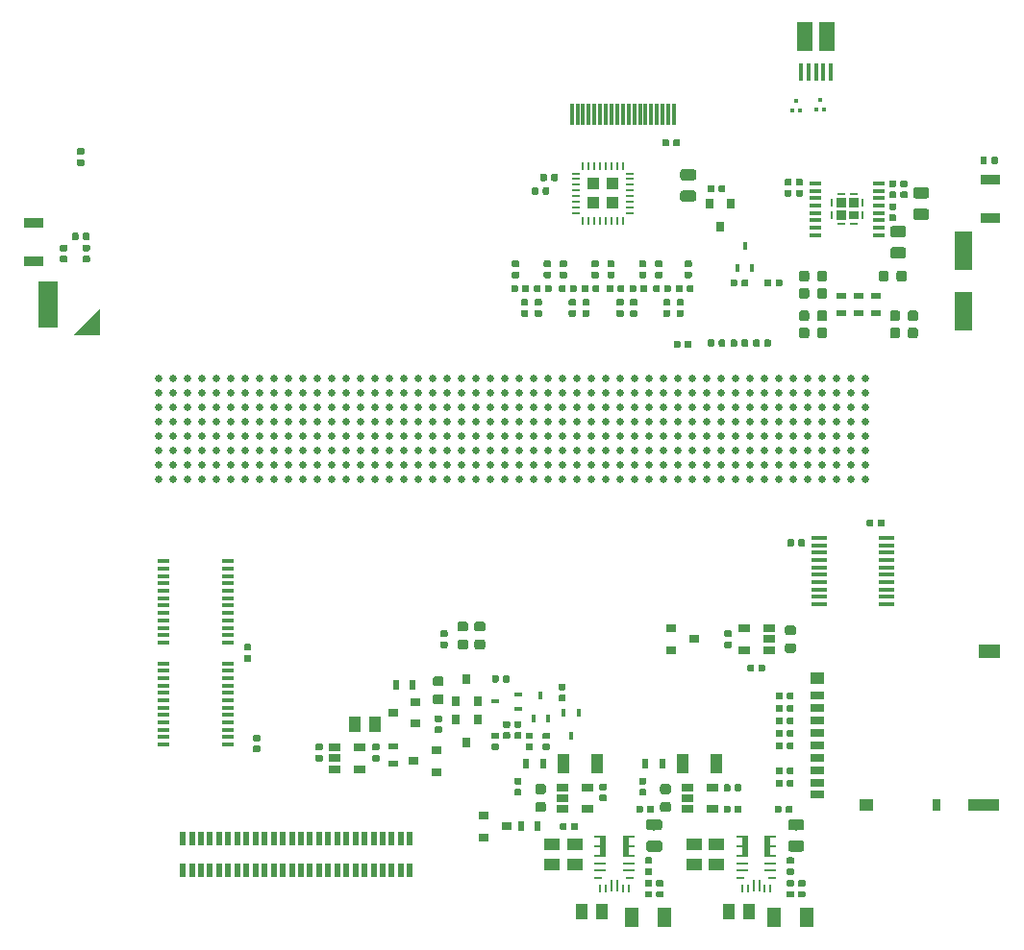
<source format=gtp>
G04 #@! TF.GenerationSoftware,KiCad,Pcbnew,6.0.0-rc1-unknown-f1b2855~84~ubuntu16.04.1*
G04 #@! TF.CreationDate,2018-10-23T11:27:57+08:00*
G04 #@! TF.ProjectId,ovc2_mobo,6F7663325F6D6F626F2E6B696361645F,rev?*
G04 #@! TF.SameCoordinates,Original*
G04 #@! TF.FileFunction,Paste,Top*
G04 #@! TF.FilePolarity,Positive*
%FSLAX46Y46*%
G04 Gerber Fmt 4.6, Leading zero omitted, Abs format (unit mm)*
G04 Created by KiCad (PCBNEW 6.0.0-rc1-unknown-f1b2855~84~ubuntu16.04.1) date Tue 23 Oct 2018 11:27:57 AM +08*
%MOMM*%
%LPD*%
G01*
G04 APERTURE LIST*
%ADD10R,1.200000X0.700000*%
%ADD11R,1.200000X1.000000*%
%ADD12R,0.800000X1.000000*%
%ADD13R,2.800000X1.000000*%
%ADD14R,1.900000X1.300000*%
%ADD15R,0.300000X1.900000*%
%ADD16R,0.500000X1.250000*%
%ADD17C,0.640000*%
%ADD18C,0.100000*%
%ADD19C,0.975000*%
%ADD20C,0.590000*%
%ADD21R,1.450000X0.450000*%
%ADD22R,0.450000X0.700000*%
%ADD23R,1.700000X0.900000*%
%ADD24C,0.875000*%
%ADD25R,0.250000X0.800000*%
%ADD26R,0.800000X0.250000*%
%ADD27R,0.850000X0.800000*%
%ADD28R,0.850000X0.850000*%
%ADD29R,1.050000X0.450000*%
%ADD30R,1.220000X1.800000*%
%ADD31R,1.400000X1.120000*%
%ADD32R,1.120000X1.400000*%
%ADD33R,1.100000X0.250000*%
%ADD34R,0.600000X1.950000*%
%ADD35R,0.250000X0.700000*%
%ADD36R,0.250000X1.100000*%
%ADD37R,1.060000X0.650000*%
%ADD38R,0.900000X0.500000*%
%ADD39R,0.900000X0.800000*%
%ADD40R,1.100000X0.400000*%
%ADD41R,1.600000X3.500000*%
%ADD42C,1.205622*%
%ADD43R,1.700000X4.100000*%
%ADD44R,0.400000X1.650000*%
%ADD45R,1.430000X2.500000*%
%ADD46R,1.070000X1.800000*%
%ADD47R,0.500000X0.900000*%
%ADD48R,0.800000X0.900000*%
%ADD49R,0.700000X0.450000*%
%ADD50R,0.300000X0.300000*%
%ADD51R,1.035000X1.035000*%
%ADD52R,0.700000X0.250000*%
G04 APERTURE END LIST*
D10*
G04 #@! TO.C,J11*
X164900000Y-124150000D03*
X164900000Y-123200000D03*
X164900000Y-115500000D03*
X164900000Y-116600000D03*
X164900000Y-117700000D03*
X164900000Y-118799999D03*
X164900000Y-119900000D03*
X164900000Y-121000000D03*
X164900000Y-122100000D03*
D11*
X164900000Y-113950000D03*
X169200000Y-125100000D03*
D12*
X175400000Y-125100001D03*
D13*
X179549999Y-125100000D03*
D14*
X180000000Y-111600000D03*
G04 #@! TD*
D15*
G04 #@! TO.C,J6*
X147750000Y-64200000D03*
X147250000Y-64200000D03*
X148750000Y-64200000D03*
X148250000Y-64200000D03*
X150750000Y-64200000D03*
X149750000Y-64200000D03*
X150250000Y-64200000D03*
X149250000Y-64200000D03*
X152250000Y-64200000D03*
X151750000Y-64200000D03*
X151250000Y-64200000D03*
X146750000Y-64200000D03*
X144250000Y-64200000D03*
X146250000Y-64200000D03*
X143250000Y-64200000D03*
X145750000Y-64200000D03*
X143750000Y-64200000D03*
X144750000Y-64200000D03*
X145250000Y-64200000D03*
G04 #@! TD*
D16*
G04 #@! TO.C,J2*
X109000000Y-130902730D03*
X109000000Y-128072730D03*
X109800000Y-130902730D03*
X109800000Y-128072730D03*
X110600000Y-130902730D03*
X110600000Y-128072730D03*
X111400000Y-130902730D03*
X111400000Y-128072730D03*
X112200000Y-130902730D03*
X112200000Y-128072730D03*
X113000000Y-130902730D03*
X113000000Y-128072730D03*
X113800000Y-130902730D03*
X113800000Y-128072730D03*
X114600000Y-130902730D03*
X114600000Y-128072730D03*
X115400000Y-130902730D03*
X115400000Y-128072730D03*
X116200000Y-130902730D03*
X116200000Y-128072730D03*
X117000000Y-130902730D03*
X117000000Y-128072730D03*
X117800000Y-130902730D03*
X117800000Y-128072730D03*
X118600000Y-130902730D03*
X118600000Y-128072730D03*
X119400000Y-130902730D03*
X119400000Y-128072730D03*
X120200000Y-130902730D03*
X120200000Y-128072730D03*
X121000000Y-130902730D03*
X121000000Y-128072730D03*
X121800000Y-130902730D03*
X121800000Y-128072730D03*
X122600000Y-130902730D03*
X122600000Y-128072730D03*
X123400000Y-130902730D03*
X123400000Y-128072730D03*
X124200000Y-130902730D03*
X124200000Y-128072730D03*
X125000000Y-130902730D03*
X125000000Y-128072730D03*
X125800000Y-130902730D03*
X125800000Y-128072730D03*
X126600000Y-130902730D03*
X126600000Y-128072730D03*
X127400000Y-130902730D03*
X127400000Y-128072730D03*
X128200000Y-130902730D03*
X128200000Y-128072730D03*
X129000000Y-130902730D03*
X129000000Y-128072730D03*
G04 #@! TD*
D17*
G04 #@! TO.C,U3*
X169115000Y-87555000D03*
X169115000Y-88825000D03*
X169115000Y-90095000D03*
X169115000Y-91365000D03*
X169115000Y-92635000D03*
X169115000Y-93905000D03*
X169115000Y-95175000D03*
X169115000Y-96445000D03*
X167845000Y-87555000D03*
X167845000Y-88825000D03*
X167845000Y-90095000D03*
X167845000Y-91365000D03*
X167845000Y-92635000D03*
X167845000Y-93905000D03*
X167845000Y-95175000D03*
X167845000Y-96445000D03*
X166575000Y-87555000D03*
X166575000Y-88825000D03*
X166575000Y-90095000D03*
X166575000Y-91365000D03*
X166575000Y-92635000D03*
X166575000Y-93905000D03*
X166575000Y-95175000D03*
X166575000Y-96445000D03*
X165305000Y-87555000D03*
X165305000Y-88825000D03*
X165305000Y-90095000D03*
X165305000Y-91365000D03*
X165305000Y-92635000D03*
X165305000Y-93905000D03*
X165305000Y-95175000D03*
X165305000Y-96445000D03*
X164035000Y-87555000D03*
X164035000Y-88825000D03*
X164035000Y-90095000D03*
X164035000Y-91365000D03*
X164035000Y-92635000D03*
X164035000Y-93905000D03*
X164035000Y-95175000D03*
X164035000Y-96445000D03*
X162765000Y-87555000D03*
X162765000Y-88825000D03*
X162765000Y-90095000D03*
X162765000Y-91365000D03*
X162765000Y-92635000D03*
X162765000Y-93905000D03*
X162765000Y-95175000D03*
X162765000Y-96445000D03*
X161495000Y-87555000D03*
X161495000Y-88825000D03*
X161495000Y-90095000D03*
X161495000Y-91365000D03*
X161495000Y-92635000D03*
X161495000Y-93905000D03*
X161495000Y-95175000D03*
X161495000Y-96445000D03*
X160225000Y-87555000D03*
X160225000Y-88825000D03*
X160225000Y-90095000D03*
X160225000Y-91365000D03*
X160225000Y-92635000D03*
X160225000Y-93905000D03*
X160225000Y-95175000D03*
X160225000Y-96445000D03*
X158955000Y-87555000D03*
X158955000Y-88825000D03*
X158955000Y-90095000D03*
X158955000Y-91365000D03*
X158955000Y-92635000D03*
X158955000Y-93905000D03*
X158955000Y-95175000D03*
X158955000Y-96445000D03*
X157685000Y-87555000D03*
X157685000Y-88825000D03*
X157685000Y-90095000D03*
X157685000Y-91365000D03*
X157685000Y-92635000D03*
X157685000Y-93905000D03*
X157685000Y-95175000D03*
X157685000Y-96445000D03*
X156415000Y-87555000D03*
X156415000Y-88825000D03*
X156415000Y-90095000D03*
X156415000Y-91365000D03*
X156415000Y-92635000D03*
X156415000Y-93905000D03*
X156415000Y-95175000D03*
X156415000Y-96445000D03*
X155145000Y-87555000D03*
X155145000Y-88825000D03*
X155145000Y-90095000D03*
X155145000Y-91365000D03*
X155145000Y-92635000D03*
X155145000Y-93905000D03*
X155145000Y-95175000D03*
X155145000Y-96445000D03*
X153875000Y-87555000D03*
X153875000Y-88825000D03*
X153875000Y-90095000D03*
X153875000Y-91365000D03*
X153875000Y-92635000D03*
X153875000Y-93905000D03*
X153875000Y-95175000D03*
X153875000Y-96445000D03*
X152605000Y-87555000D03*
X152605000Y-88825000D03*
X152605000Y-90095000D03*
X152605000Y-91365000D03*
X152605000Y-92635000D03*
X152605000Y-93905000D03*
X152605000Y-95175000D03*
X152605000Y-96445000D03*
X151335000Y-87555000D03*
X151335000Y-88825000D03*
X151335000Y-90095000D03*
X151335000Y-91365000D03*
X151335000Y-92635000D03*
X151335000Y-93905000D03*
X151335000Y-95175000D03*
X151335000Y-96445000D03*
X150065000Y-87555000D03*
X150065000Y-88825000D03*
X150065000Y-90095000D03*
X150065000Y-91365000D03*
X150065000Y-92635000D03*
X150065000Y-93905000D03*
X150065000Y-95175000D03*
X150065000Y-96445000D03*
X148795000Y-87555000D03*
X148795000Y-88825000D03*
X148795000Y-90095000D03*
X148795000Y-91365000D03*
X148795000Y-92635000D03*
X148795000Y-93905000D03*
X148795000Y-95175000D03*
X148795000Y-96445000D03*
X147525000Y-87555000D03*
X147525000Y-88825000D03*
X147525000Y-90095000D03*
X147525000Y-91365000D03*
X147525000Y-92635000D03*
X147525000Y-93905000D03*
X147525000Y-95175000D03*
X147525000Y-96445000D03*
X146255000Y-87555000D03*
X146255000Y-88825000D03*
X146255000Y-90095000D03*
X146255000Y-91365000D03*
X146255000Y-92635000D03*
X146255000Y-93905000D03*
X146255000Y-95175000D03*
X146255000Y-96445000D03*
X144985000Y-87555000D03*
X144985000Y-88825000D03*
X144985000Y-90095000D03*
X144985000Y-91365000D03*
X144985000Y-92635000D03*
X144985000Y-93905000D03*
X144985000Y-95175000D03*
X144985000Y-96445000D03*
X143715000Y-87555000D03*
X143715000Y-88825000D03*
X143715000Y-90095000D03*
X143715000Y-91365000D03*
X143715000Y-92635000D03*
X143715000Y-93905000D03*
X143715000Y-95175000D03*
X143715000Y-96445000D03*
X142445000Y-87555000D03*
X142445000Y-88825000D03*
X142445000Y-90095000D03*
X142445000Y-91365000D03*
X142445000Y-92635000D03*
X142445000Y-93905000D03*
X142445000Y-95175000D03*
X142445000Y-96445000D03*
X141175000Y-87555000D03*
X141175000Y-88825000D03*
X141175000Y-90095000D03*
X141175000Y-91365000D03*
X141175000Y-92635000D03*
X141175000Y-93905000D03*
X141175000Y-95175000D03*
X141175000Y-96445000D03*
X139905000Y-87555000D03*
X139905000Y-88825000D03*
X139905000Y-90095000D03*
X139905000Y-91365000D03*
X139905000Y-92635000D03*
X139905000Y-93905000D03*
X139905000Y-95175000D03*
X139905000Y-96445000D03*
X138635000Y-87555000D03*
X138635000Y-88825000D03*
X138635000Y-90095000D03*
X138635000Y-91365000D03*
X138635000Y-92635000D03*
X138635000Y-93905000D03*
X138635000Y-95175000D03*
X138635000Y-96445000D03*
X137365000Y-87555000D03*
X137365000Y-88825000D03*
X137365000Y-90095000D03*
X137365000Y-91365000D03*
X137365000Y-92635000D03*
X137365000Y-93905000D03*
X137365000Y-95175000D03*
X137365000Y-96445000D03*
X136095000Y-87555000D03*
X136095000Y-88825000D03*
X136095000Y-90095000D03*
X136095000Y-91365000D03*
X136095000Y-92635000D03*
X136095000Y-93905000D03*
X136095000Y-95175000D03*
X136095000Y-96445000D03*
X134825000Y-87555000D03*
X134825000Y-88825000D03*
X134825000Y-90095000D03*
X134825000Y-91365000D03*
X134825000Y-92635000D03*
X134825000Y-93905000D03*
X134825000Y-95175000D03*
X134825000Y-96445000D03*
X133555000Y-87555000D03*
X133555000Y-88825000D03*
X133555000Y-90095000D03*
X133555000Y-91365000D03*
X133555000Y-92635000D03*
X133555000Y-93905000D03*
X133555000Y-95175000D03*
X133555000Y-96445000D03*
X132285000Y-87555000D03*
X132285000Y-88825000D03*
X132285000Y-90095000D03*
X132285000Y-91365000D03*
X132285000Y-92635000D03*
X132285000Y-93905000D03*
X132285000Y-95175000D03*
X132285000Y-96445000D03*
X131015000Y-87555000D03*
X131015000Y-88825000D03*
X131015000Y-90095000D03*
X131015000Y-91365000D03*
X131015000Y-92635000D03*
X131015000Y-93905000D03*
X131015000Y-95175000D03*
X131015000Y-96445000D03*
X129745000Y-87555000D03*
X129745000Y-88825000D03*
X129745000Y-90095000D03*
X129745000Y-91365000D03*
X129745000Y-92635000D03*
X129745000Y-93905000D03*
X129745000Y-95175000D03*
X129745000Y-96445000D03*
X128475000Y-87555000D03*
X128475000Y-88825000D03*
X128475000Y-90095000D03*
X128475000Y-91365000D03*
X128475000Y-92635000D03*
X128475000Y-93905000D03*
X128475000Y-95175000D03*
X128475000Y-96445000D03*
X127205000Y-87555000D03*
X127205000Y-88825000D03*
X127205000Y-90095000D03*
X127205000Y-91365000D03*
X127205000Y-92635000D03*
X127205000Y-93905000D03*
X127205000Y-95175000D03*
X127205000Y-96445000D03*
X125935000Y-87555000D03*
X125935000Y-88825000D03*
X125935000Y-90095000D03*
X125935000Y-91365000D03*
X125935000Y-92635000D03*
X125935000Y-93905000D03*
X125935000Y-95175000D03*
X125935000Y-96445000D03*
X124665000Y-87555000D03*
X124665000Y-88825000D03*
X124665000Y-90095000D03*
X124665000Y-91365000D03*
X124665000Y-92635000D03*
X124665000Y-93905000D03*
X124665000Y-95175000D03*
X124665000Y-96445000D03*
X123395000Y-87555000D03*
X123395000Y-88825000D03*
X123395000Y-90095000D03*
X123395000Y-91365000D03*
X123395000Y-92635000D03*
X123395000Y-93905000D03*
X123395000Y-95175000D03*
X123395000Y-96445000D03*
X122125000Y-87555000D03*
X122125000Y-88825000D03*
X122125000Y-90095000D03*
X122125000Y-91365000D03*
X122125000Y-92635000D03*
X122125000Y-93905000D03*
X122125000Y-95175000D03*
X122125000Y-96445000D03*
X120855000Y-87555000D03*
X120855000Y-88825000D03*
X120855000Y-90095000D03*
X120855000Y-91365000D03*
X120855000Y-92635000D03*
X120855000Y-93905000D03*
X120855000Y-95175000D03*
X120855000Y-96445000D03*
X119585000Y-87555000D03*
X119585000Y-88825000D03*
X119585000Y-90095000D03*
X119585000Y-91365000D03*
X119585000Y-92635000D03*
X119585000Y-93905000D03*
X119585000Y-95175000D03*
X119585000Y-96445000D03*
X118315000Y-87555000D03*
X118315000Y-88825000D03*
X118315000Y-90095000D03*
X118315000Y-91365000D03*
X118315000Y-92635000D03*
X118315000Y-93905000D03*
X118315000Y-95175000D03*
X118315000Y-96445000D03*
X117045000Y-87555000D03*
X117045000Y-88825000D03*
X117045000Y-90095000D03*
X117045000Y-91365000D03*
X117045000Y-92635000D03*
X117045000Y-93905000D03*
X117045000Y-95175000D03*
X117045000Y-96445000D03*
X115775000Y-87555000D03*
X115775000Y-88825000D03*
X115775000Y-90095000D03*
X115775000Y-91365000D03*
X115775000Y-92635000D03*
X115775000Y-93905000D03*
X115775000Y-95175000D03*
X115775000Y-96445000D03*
X114505000Y-87555000D03*
X114505000Y-88825000D03*
X114505000Y-90095000D03*
X114505000Y-91365000D03*
X114505000Y-92635000D03*
X114505000Y-93905000D03*
X114505000Y-95175000D03*
X114505000Y-96445000D03*
X113235000Y-87555000D03*
X113235000Y-88825000D03*
X113235000Y-90095000D03*
X113235000Y-91365000D03*
X113235000Y-92635000D03*
X113235000Y-93905000D03*
X113235000Y-95175000D03*
X113235000Y-96445000D03*
X111965000Y-87555000D03*
X111965000Y-88825000D03*
X111965000Y-90095000D03*
X111965000Y-91365000D03*
X111965000Y-92635000D03*
X111965000Y-93905000D03*
X111965000Y-95175000D03*
X111965000Y-96445000D03*
X110695000Y-87555000D03*
X110695000Y-88825000D03*
X110695000Y-90095000D03*
X110695000Y-91365000D03*
X110695000Y-92635000D03*
X110695000Y-93905000D03*
X110695000Y-95175000D03*
X110695000Y-96445000D03*
X109425000Y-87555000D03*
X109425000Y-88825000D03*
X109425000Y-90095000D03*
X109425000Y-91365000D03*
X109425000Y-92635000D03*
X109425000Y-93905000D03*
X109425000Y-95175000D03*
X109425000Y-96445000D03*
X108155000Y-87555000D03*
X108155000Y-88825000D03*
X108155000Y-90095000D03*
X108155000Y-91365000D03*
X108155000Y-92635000D03*
X108155000Y-93905000D03*
X108155000Y-95175000D03*
X108155000Y-96445000D03*
X106885000Y-87555000D03*
X106885000Y-88825000D03*
X106885000Y-90095000D03*
X106885000Y-91365000D03*
X106885000Y-92635000D03*
X106885000Y-93905000D03*
X106885000Y-95175000D03*
X106885000Y-96445000D03*
G04 #@! TD*
D18*
G04 #@! TO.C,R35*
G36*
X163480142Y-128251174D02*
X163503803Y-128254684D01*
X163527007Y-128260496D01*
X163549529Y-128268554D01*
X163571153Y-128278782D01*
X163591670Y-128291079D01*
X163610883Y-128305329D01*
X163628607Y-128321393D01*
X163644671Y-128339117D01*
X163658921Y-128358330D01*
X163671218Y-128378847D01*
X163681446Y-128400471D01*
X163689504Y-128422993D01*
X163695316Y-128446197D01*
X163698826Y-128469858D01*
X163700000Y-128493750D01*
X163700000Y-128981250D01*
X163698826Y-129005142D01*
X163695316Y-129028803D01*
X163689504Y-129052007D01*
X163681446Y-129074529D01*
X163671218Y-129096153D01*
X163658921Y-129116670D01*
X163644671Y-129135883D01*
X163628607Y-129153607D01*
X163610883Y-129169671D01*
X163591670Y-129183921D01*
X163571153Y-129196218D01*
X163549529Y-129206446D01*
X163527007Y-129214504D01*
X163503803Y-129220316D01*
X163480142Y-129223826D01*
X163456250Y-129225000D01*
X162543750Y-129225000D01*
X162519858Y-129223826D01*
X162496197Y-129220316D01*
X162472993Y-129214504D01*
X162450471Y-129206446D01*
X162428847Y-129196218D01*
X162408330Y-129183921D01*
X162389117Y-129169671D01*
X162371393Y-129153607D01*
X162355329Y-129135883D01*
X162341079Y-129116670D01*
X162328782Y-129096153D01*
X162318554Y-129074529D01*
X162310496Y-129052007D01*
X162304684Y-129028803D01*
X162301174Y-129005142D01*
X162300000Y-128981250D01*
X162300000Y-128493750D01*
X162301174Y-128469858D01*
X162304684Y-128446197D01*
X162310496Y-128422993D01*
X162318554Y-128400471D01*
X162328782Y-128378847D01*
X162341079Y-128358330D01*
X162355329Y-128339117D01*
X162371393Y-128321393D01*
X162389117Y-128305329D01*
X162408330Y-128291079D01*
X162428847Y-128278782D01*
X162450471Y-128268554D01*
X162472993Y-128260496D01*
X162496197Y-128254684D01*
X162519858Y-128251174D01*
X162543750Y-128250000D01*
X163456250Y-128250000D01*
X163480142Y-128251174D01*
X163480142Y-128251174D01*
G37*
D19*
X163000000Y-128737500D03*
D18*
G36*
X163480142Y-126376174D02*
X163503803Y-126379684D01*
X163527007Y-126385496D01*
X163549529Y-126393554D01*
X163571153Y-126403782D01*
X163591670Y-126416079D01*
X163610883Y-126430329D01*
X163628607Y-126446393D01*
X163644671Y-126464117D01*
X163658921Y-126483330D01*
X163671218Y-126503847D01*
X163681446Y-126525471D01*
X163689504Y-126547993D01*
X163695316Y-126571197D01*
X163698826Y-126594858D01*
X163700000Y-126618750D01*
X163700000Y-127106250D01*
X163698826Y-127130142D01*
X163695316Y-127153803D01*
X163689504Y-127177007D01*
X163681446Y-127199529D01*
X163671218Y-127221153D01*
X163658921Y-127241670D01*
X163644671Y-127260883D01*
X163628607Y-127278607D01*
X163610883Y-127294671D01*
X163591670Y-127308921D01*
X163571153Y-127321218D01*
X163549529Y-127331446D01*
X163527007Y-127339504D01*
X163503803Y-127345316D01*
X163480142Y-127348826D01*
X163456250Y-127350000D01*
X162543750Y-127350000D01*
X162519858Y-127348826D01*
X162496197Y-127345316D01*
X162472993Y-127339504D01*
X162450471Y-127331446D01*
X162428847Y-127321218D01*
X162408330Y-127308921D01*
X162389117Y-127294671D01*
X162371393Y-127278607D01*
X162355329Y-127260883D01*
X162341079Y-127241670D01*
X162328782Y-127221153D01*
X162318554Y-127199529D01*
X162310496Y-127177007D01*
X162304684Y-127153803D01*
X162301174Y-127130142D01*
X162300000Y-127106250D01*
X162300000Y-126618750D01*
X162301174Y-126594858D01*
X162304684Y-126571197D01*
X162310496Y-126547993D01*
X162318554Y-126525471D01*
X162328782Y-126503847D01*
X162341079Y-126483330D01*
X162355329Y-126464117D01*
X162371393Y-126446393D01*
X162389117Y-126430329D01*
X162408330Y-126416079D01*
X162428847Y-126403782D01*
X162450471Y-126393554D01*
X162472993Y-126385496D01*
X162496197Y-126379684D01*
X162519858Y-126376174D01*
X162543750Y-126375000D01*
X163456250Y-126375000D01*
X163480142Y-126376174D01*
X163480142Y-126376174D01*
G37*
D19*
X163000000Y-126862500D03*
G04 #@! TD*
D18*
G04 #@! TO.C,R34*
G36*
X150980142Y-128251174D02*
X151003803Y-128254684D01*
X151027007Y-128260496D01*
X151049529Y-128268554D01*
X151071153Y-128278782D01*
X151091670Y-128291079D01*
X151110883Y-128305329D01*
X151128607Y-128321393D01*
X151144671Y-128339117D01*
X151158921Y-128358330D01*
X151171218Y-128378847D01*
X151181446Y-128400471D01*
X151189504Y-128422993D01*
X151195316Y-128446197D01*
X151198826Y-128469858D01*
X151200000Y-128493750D01*
X151200000Y-128981250D01*
X151198826Y-129005142D01*
X151195316Y-129028803D01*
X151189504Y-129052007D01*
X151181446Y-129074529D01*
X151171218Y-129096153D01*
X151158921Y-129116670D01*
X151144671Y-129135883D01*
X151128607Y-129153607D01*
X151110883Y-129169671D01*
X151091670Y-129183921D01*
X151071153Y-129196218D01*
X151049529Y-129206446D01*
X151027007Y-129214504D01*
X151003803Y-129220316D01*
X150980142Y-129223826D01*
X150956250Y-129225000D01*
X150043750Y-129225000D01*
X150019858Y-129223826D01*
X149996197Y-129220316D01*
X149972993Y-129214504D01*
X149950471Y-129206446D01*
X149928847Y-129196218D01*
X149908330Y-129183921D01*
X149889117Y-129169671D01*
X149871393Y-129153607D01*
X149855329Y-129135883D01*
X149841079Y-129116670D01*
X149828782Y-129096153D01*
X149818554Y-129074529D01*
X149810496Y-129052007D01*
X149804684Y-129028803D01*
X149801174Y-129005142D01*
X149800000Y-128981250D01*
X149800000Y-128493750D01*
X149801174Y-128469858D01*
X149804684Y-128446197D01*
X149810496Y-128422993D01*
X149818554Y-128400471D01*
X149828782Y-128378847D01*
X149841079Y-128358330D01*
X149855329Y-128339117D01*
X149871393Y-128321393D01*
X149889117Y-128305329D01*
X149908330Y-128291079D01*
X149928847Y-128278782D01*
X149950471Y-128268554D01*
X149972993Y-128260496D01*
X149996197Y-128254684D01*
X150019858Y-128251174D01*
X150043750Y-128250000D01*
X150956250Y-128250000D01*
X150980142Y-128251174D01*
X150980142Y-128251174D01*
G37*
D19*
X150500000Y-128737500D03*
D18*
G36*
X150980142Y-126376174D02*
X151003803Y-126379684D01*
X151027007Y-126385496D01*
X151049529Y-126393554D01*
X151071153Y-126403782D01*
X151091670Y-126416079D01*
X151110883Y-126430329D01*
X151128607Y-126446393D01*
X151144671Y-126464117D01*
X151158921Y-126483330D01*
X151171218Y-126503847D01*
X151181446Y-126525471D01*
X151189504Y-126547993D01*
X151195316Y-126571197D01*
X151198826Y-126594858D01*
X151200000Y-126618750D01*
X151200000Y-127106250D01*
X151198826Y-127130142D01*
X151195316Y-127153803D01*
X151189504Y-127177007D01*
X151181446Y-127199529D01*
X151171218Y-127221153D01*
X151158921Y-127241670D01*
X151144671Y-127260883D01*
X151128607Y-127278607D01*
X151110883Y-127294671D01*
X151091670Y-127308921D01*
X151071153Y-127321218D01*
X151049529Y-127331446D01*
X151027007Y-127339504D01*
X151003803Y-127345316D01*
X150980142Y-127348826D01*
X150956250Y-127350000D01*
X150043750Y-127350000D01*
X150019858Y-127348826D01*
X149996197Y-127345316D01*
X149972993Y-127339504D01*
X149950471Y-127331446D01*
X149928847Y-127321218D01*
X149908330Y-127308921D01*
X149889117Y-127294671D01*
X149871393Y-127278607D01*
X149855329Y-127260883D01*
X149841079Y-127241670D01*
X149828782Y-127221153D01*
X149818554Y-127199529D01*
X149810496Y-127177007D01*
X149804684Y-127153803D01*
X149801174Y-127130142D01*
X149800000Y-127106250D01*
X149800000Y-126618750D01*
X149801174Y-126594858D01*
X149804684Y-126571197D01*
X149810496Y-126547993D01*
X149818554Y-126525471D01*
X149828782Y-126503847D01*
X149841079Y-126483330D01*
X149855329Y-126464117D01*
X149871393Y-126446393D01*
X149889117Y-126430329D01*
X149908330Y-126416079D01*
X149928847Y-126403782D01*
X149950471Y-126393554D01*
X149972993Y-126385496D01*
X149996197Y-126379684D01*
X150019858Y-126376174D01*
X150043750Y-126375000D01*
X150956250Y-126375000D01*
X150980142Y-126376174D01*
X150980142Y-126376174D01*
G37*
D19*
X150500000Y-126862500D03*
G04 #@! TD*
D18*
G04 #@! TO.C,R53*
G36*
X142586958Y-115390710D02*
X142601276Y-115392834D01*
X142615317Y-115396351D01*
X142628946Y-115401228D01*
X142642031Y-115407417D01*
X142654447Y-115414858D01*
X142666073Y-115423481D01*
X142676798Y-115433202D01*
X142686519Y-115443927D01*
X142695142Y-115455553D01*
X142702583Y-115467969D01*
X142708772Y-115481054D01*
X142713649Y-115494683D01*
X142717166Y-115508724D01*
X142719290Y-115523042D01*
X142720000Y-115537500D01*
X142720000Y-115832500D01*
X142719290Y-115846958D01*
X142717166Y-115861276D01*
X142713649Y-115875317D01*
X142708772Y-115888946D01*
X142702583Y-115902031D01*
X142695142Y-115914447D01*
X142686519Y-115926073D01*
X142676798Y-115936798D01*
X142666073Y-115946519D01*
X142654447Y-115955142D01*
X142642031Y-115962583D01*
X142628946Y-115968772D01*
X142615317Y-115973649D01*
X142601276Y-115977166D01*
X142586958Y-115979290D01*
X142572500Y-115980000D01*
X142227500Y-115980000D01*
X142213042Y-115979290D01*
X142198724Y-115977166D01*
X142184683Y-115973649D01*
X142171054Y-115968772D01*
X142157969Y-115962583D01*
X142145553Y-115955142D01*
X142133927Y-115946519D01*
X142123202Y-115936798D01*
X142113481Y-115926073D01*
X142104858Y-115914447D01*
X142097417Y-115902031D01*
X142091228Y-115888946D01*
X142086351Y-115875317D01*
X142082834Y-115861276D01*
X142080710Y-115846958D01*
X142080000Y-115832500D01*
X142080000Y-115537500D01*
X142080710Y-115523042D01*
X142082834Y-115508724D01*
X142086351Y-115494683D01*
X142091228Y-115481054D01*
X142097417Y-115467969D01*
X142104858Y-115455553D01*
X142113481Y-115443927D01*
X142123202Y-115433202D01*
X142133927Y-115423481D01*
X142145553Y-115414858D01*
X142157969Y-115407417D01*
X142171054Y-115401228D01*
X142184683Y-115396351D01*
X142198724Y-115392834D01*
X142213042Y-115390710D01*
X142227500Y-115390000D01*
X142572500Y-115390000D01*
X142586958Y-115390710D01*
X142586958Y-115390710D01*
G37*
D20*
X142400000Y-115685000D03*
D18*
G36*
X142586958Y-114420710D02*
X142601276Y-114422834D01*
X142615317Y-114426351D01*
X142628946Y-114431228D01*
X142642031Y-114437417D01*
X142654447Y-114444858D01*
X142666073Y-114453481D01*
X142676798Y-114463202D01*
X142686519Y-114473927D01*
X142695142Y-114485553D01*
X142702583Y-114497969D01*
X142708772Y-114511054D01*
X142713649Y-114524683D01*
X142717166Y-114538724D01*
X142719290Y-114553042D01*
X142720000Y-114567500D01*
X142720000Y-114862500D01*
X142719290Y-114876958D01*
X142717166Y-114891276D01*
X142713649Y-114905317D01*
X142708772Y-114918946D01*
X142702583Y-114932031D01*
X142695142Y-114944447D01*
X142686519Y-114956073D01*
X142676798Y-114966798D01*
X142666073Y-114976519D01*
X142654447Y-114985142D01*
X142642031Y-114992583D01*
X142628946Y-114998772D01*
X142615317Y-115003649D01*
X142601276Y-115007166D01*
X142586958Y-115009290D01*
X142572500Y-115010000D01*
X142227500Y-115010000D01*
X142213042Y-115009290D01*
X142198724Y-115007166D01*
X142184683Y-115003649D01*
X142171054Y-114998772D01*
X142157969Y-114992583D01*
X142145553Y-114985142D01*
X142133927Y-114976519D01*
X142123202Y-114966798D01*
X142113481Y-114956073D01*
X142104858Y-114944447D01*
X142097417Y-114932031D01*
X142091228Y-114918946D01*
X142086351Y-114905317D01*
X142082834Y-114891276D01*
X142080710Y-114876958D01*
X142080000Y-114862500D01*
X142080000Y-114567500D01*
X142080710Y-114553042D01*
X142082834Y-114538724D01*
X142086351Y-114524683D01*
X142091228Y-114511054D01*
X142097417Y-114497969D01*
X142104858Y-114485553D01*
X142113481Y-114473927D01*
X142123202Y-114463202D01*
X142133927Y-114453481D01*
X142145553Y-114444858D01*
X142157969Y-114437417D01*
X142171054Y-114431228D01*
X142184683Y-114426351D01*
X142198724Y-114422834D01*
X142213042Y-114420710D01*
X142227500Y-114420000D01*
X142572500Y-114420000D01*
X142586958Y-114420710D01*
X142586958Y-114420710D01*
G37*
D20*
X142400000Y-114715000D03*
G04 #@! TD*
D18*
G04 #@! TO.C,R52*
G36*
X141186958Y-119690710D02*
X141201276Y-119692834D01*
X141215317Y-119696351D01*
X141228946Y-119701228D01*
X141242031Y-119707417D01*
X141254447Y-119714858D01*
X141266073Y-119723481D01*
X141276798Y-119733202D01*
X141286519Y-119743927D01*
X141295142Y-119755553D01*
X141302583Y-119767969D01*
X141308772Y-119781054D01*
X141313649Y-119794683D01*
X141317166Y-119808724D01*
X141319290Y-119823042D01*
X141320000Y-119837500D01*
X141320000Y-120132500D01*
X141319290Y-120146958D01*
X141317166Y-120161276D01*
X141313649Y-120175317D01*
X141308772Y-120188946D01*
X141302583Y-120202031D01*
X141295142Y-120214447D01*
X141286519Y-120226073D01*
X141276798Y-120236798D01*
X141266073Y-120246519D01*
X141254447Y-120255142D01*
X141242031Y-120262583D01*
X141228946Y-120268772D01*
X141215317Y-120273649D01*
X141201276Y-120277166D01*
X141186958Y-120279290D01*
X141172500Y-120280000D01*
X140827500Y-120280000D01*
X140813042Y-120279290D01*
X140798724Y-120277166D01*
X140784683Y-120273649D01*
X140771054Y-120268772D01*
X140757969Y-120262583D01*
X140745553Y-120255142D01*
X140733927Y-120246519D01*
X140723202Y-120236798D01*
X140713481Y-120226073D01*
X140704858Y-120214447D01*
X140697417Y-120202031D01*
X140691228Y-120188946D01*
X140686351Y-120175317D01*
X140682834Y-120161276D01*
X140680710Y-120146958D01*
X140680000Y-120132500D01*
X140680000Y-119837500D01*
X140680710Y-119823042D01*
X140682834Y-119808724D01*
X140686351Y-119794683D01*
X140691228Y-119781054D01*
X140697417Y-119767969D01*
X140704858Y-119755553D01*
X140713481Y-119743927D01*
X140723202Y-119733202D01*
X140733927Y-119723481D01*
X140745553Y-119714858D01*
X140757969Y-119707417D01*
X140771054Y-119701228D01*
X140784683Y-119696351D01*
X140798724Y-119692834D01*
X140813042Y-119690710D01*
X140827500Y-119690000D01*
X141172500Y-119690000D01*
X141186958Y-119690710D01*
X141186958Y-119690710D01*
G37*
D20*
X141000000Y-119985000D03*
D18*
G36*
X141186958Y-118720710D02*
X141201276Y-118722834D01*
X141215317Y-118726351D01*
X141228946Y-118731228D01*
X141242031Y-118737417D01*
X141254447Y-118744858D01*
X141266073Y-118753481D01*
X141276798Y-118763202D01*
X141286519Y-118773927D01*
X141295142Y-118785553D01*
X141302583Y-118797969D01*
X141308772Y-118811054D01*
X141313649Y-118824683D01*
X141317166Y-118838724D01*
X141319290Y-118853042D01*
X141320000Y-118867500D01*
X141320000Y-119162500D01*
X141319290Y-119176958D01*
X141317166Y-119191276D01*
X141313649Y-119205317D01*
X141308772Y-119218946D01*
X141302583Y-119232031D01*
X141295142Y-119244447D01*
X141286519Y-119256073D01*
X141276798Y-119266798D01*
X141266073Y-119276519D01*
X141254447Y-119285142D01*
X141242031Y-119292583D01*
X141228946Y-119298772D01*
X141215317Y-119303649D01*
X141201276Y-119307166D01*
X141186958Y-119309290D01*
X141172500Y-119310000D01*
X140827500Y-119310000D01*
X140813042Y-119309290D01*
X140798724Y-119307166D01*
X140784683Y-119303649D01*
X140771054Y-119298772D01*
X140757969Y-119292583D01*
X140745553Y-119285142D01*
X140733927Y-119276519D01*
X140723202Y-119266798D01*
X140713481Y-119256073D01*
X140704858Y-119244447D01*
X140697417Y-119232031D01*
X140691228Y-119218946D01*
X140686351Y-119205317D01*
X140682834Y-119191276D01*
X140680710Y-119176958D01*
X140680000Y-119162500D01*
X140680000Y-118867500D01*
X140680710Y-118853042D01*
X140682834Y-118838724D01*
X140686351Y-118824683D01*
X140691228Y-118811054D01*
X140697417Y-118797969D01*
X140704858Y-118785553D01*
X140713481Y-118773927D01*
X140723202Y-118763202D01*
X140733927Y-118753481D01*
X140745553Y-118744858D01*
X140757969Y-118737417D01*
X140771054Y-118731228D01*
X140784683Y-118726351D01*
X140798724Y-118722834D01*
X140813042Y-118720710D01*
X140827500Y-118720000D01*
X141172500Y-118720000D01*
X141186958Y-118720710D01*
X141186958Y-118720710D01*
G37*
D20*
X141000000Y-119015000D03*
G04 #@! TD*
D18*
G04 #@! TO.C,R51*
G36*
X139686958Y-118720710D02*
X139701276Y-118722834D01*
X139715317Y-118726351D01*
X139728946Y-118731228D01*
X139742031Y-118737417D01*
X139754447Y-118744858D01*
X139766073Y-118753481D01*
X139776798Y-118763202D01*
X139786519Y-118773927D01*
X139795142Y-118785553D01*
X139802583Y-118797969D01*
X139808772Y-118811054D01*
X139813649Y-118824683D01*
X139817166Y-118838724D01*
X139819290Y-118853042D01*
X139820000Y-118867500D01*
X139820000Y-119162500D01*
X139819290Y-119176958D01*
X139817166Y-119191276D01*
X139813649Y-119205317D01*
X139808772Y-119218946D01*
X139802583Y-119232031D01*
X139795142Y-119244447D01*
X139786519Y-119256073D01*
X139776798Y-119266798D01*
X139766073Y-119276519D01*
X139754447Y-119285142D01*
X139742031Y-119292583D01*
X139728946Y-119298772D01*
X139715317Y-119303649D01*
X139701276Y-119307166D01*
X139686958Y-119309290D01*
X139672500Y-119310000D01*
X139327500Y-119310000D01*
X139313042Y-119309290D01*
X139298724Y-119307166D01*
X139284683Y-119303649D01*
X139271054Y-119298772D01*
X139257969Y-119292583D01*
X139245553Y-119285142D01*
X139233927Y-119276519D01*
X139223202Y-119266798D01*
X139213481Y-119256073D01*
X139204858Y-119244447D01*
X139197417Y-119232031D01*
X139191228Y-119218946D01*
X139186351Y-119205317D01*
X139182834Y-119191276D01*
X139180710Y-119176958D01*
X139180000Y-119162500D01*
X139180000Y-118867500D01*
X139180710Y-118853042D01*
X139182834Y-118838724D01*
X139186351Y-118824683D01*
X139191228Y-118811054D01*
X139197417Y-118797969D01*
X139204858Y-118785553D01*
X139213481Y-118773927D01*
X139223202Y-118763202D01*
X139233927Y-118753481D01*
X139245553Y-118744858D01*
X139257969Y-118737417D01*
X139271054Y-118731228D01*
X139284683Y-118726351D01*
X139298724Y-118722834D01*
X139313042Y-118720710D01*
X139327500Y-118720000D01*
X139672500Y-118720000D01*
X139686958Y-118720710D01*
X139686958Y-118720710D01*
G37*
D20*
X139500000Y-119015000D03*
D18*
G36*
X139686958Y-119690710D02*
X139701276Y-119692834D01*
X139715317Y-119696351D01*
X139728946Y-119701228D01*
X139742031Y-119707417D01*
X139754447Y-119714858D01*
X139766073Y-119723481D01*
X139776798Y-119733202D01*
X139786519Y-119743927D01*
X139795142Y-119755553D01*
X139802583Y-119767969D01*
X139808772Y-119781054D01*
X139813649Y-119794683D01*
X139817166Y-119808724D01*
X139819290Y-119823042D01*
X139820000Y-119837500D01*
X139820000Y-120132500D01*
X139819290Y-120146958D01*
X139817166Y-120161276D01*
X139813649Y-120175317D01*
X139808772Y-120188946D01*
X139802583Y-120202031D01*
X139795142Y-120214447D01*
X139786519Y-120226073D01*
X139776798Y-120236798D01*
X139766073Y-120246519D01*
X139754447Y-120255142D01*
X139742031Y-120262583D01*
X139728946Y-120268772D01*
X139715317Y-120273649D01*
X139701276Y-120277166D01*
X139686958Y-120279290D01*
X139672500Y-120280000D01*
X139327500Y-120280000D01*
X139313042Y-120279290D01*
X139298724Y-120277166D01*
X139284683Y-120273649D01*
X139271054Y-120268772D01*
X139257969Y-120262583D01*
X139245553Y-120255142D01*
X139233927Y-120246519D01*
X139223202Y-120236798D01*
X139213481Y-120226073D01*
X139204858Y-120214447D01*
X139197417Y-120202031D01*
X139191228Y-120188946D01*
X139186351Y-120175317D01*
X139182834Y-120161276D01*
X139180710Y-120146958D01*
X139180000Y-120132500D01*
X139180000Y-119837500D01*
X139180710Y-119823042D01*
X139182834Y-119808724D01*
X139186351Y-119794683D01*
X139191228Y-119781054D01*
X139197417Y-119767969D01*
X139204858Y-119755553D01*
X139213481Y-119743927D01*
X139223202Y-119733202D01*
X139233927Y-119723481D01*
X139245553Y-119714858D01*
X139257969Y-119707417D01*
X139271054Y-119701228D01*
X139284683Y-119696351D01*
X139298724Y-119692834D01*
X139313042Y-119690710D01*
X139327500Y-119690000D01*
X139672500Y-119690000D01*
X139686958Y-119690710D01*
X139686958Y-119690710D01*
G37*
D20*
X139500000Y-119985000D03*
G04 #@! TD*
D18*
G04 #@! TO.C,R50*
G36*
X132186958Y-109720710D02*
X132201276Y-109722834D01*
X132215317Y-109726351D01*
X132228946Y-109731228D01*
X132242031Y-109737417D01*
X132254447Y-109744858D01*
X132266073Y-109753481D01*
X132276798Y-109763202D01*
X132286519Y-109773927D01*
X132295142Y-109785553D01*
X132302583Y-109797969D01*
X132308772Y-109811054D01*
X132313649Y-109824683D01*
X132317166Y-109838724D01*
X132319290Y-109853042D01*
X132320000Y-109867500D01*
X132320000Y-110162500D01*
X132319290Y-110176958D01*
X132317166Y-110191276D01*
X132313649Y-110205317D01*
X132308772Y-110218946D01*
X132302583Y-110232031D01*
X132295142Y-110244447D01*
X132286519Y-110256073D01*
X132276798Y-110266798D01*
X132266073Y-110276519D01*
X132254447Y-110285142D01*
X132242031Y-110292583D01*
X132228946Y-110298772D01*
X132215317Y-110303649D01*
X132201276Y-110307166D01*
X132186958Y-110309290D01*
X132172500Y-110310000D01*
X131827500Y-110310000D01*
X131813042Y-110309290D01*
X131798724Y-110307166D01*
X131784683Y-110303649D01*
X131771054Y-110298772D01*
X131757969Y-110292583D01*
X131745553Y-110285142D01*
X131733927Y-110276519D01*
X131723202Y-110266798D01*
X131713481Y-110256073D01*
X131704858Y-110244447D01*
X131697417Y-110232031D01*
X131691228Y-110218946D01*
X131686351Y-110205317D01*
X131682834Y-110191276D01*
X131680710Y-110176958D01*
X131680000Y-110162500D01*
X131680000Y-109867500D01*
X131680710Y-109853042D01*
X131682834Y-109838724D01*
X131686351Y-109824683D01*
X131691228Y-109811054D01*
X131697417Y-109797969D01*
X131704858Y-109785553D01*
X131713481Y-109773927D01*
X131723202Y-109763202D01*
X131733927Y-109753481D01*
X131745553Y-109744858D01*
X131757969Y-109737417D01*
X131771054Y-109731228D01*
X131784683Y-109726351D01*
X131798724Y-109722834D01*
X131813042Y-109720710D01*
X131827500Y-109720000D01*
X132172500Y-109720000D01*
X132186958Y-109720710D01*
X132186958Y-109720710D01*
G37*
D20*
X132000000Y-110015000D03*
D18*
G36*
X132186958Y-110690710D02*
X132201276Y-110692834D01*
X132215317Y-110696351D01*
X132228946Y-110701228D01*
X132242031Y-110707417D01*
X132254447Y-110714858D01*
X132266073Y-110723481D01*
X132276798Y-110733202D01*
X132286519Y-110743927D01*
X132295142Y-110755553D01*
X132302583Y-110767969D01*
X132308772Y-110781054D01*
X132313649Y-110794683D01*
X132317166Y-110808724D01*
X132319290Y-110823042D01*
X132320000Y-110837500D01*
X132320000Y-111132500D01*
X132319290Y-111146958D01*
X132317166Y-111161276D01*
X132313649Y-111175317D01*
X132308772Y-111188946D01*
X132302583Y-111202031D01*
X132295142Y-111214447D01*
X132286519Y-111226073D01*
X132276798Y-111236798D01*
X132266073Y-111246519D01*
X132254447Y-111255142D01*
X132242031Y-111262583D01*
X132228946Y-111268772D01*
X132215317Y-111273649D01*
X132201276Y-111277166D01*
X132186958Y-111279290D01*
X132172500Y-111280000D01*
X131827500Y-111280000D01*
X131813042Y-111279290D01*
X131798724Y-111277166D01*
X131784683Y-111273649D01*
X131771054Y-111268772D01*
X131757969Y-111262583D01*
X131745553Y-111255142D01*
X131733927Y-111246519D01*
X131723202Y-111236798D01*
X131713481Y-111226073D01*
X131704858Y-111214447D01*
X131697417Y-111202031D01*
X131691228Y-111188946D01*
X131686351Y-111175317D01*
X131682834Y-111161276D01*
X131680710Y-111146958D01*
X131680000Y-111132500D01*
X131680000Y-110837500D01*
X131680710Y-110823042D01*
X131682834Y-110808724D01*
X131686351Y-110794683D01*
X131691228Y-110781054D01*
X131697417Y-110767969D01*
X131704858Y-110755553D01*
X131713481Y-110743927D01*
X131723202Y-110733202D01*
X131733927Y-110723481D01*
X131745553Y-110714858D01*
X131757969Y-110707417D01*
X131771054Y-110701228D01*
X131784683Y-110696351D01*
X131798724Y-110692834D01*
X131813042Y-110690710D01*
X131827500Y-110690000D01*
X132172500Y-110690000D01*
X132186958Y-110690710D01*
X132186958Y-110690710D01*
G37*
D20*
X132000000Y-110985000D03*
G04 #@! TD*
D18*
G04 #@! TO.C,R49*
G36*
X137686958Y-118690710D02*
X137701276Y-118692834D01*
X137715317Y-118696351D01*
X137728946Y-118701228D01*
X137742031Y-118707417D01*
X137754447Y-118714858D01*
X137766073Y-118723481D01*
X137776798Y-118733202D01*
X137786519Y-118743927D01*
X137795142Y-118755553D01*
X137802583Y-118767969D01*
X137808772Y-118781054D01*
X137813649Y-118794683D01*
X137817166Y-118808724D01*
X137819290Y-118823042D01*
X137820000Y-118837500D01*
X137820000Y-119132500D01*
X137819290Y-119146958D01*
X137817166Y-119161276D01*
X137813649Y-119175317D01*
X137808772Y-119188946D01*
X137802583Y-119202031D01*
X137795142Y-119214447D01*
X137786519Y-119226073D01*
X137776798Y-119236798D01*
X137766073Y-119246519D01*
X137754447Y-119255142D01*
X137742031Y-119262583D01*
X137728946Y-119268772D01*
X137715317Y-119273649D01*
X137701276Y-119277166D01*
X137686958Y-119279290D01*
X137672500Y-119280000D01*
X137327500Y-119280000D01*
X137313042Y-119279290D01*
X137298724Y-119277166D01*
X137284683Y-119273649D01*
X137271054Y-119268772D01*
X137257969Y-119262583D01*
X137245553Y-119255142D01*
X137233927Y-119246519D01*
X137223202Y-119236798D01*
X137213481Y-119226073D01*
X137204858Y-119214447D01*
X137197417Y-119202031D01*
X137191228Y-119188946D01*
X137186351Y-119175317D01*
X137182834Y-119161276D01*
X137180710Y-119146958D01*
X137180000Y-119132500D01*
X137180000Y-118837500D01*
X137180710Y-118823042D01*
X137182834Y-118808724D01*
X137186351Y-118794683D01*
X137191228Y-118781054D01*
X137197417Y-118767969D01*
X137204858Y-118755553D01*
X137213481Y-118743927D01*
X137223202Y-118733202D01*
X137233927Y-118723481D01*
X137245553Y-118714858D01*
X137257969Y-118707417D01*
X137271054Y-118701228D01*
X137284683Y-118696351D01*
X137298724Y-118692834D01*
X137313042Y-118690710D01*
X137327500Y-118690000D01*
X137672500Y-118690000D01*
X137686958Y-118690710D01*
X137686958Y-118690710D01*
G37*
D20*
X137500000Y-118985000D03*
D18*
G36*
X137686958Y-117720710D02*
X137701276Y-117722834D01*
X137715317Y-117726351D01*
X137728946Y-117731228D01*
X137742031Y-117737417D01*
X137754447Y-117744858D01*
X137766073Y-117753481D01*
X137776798Y-117763202D01*
X137786519Y-117773927D01*
X137795142Y-117785553D01*
X137802583Y-117797969D01*
X137808772Y-117811054D01*
X137813649Y-117824683D01*
X137817166Y-117838724D01*
X137819290Y-117853042D01*
X137820000Y-117867500D01*
X137820000Y-118162500D01*
X137819290Y-118176958D01*
X137817166Y-118191276D01*
X137813649Y-118205317D01*
X137808772Y-118218946D01*
X137802583Y-118232031D01*
X137795142Y-118244447D01*
X137786519Y-118256073D01*
X137776798Y-118266798D01*
X137766073Y-118276519D01*
X137754447Y-118285142D01*
X137742031Y-118292583D01*
X137728946Y-118298772D01*
X137715317Y-118303649D01*
X137701276Y-118307166D01*
X137686958Y-118309290D01*
X137672500Y-118310000D01*
X137327500Y-118310000D01*
X137313042Y-118309290D01*
X137298724Y-118307166D01*
X137284683Y-118303649D01*
X137271054Y-118298772D01*
X137257969Y-118292583D01*
X137245553Y-118285142D01*
X137233927Y-118276519D01*
X137223202Y-118266798D01*
X137213481Y-118256073D01*
X137204858Y-118244447D01*
X137197417Y-118232031D01*
X137191228Y-118218946D01*
X137186351Y-118205317D01*
X137182834Y-118191276D01*
X137180710Y-118176958D01*
X137180000Y-118162500D01*
X137180000Y-117867500D01*
X137180710Y-117853042D01*
X137182834Y-117838724D01*
X137186351Y-117824683D01*
X137191228Y-117811054D01*
X137197417Y-117797969D01*
X137204858Y-117785553D01*
X137213481Y-117773927D01*
X137223202Y-117763202D01*
X137233927Y-117753481D01*
X137245553Y-117744858D01*
X137257969Y-117737417D01*
X137271054Y-117731228D01*
X137284683Y-117726351D01*
X137298724Y-117722834D01*
X137313042Y-117720710D01*
X137327500Y-117720000D01*
X137672500Y-117720000D01*
X137686958Y-117720710D01*
X137686958Y-117720710D01*
G37*
D20*
X137500000Y-118015000D03*
G04 #@! TD*
D18*
G04 #@! TO.C,R48*
G36*
X137646958Y-113680710D02*
X137661276Y-113682834D01*
X137675317Y-113686351D01*
X137688946Y-113691228D01*
X137702031Y-113697417D01*
X137714447Y-113704858D01*
X137726073Y-113713481D01*
X137736798Y-113723202D01*
X137746519Y-113733927D01*
X137755142Y-113745553D01*
X137762583Y-113757969D01*
X137768772Y-113771054D01*
X137773649Y-113784683D01*
X137777166Y-113798724D01*
X137779290Y-113813042D01*
X137780000Y-113827500D01*
X137780000Y-114172500D01*
X137779290Y-114186958D01*
X137777166Y-114201276D01*
X137773649Y-114215317D01*
X137768772Y-114228946D01*
X137762583Y-114242031D01*
X137755142Y-114254447D01*
X137746519Y-114266073D01*
X137736798Y-114276798D01*
X137726073Y-114286519D01*
X137714447Y-114295142D01*
X137702031Y-114302583D01*
X137688946Y-114308772D01*
X137675317Y-114313649D01*
X137661276Y-114317166D01*
X137646958Y-114319290D01*
X137632500Y-114320000D01*
X137337500Y-114320000D01*
X137323042Y-114319290D01*
X137308724Y-114317166D01*
X137294683Y-114313649D01*
X137281054Y-114308772D01*
X137267969Y-114302583D01*
X137255553Y-114295142D01*
X137243927Y-114286519D01*
X137233202Y-114276798D01*
X137223481Y-114266073D01*
X137214858Y-114254447D01*
X137207417Y-114242031D01*
X137201228Y-114228946D01*
X137196351Y-114215317D01*
X137192834Y-114201276D01*
X137190710Y-114186958D01*
X137190000Y-114172500D01*
X137190000Y-113827500D01*
X137190710Y-113813042D01*
X137192834Y-113798724D01*
X137196351Y-113784683D01*
X137201228Y-113771054D01*
X137207417Y-113757969D01*
X137214858Y-113745553D01*
X137223481Y-113733927D01*
X137233202Y-113723202D01*
X137243927Y-113713481D01*
X137255553Y-113704858D01*
X137267969Y-113697417D01*
X137281054Y-113691228D01*
X137294683Y-113686351D01*
X137308724Y-113682834D01*
X137323042Y-113680710D01*
X137337500Y-113680000D01*
X137632500Y-113680000D01*
X137646958Y-113680710D01*
X137646958Y-113680710D01*
G37*
D20*
X137485000Y-114000000D03*
D18*
G36*
X136676958Y-113680710D02*
X136691276Y-113682834D01*
X136705317Y-113686351D01*
X136718946Y-113691228D01*
X136732031Y-113697417D01*
X136744447Y-113704858D01*
X136756073Y-113713481D01*
X136766798Y-113723202D01*
X136776519Y-113733927D01*
X136785142Y-113745553D01*
X136792583Y-113757969D01*
X136798772Y-113771054D01*
X136803649Y-113784683D01*
X136807166Y-113798724D01*
X136809290Y-113813042D01*
X136810000Y-113827500D01*
X136810000Y-114172500D01*
X136809290Y-114186958D01*
X136807166Y-114201276D01*
X136803649Y-114215317D01*
X136798772Y-114228946D01*
X136792583Y-114242031D01*
X136785142Y-114254447D01*
X136776519Y-114266073D01*
X136766798Y-114276798D01*
X136756073Y-114286519D01*
X136744447Y-114295142D01*
X136732031Y-114302583D01*
X136718946Y-114308772D01*
X136705317Y-114313649D01*
X136691276Y-114317166D01*
X136676958Y-114319290D01*
X136662500Y-114320000D01*
X136367500Y-114320000D01*
X136353042Y-114319290D01*
X136338724Y-114317166D01*
X136324683Y-114313649D01*
X136311054Y-114308772D01*
X136297969Y-114302583D01*
X136285553Y-114295142D01*
X136273927Y-114286519D01*
X136263202Y-114276798D01*
X136253481Y-114266073D01*
X136244858Y-114254447D01*
X136237417Y-114242031D01*
X136231228Y-114228946D01*
X136226351Y-114215317D01*
X136222834Y-114201276D01*
X136220710Y-114186958D01*
X136220000Y-114172500D01*
X136220000Y-113827500D01*
X136220710Y-113813042D01*
X136222834Y-113798724D01*
X136226351Y-113784683D01*
X136231228Y-113771054D01*
X136237417Y-113757969D01*
X136244858Y-113745553D01*
X136253481Y-113733927D01*
X136263202Y-113723202D01*
X136273927Y-113713481D01*
X136285553Y-113704858D01*
X136297969Y-113697417D01*
X136311054Y-113691228D01*
X136324683Y-113686351D01*
X136338724Y-113682834D01*
X136353042Y-113680710D01*
X136367500Y-113680000D01*
X136662500Y-113680000D01*
X136676958Y-113680710D01*
X136676958Y-113680710D01*
G37*
D20*
X136515000Y-114000000D03*
G04 #@! TD*
D18*
G04 #@! TO.C,R47*
G36*
X131686958Y-118190710D02*
X131701276Y-118192834D01*
X131715317Y-118196351D01*
X131728946Y-118201228D01*
X131742031Y-118207417D01*
X131754447Y-118214858D01*
X131766073Y-118223481D01*
X131776798Y-118233202D01*
X131786519Y-118243927D01*
X131795142Y-118255553D01*
X131802583Y-118267969D01*
X131808772Y-118281054D01*
X131813649Y-118294683D01*
X131817166Y-118308724D01*
X131819290Y-118323042D01*
X131820000Y-118337500D01*
X131820000Y-118632500D01*
X131819290Y-118646958D01*
X131817166Y-118661276D01*
X131813649Y-118675317D01*
X131808772Y-118688946D01*
X131802583Y-118702031D01*
X131795142Y-118714447D01*
X131786519Y-118726073D01*
X131776798Y-118736798D01*
X131766073Y-118746519D01*
X131754447Y-118755142D01*
X131742031Y-118762583D01*
X131728946Y-118768772D01*
X131715317Y-118773649D01*
X131701276Y-118777166D01*
X131686958Y-118779290D01*
X131672500Y-118780000D01*
X131327500Y-118780000D01*
X131313042Y-118779290D01*
X131298724Y-118777166D01*
X131284683Y-118773649D01*
X131271054Y-118768772D01*
X131257969Y-118762583D01*
X131245553Y-118755142D01*
X131233927Y-118746519D01*
X131223202Y-118736798D01*
X131213481Y-118726073D01*
X131204858Y-118714447D01*
X131197417Y-118702031D01*
X131191228Y-118688946D01*
X131186351Y-118675317D01*
X131182834Y-118661276D01*
X131180710Y-118646958D01*
X131180000Y-118632500D01*
X131180000Y-118337500D01*
X131180710Y-118323042D01*
X131182834Y-118308724D01*
X131186351Y-118294683D01*
X131191228Y-118281054D01*
X131197417Y-118267969D01*
X131204858Y-118255553D01*
X131213481Y-118243927D01*
X131223202Y-118233202D01*
X131233927Y-118223481D01*
X131245553Y-118214858D01*
X131257969Y-118207417D01*
X131271054Y-118201228D01*
X131284683Y-118196351D01*
X131298724Y-118192834D01*
X131313042Y-118190710D01*
X131327500Y-118190000D01*
X131672500Y-118190000D01*
X131686958Y-118190710D01*
X131686958Y-118190710D01*
G37*
D20*
X131500000Y-118485000D03*
D18*
G36*
X131686958Y-117220710D02*
X131701276Y-117222834D01*
X131715317Y-117226351D01*
X131728946Y-117231228D01*
X131742031Y-117237417D01*
X131754447Y-117244858D01*
X131766073Y-117253481D01*
X131776798Y-117263202D01*
X131786519Y-117273927D01*
X131795142Y-117285553D01*
X131802583Y-117297969D01*
X131808772Y-117311054D01*
X131813649Y-117324683D01*
X131817166Y-117338724D01*
X131819290Y-117353042D01*
X131820000Y-117367500D01*
X131820000Y-117662500D01*
X131819290Y-117676958D01*
X131817166Y-117691276D01*
X131813649Y-117705317D01*
X131808772Y-117718946D01*
X131802583Y-117732031D01*
X131795142Y-117744447D01*
X131786519Y-117756073D01*
X131776798Y-117766798D01*
X131766073Y-117776519D01*
X131754447Y-117785142D01*
X131742031Y-117792583D01*
X131728946Y-117798772D01*
X131715317Y-117803649D01*
X131701276Y-117807166D01*
X131686958Y-117809290D01*
X131672500Y-117810000D01*
X131327500Y-117810000D01*
X131313042Y-117809290D01*
X131298724Y-117807166D01*
X131284683Y-117803649D01*
X131271054Y-117798772D01*
X131257969Y-117792583D01*
X131245553Y-117785142D01*
X131233927Y-117776519D01*
X131223202Y-117766798D01*
X131213481Y-117756073D01*
X131204858Y-117744447D01*
X131197417Y-117732031D01*
X131191228Y-117718946D01*
X131186351Y-117705317D01*
X131182834Y-117691276D01*
X131180710Y-117676958D01*
X131180000Y-117662500D01*
X131180000Y-117367500D01*
X131180710Y-117353042D01*
X131182834Y-117338724D01*
X131186351Y-117324683D01*
X131191228Y-117311054D01*
X131197417Y-117297969D01*
X131204858Y-117285553D01*
X131213481Y-117273927D01*
X131223202Y-117263202D01*
X131233927Y-117253481D01*
X131245553Y-117244858D01*
X131257969Y-117237417D01*
X131271054Y-117231228D01*
X131284683Y-117226351D01*
X131298724Y-117222834D01*
X131313042Y-117220710D01*
X131327500Y-117220000D01*
X131672500Y-117220000D01*
X131686958Y-117220710D01*
X131686958Y-117220710D01*
G37*
D20*
X131500000Y-117515000D03*
G04 #@! TD*
D18*
G04 #@! TO.C,R46*
G36*
X136686958Y-118720710D02*
X136701276Y-118722834D01*
X136715317Y-118726351D01*
X136728946Y-118731228D01*
X136742031Y-118737417D01*
X136754447Y-118744858D01*
X136766073Y-118753481D01*
X136776798Y-118763202D01*
X136786519Y-118773927D01*
X136795142Y-118785553D01*
X136802583Y-118797969D01*
X136808772Y-118811054D01*
X136813649Y-118824683D01*
X136817166Y-118838724D01*
X136819290Y-118853042D01*
X136820000Y-118867500D01*
X136820000Y-119162500D01*
X136819290Y-119176958D01*
X136817166Y-119191276D01*
X136813649Y-119205317D01*
X136808772Y-119218946D01*
X136802583Y-119232031D01*
X136795142Y-119244447D01*
X136786519Y-119256073D01*
X136776798Y-119266798D01*
X136766073Y-119276519D01*
X136754447Y-119285142D01*
X136742031Y-119292583D01*
X136728946Y-119298772D01*
X136715317Y-119303649D01*
X136701276Y-119307166D01*
X136686958Y-119309290D01*
X136672500Y-119310000D01*
X136327500Y-119310000D01*
X136313042Y-119309290D01*
X136298724Y-119307166D01*
X136284683Y-119303649D01*
X136271054Y-119298772D01*
X136257969Y-119292583D01*
X136245553Y-119285142D01*
X136233927Y-119276519D01*
X136223202Y-119266798D01*
X136213481Y-119256073D01*
X136204858Y-119244447D01*
X136197417Y-119232031D01*
X136191228Y-119218946D01*
X136186351Y-119205317D01*
X136182834Y-119191276D01*
X136180710Y-119176958D01*
X136180000Y-119162500D01*
X136180000Y-118867500D01*
X136180710Y-118853042D01*
X136182834Y-118838724D01*
X136186351Y-118824683D01*
X136191228Y-118811054D01*
X136197417Y-118797969D01*
X136204858Y-118785553D01*
X136213481Y-118773927D01*
X136223202Y-118763202D01*
X136233927Y-118753481D01*
X136245553Y-118744858D01*
X136257969Y-118737417D01*
X136271054Y-118731228D01*
X136284683Y-118726351D01*
X136298724Y-118722834D01*
X136313042Y-118720710D01*
X136327500Y-118720000D01*
X136672500Y-118720000D01*
X136686958Y-118720710D01*
X136686958Y-118720710D01*
G37*
D20*
X136500000Y-119015000D03*
D18*
G36*
X136686958Y-119690710D02*
X136701276Y-119692834D01*
X136715317Y-119696351D01*
X136728946Y-119701228D01*
X136742031Y-119707417D01*
X136754447Y-119714858D01*
X136766073Y-119723481D01*
X136776798Y-119733202D01*
X136786519Y-119743927D01*
X136795142Y-119755553D01*
X136802583Y-119767969D01*
X136808772Y-119781054D01*
X136813649Y-119794683D01*
X136817166Y-119808724D01*
X136819290Y-119823042D01*
X136820000Y-119837500D01*
X136820000Y-120132500D01*
X136819290Y-120146958D01*
X136817166Y-120161276D01*
X136813649Y-120175317D01*
X136808772Y-120188946D01*
X136802583Y-120202031D01*
X136795142Y-120214447D01*
X136786519Y-120226073D01*
X136776798Y-120236798D01*
X136766073Y-120246519D01*
X136754447Y-120255142D01*
X136742031Y-120262583D01*
X136728946Y-120268772D01*
X136715317Y-120273649D01*
X136701276Y-120277166D01*
X136686958Y-120279290D01*
X136672500Y-120280000D01*
X136327500Y-120280000D01*
X136313042Y-120279290D01*
X136298724Y-120277166D01*
X136284683Y-120273649D01*
X136271054Y-120268772D01*
X136257969Y-120262583D01*
X136245553Y-120255142D01*
X136233927Y-120246519D01*
X136223202Y-120236798D01*
X136213481Y-120226073D01*
X136204858Y-120214447D01*
X136197417Y-120202031D01*
X136191228Y-120188946D01*
X136186351Y-120175317D01*
X136182834Y-120161276D01*
X136180710Y-120146958D01*
X136180000Y-120132500D01*
X136180000Y-119837500D01*
X136180710Y-119823042D01*
X136182834Y-119808724D01*
X136186351Y-119794683D01*
X136191228Y-119781054D01*
X136197417Y-119767969D01*
X136204858Y-119755553D01*
X136213481Y-119743927D01*
X136223202Y-119733202D01*
X136233927Y-119723481D01*
X136245553Y-119714858D01*
X136257969Y-119707417D01*
X136271054Y-119701228D01*
X136284683Y-119696351D01*
X136298724Y-119692834D01*
X136313042Y-119690710D01*
X136327500Y-119690000D01*
X136672500Y-119690000D01*
X136686958Y-119690710D01*
X136686958Y-119690710D01*
G37*
D20*
X136500000Y-119985000D03*
G04 #@! TD*
D18*
G04 #@! TO.C,R33*
G36*
X158046958Y-125180710D02*
X158061276Y-125182834D01*
X158075317Y-125186351D01*
X158088946Y-125191228D01*
X158102031Y-125197417D01*
X158114447Y-125204858D01*
X158126073Y-125213481D01*
X158136798Y-125223202D01*
X158146519Y-125233927D01*
X158155142Y-125245553D01*
X158162583Y-125257969D01*
X158168772Y-125271054D01*
X158173649Y-125284683D01*
X158177166Y-125298724D01*
X158179290Y-125313042D01*
X158180000Y-125327500D01*
X158180000Y-125672500D01*
X158179290Y-125686958D01*
X158177166Y-125701276D01*
X158173649Y-125715317D01*
X158168772Y-125728946D01*
X158162583Y-125742031D01*
X158155142Y-125754447D01*
X158146519Y-125766073D01*
X158136798Y-125776798D01*
X158126073Y-125786519D01*
X158114447Y-125795142D01*
X158102031Y-125802583D01*
X158088946Y-125808772D01*
X158075317Y-125813649D01*
X158061276Y-125817166D01*
X158046958Y-125819290D01*
X158032500Y-125820000D01*
X157737500Y-125820000D01*
X157723042Y-125819290D01*
X157708724Y-125817166D01*
X157694683Y-125813649D01*
X157681054Y-125808772D01*
X157667969Y-125802583D01*
X157655553Y-125795142D01*
X157643927Y-125786519D01*
X157633202Y-125776798D01*
X157623481Y-125766073D01*
X157614858Y-125754447D01*
X157607417Y-125742031D01*
X157601228Y-125728946D01*
X157596351Y-125715317D01*
X157592834Y-125701276D01*
X157590710Y-125686958D01*
X157590000Y-125672500D01*
X157590000Y-125327500D01*
X157590710Y-125313042D01*
X157592834Y-125298724D01*
X157596351Y-125284683D01*
X157601228Y-125271054D01*
X157607417Y-125257969D01*
X157614858Y-125245553D01*
X157623481Y-125233927D01*
X157633202Y-125223202D01*
X157643927Y-125213481D01*
X157655553Y-125204858D01*
X157667969Y-125197417D01*
X157681054Y-125191228D01*
X157694683Y-125186351D01*
X157708724Y-125182834D01*
X157723042Y-125180710D01*
X157737500Y-125180000D01*
X158032500Y-125180000D01*
X158046958Y-125180710D01*
X158046958Y-125180710D01*
G37*
D20*
X157885000Y-125500000D03*
D18*
G36*
X157076958Y-125180710D02*
X157091276Y-125182834D01*
X157105317Y-125186351D01*
X157118946Y-125191228D01*
X157132031Y-125197417D01*
X157144447Y-125204858D01*
X157156073Y-125213481D01*
X157166798Y-125223202D01*
X157176519Y-125233927D01*
X157185142Y-125245553D01*
X157192583Y-125257969D01*
X157198772Y-125271054D01*
X157203649Y-125284683D01*
X157207166Y-125298724D01*
X157209290Y-125313042D01*
X157210000Y-125327500D01*
X157210000Y-125672500D01*
X157209290Y-125686958D01*
X157207166Y-125701276D01*
X157203649Y-125715317D01*
X157198772Y-125728946D01*
X157192583Y-125742031D01*
X157185142Y-125754447D01*
X157176519Y-125766073D01*
X157166798Y-125776798D01*
X157156073Y-125786519D01*
X157144447Y-125795142D01*
X157132031Y-125802583D01*
X157118946Y-125808772D01*
X157105317Y-125813649D01*
X157091276Y-125817166D01*
X157076958Y-125819290D01*
X157062500Y-125820000D01*
X156767500Y-125820000D01*
X156753042Y-125819290D01*
X156738724Y-125817166D01*
X156724683Y-125813649D01*
X156711054Y-125808772D01*
X156697969Y-125802583D01*
X156685553Y-125795142D01*
X156673927Y-125786519D01*
X156663202Y-125776798D01*
X156653481Y-125766073D01*
X156644858Y-125754447D01*
X156637417Y-125742031D01*
X156631228Y-125728946D01*
X156626351Y-125715317D01*
X156622834Y-125701276D01*
X156620710Y-125686958D01*
X156620000Y-125672500D01*
X156620000Y-125327500D01*
X156620710Y-125313042D01*
X156622834Y-125298724D01*
X156626351Y-125284683D01*
X156631228Y-125271054D01*
X156637417Y-125257969D01*
X156644858Y-125245553D01*
X156653481Y-125233927D01*
X156663202Y-125223202D01*
X156673927Y-125213481D01*
X156685553Y-125204858D01*
X156697969Y-125197417D01*
X156711054Y-125191228D01*
X156724683Y-125186351D01*
X156738724Y-125182834D01*
X156753042Y-125180710D01*
X156767500Y-125180000D01*
X157062500Y-125180000D01*
X157076958Y-125180710D01*
X157076958Y-125180710D01*
G37*
D20*
X156915000Y-125500000D03*
G04 #@! TD*
D18*
G04 #@! TO.C,R26*
G36*
X157186958Y-109720710D02*
X157201276Y-109722834D01*
X157215317Y-109726351D01*
X157228946Y-109731228D01*
X157242031Y-109737417D01*
X157254447Y-109744858D01*
X157266073Y-109753481D01*
X157276798Y-109763202D01*
X157286519Y-109773927D01*
X157295142Y-109785553D01*
X157302583Y-109797969D01*
X157308772Y-109811054D01*
X157313649Y-109824683D01*
X157317166Y-109838724D01*
X157319290Y-109853042D01*
X157320000Y-109867500D01*
X157320000Y-110162500D01*
X157319290Y-110176958D01*
X157317166Y-110191276D01*
X157313649Y-110205317D01*
X157308772Y-110218946D01*
X157302583Y-110232031D01*
X157295142Y-110244447D01*
X157286519Y-110256073D01*
X157276798Y-110266798D01*
X157266073Y-110276519D01*
X157254447Y-110285142D01*
X157242031Y-110292583D01*
X157228946Y-110298772D01*
X157215317Y-110303649D01*
X157201276Y-110307166D01*
X157186958Y-110309290D01*
X157172500Y-110310000D01*
X156827500Y-110310000D01*
X156813042Y-110309290D01*
X156798724Y-110307166D01*
X156784683Y-110303649D01*
X156771054Y-110298772D01*
X156757969Y-110292583D01*
X156745553Y-110285142D01*
X156733927Y-110276519D01*
X156723202Y-110266798D01*
X156713481Y-110256073D01*
X156704858Y-110244447D01*
X156697417Y-110232031D01*
X156691228Y-110218946D01*
X156686351Y-110205317D01*
X156682834Y-110191276D01*
X156680710Y-110176958D01*
X156680000Y-110162500D01*
X156680000Y-109867500D01*
X156680710Y-109853042D01*
X156682834Y-109838724D01*
X156686351Y-109824683D01*
X156691228Y-109811054D01*
X156697417Y-109797969D01*
X156704858Y-109785553D01*
X156713481Y-109773927D01*
X156723202Y-109763202D01*
X156733927Y-109753481D01*
X156745553Y-109744858D01*
X156757969Y-109737417D01*
X156771054Y-109731228D01*
X156784683Y-109726351D01*
X156798724Y-109722834D01*
X156813042Y-109720710D01*
X156827500Y-109720000D01*
X157172500Y-109720000D01*
X157186958Y-109720710D01*
X157186958Y-109720710D01*
G37*
D20*
X157000000Y-110015000D03*
D18*
G36*
X157186958Y-110690710D02*
X157201276Y-110692834D01*
X157215317Y-110696351D01*
X157228946Y-110701228D01*
X157242031Y-110707417D01*
X157254447Y-110714858D01*
X157266073Y-110723481D01*
X157276798Y-110733202D01*
X157286519Y-110743927D01*
X157295142Y-110755553D01*
X157302583Y-110767969D01*
X157308772Y-110781054D01*
X157313649Y-110794683D01*
X157317166Y-110808724D01*
X157319290Y-110823042D01*
X157320000Y-110837500D01*
X157320000Y-111132500D01*
X157319290Y-111146958D01*
X157317166Y-111161276D01*
X157313649Y-111175317D01*
X157308772Y-111188946D01*
X157302583Y-111202031D01*
X157295142Y-111214447D01*
X157286519Y-111226073D01*
X157276798Y-111236798D01*
X157266073Y-111246519D01*
X157254447Y-111255142D01*
X157242031Y-111262583D01*
X157228946Y-111268772D01*
X157215317Y-111273649D01*
X157201276Y-111277166D01*
X157186958Y-111279290D01*
X157172500Y-111280000D01*
X156827500Y-111280000D01*
X156813042Y-111279290D01*
X156798724Y-111277166D01*
X156784683Y-111273649D01*
X156771054Y-111268772D01*
X156757969Y-111262583D01*
X156745553Y-111255142D01*
X156733927Y-111246519D01*
X156723202Y-111236798D01*
X156713481Y-111226073D01*
X156704858Y-111214447D01*
X156697417Y-111202031D01*
X156691228Y-111188946D01*
X156686351Y-111175317D01*
X156682834Y-111161276D01*
X156680710Y-111146958D01*
X156680000Y-111132500D01*
X156680000Y-110837500D01*
X156680710Y-110823042D01*
X156682834Y-110808724D01*
X156686351Y-110794683D01*
X156691228Y-110781054D01*
X156697417Y-110767969D01*
X156704858Y-110755553D01*
X156713481Y-110743927D01*
X156723202Y-110733202D01*
X156733927Y-110723481D01*
X156745553Y-110714858D01*
X156757969Y-110707417D01*
X156771054Y-110701228D01*
X156784683Y-110696351D01*
X156798724Y-110692834D01*
X156813042Y-110690710D01*
X156827500Y-110690000D01*
X157172500Y-110690000D01*
X157186958Y-110690710D01*
X157186958Y-110690710D01*
G37*
D20*
X157000000Y-110985000D03*
G04 #@! TD*
D18*
G04 #@! TO.C,R25*
G36*
X161676958Y-116280710D02*
X161691276Y-116282834D01*
X161705317Y-116286351D01*
X161718946Y-116291228D01*
X161732031Y-116297417D01*
X161744447Y-116304858D01*
X161756073Y-116313481D01*
X161766798Y-116323202D01*
X161776519Y-116333927D01*
X161785142Y-116345553D01*
X161792583Y-116357969D01*
X161798772Y-116371054D01*
X161803649Y-116384683D01*
X161807166Y-116398724D01*
X161809290Y-116413042D01*
X161810000Y-116427500D01*
X161810000Y-116772500D01*
X161809290Y-116786958D01*
X161807166Y-116801276D01*
X161803649Y-116815317D01*
X161798772Y-116828946D01*
X161792583Y-116842031D01*
X161785142Y-116854447D01*
X161776519Y-116866073D01*
X161766798Y-116876798D01*
X161756073Y-116886519D01*
X161744447Y-116895142D01*
X161732031Y-116902583D01*
X161718946Y-116908772D01*
X161705317Y-116913649D01*
X161691276Y-116917166D01*
X161676958Y-116919290D01*
X161662500Y-116920000D01*
X161367500Y-116920000D01*
X161353042Y-116919290D01*
X161338724Y-116917166D01*
X161324683Y-116913649D01*
X161311054Y-116908772D01*
X161297969Y-116902583D01*
X161285553Y-116895142D01*
X161273927Y-116886519D01*
X161263202Y-116876798D01*
X161253481Y-116866073D01*
X161244858Y-116854447D01*
X161237417Y-116842031D01*
X161231228Y-116828946D01*
X161226351Y-116815317D01*
X161222834Y-116801276D01*
X161220710Y-116786958D01*
X161220000Y-116772500D01*
X161220000Y-116427500D01*
X161220710Y-116413042D01*
X161222834Y-116398724D01*
X161226351Y-116384683D01*
X161231228Y-116371054D01*
X161237417Y-116357969D01*
X161244858Y-116345553D01*
X161253481Y-116333927D01*
X161263202Y-116323202D01*
X161273927Y-116313481D01*
X161285553Y-116304858D01*
X161297969Y-116297417D01*
X161311054Y-116291228D01*
X161324683Y-116286351D01*
X161338724Y-116282834D01*
X161353042Y-116280710D01*
X161367500Y-116280000D01*
X161662500Y-116280000D01*
X161676958Y-116280710D01*
X161676958Y-116280710D01*
G37*
D20*
X161515000Y-116600000D03*
D18*
G36*
X162646958Y-116280710D02*
X162661276Y-116282834D01*
X162675317Y-116286351D01*
X162688946Y-116291228D01*
X162702031Y-116297417D01*
X162714447Y-116304858D01*
X162726073Y-116313481D01*
X162736798Y-116323202D01*
X162746519Y-116333927D01*
X162755142Y-116345553D01*
X162762583Y-116357969D01*
X162768772Y-116371054D01*
X162773649Y-116384683D01*
X162777166Y-116398724D01*
X162779290Y-116413042D01*
X162780000Y-116427500D01*
X162780000Y-116772500D01*
X162779290Y-116786958D01*
X162777166Y-116801276D01*
X162773649Y-116815317D01*
X162768772Y-116828946D01*
X162762583Y-116842031D01*
X162755142Y-116854447D01*
X162746519Y-116866073D01*
X162736798Y-116876798D01*
X162726073Y-116886519D01*
X162714447Y-116895142D01*
X162702031Y-116902583D01*
X162688946Y-116908772D01*
X162675317Y-116913649D01*
X162661276Y-116917166D01*
X162646958Y-116919290D01*
X162632500Y-116920000D01*
X162337500Y-116920000D01*
X162323042Y-116919290D01*
X162308724Y-116917166D01*
X162294683Y-116913649D01*
X162281054Y-116908772D01*
X162267969Y-116902583D01*
X162255553Y-116895142D01*
X162243927Y-116886519D01*
X162233202Y-116876798D01*
X162223481Y-116866073D01*
X162214858Y-116854447D01*
X162207417Y-116842031D01*
X162201228Y-116828946D01*
X162196351Y-116815317D01*
X162192834Y-116801276D01*
X162190710Y-116786958D01*
X162190000Y-116772500D01*
X162190000Y-116427500D01*
X162190710Y-116413042D01*
X162192834Y-116398724D01*
X162196351Y-116384683D01*
X162201228Y-116371054D01*
X162207417Y-116357969D01*
X162214858Y-116345553D01*
X162223481Y-116333927D01*
X162233202Y-116323202D01*
X162243927Y-116313481D01*
X162255553Y-116304858D01*
X162267969Y-116297417D01*
X162281054Y-116291228D01*
X162294683Y-116286351D01*
X162308724Y-116282834D01*
X162323042Y-116280710D01*
X162337500Y-116280000D01*
X162632500Y-116280000D01*
X162646958Y-116280710D01*
X162646958Y-116280710D01*
G37*
D20*
X162485000Y-116600000D03*
G04 #@! TD*
D18*
G04 #@! TO.C,R24*
G36*
X161676958Y-122880710D02*
X161691276Y-122882834D01*
X161705317Y-122886351D01*
X161718946Y-122891228D01*
X161732031Y-122897417D01*
X161744447Y-122904858D01*
X161756073Y-122913481D01*
X161766798Y-122923202D01*
X161776519Y-122933927D01*
X161785142Y-122945553D01*
X161792583Y-122957969D01*
X161798772Y-122971054D01*
X161803649Y-122984683D01*
X161807166Y-122998724D01*
X161809290Y-123013042D01*
X161810000Y-123027500D01*
X161810000Y-123372500D01*
X161809290Y-123386958D01*
X161807166Y-123401276D01*
X161803649Y-123415317D01*
X161798772Y-123428946D01*
X161792583Y-123442031D01*
X161785142Y-123454447D01*
X161776519Y-123466073D01*
X161766798Y-123476798D01*
X161756073Y-123486519D01*
X161744447Y-123495142D01*
X161732031Y-123502583D01*
X161718946Y-123508772D01*
X161705317Y-123513649D01*
X161691276Y-123517166D01*
X161676958Y-123519290D01*
X161662500Y-123520000D01*
X161367500Y-123520000D01*
X161353042Y-123519290D01*
X161338724Y-123517166D01*
X161324683Y-123513649D01*
X161311054Y-123508772D01*
X161297969Y-123502583D01*
X161285553Y-123495142D01*
X161273927Y-123486519D01*
X161263202Y-123476798D01*
X161253481Y-123466073D01*
X161244858Y-123454447D01*
X161237417Y-123442031D01*
X161231228Y-123428946D01*
X161226351Y-123415317D01*
X161222834Y-123401276D01*
X161220710Y-123386958D01*
X161220000Y-123372500D01*
X161220000Y-123027500D01*
X161220710Y-123013042D01*
X161222834Y-122998724D01*
X161226351Y-122984683D01*
X161231228Y-122971054D01*
X161237417Y-122957969D01*
X161244858Y-122945553D01*
X161253481Y-122933927D01*
X161263202Y-122923202D01*
X161273927Y-122913481D01*
X161285553Y-122904858D01*
X161297969Y-122897417D01*
X161311054Y-122891228D01*
X161324683Y-122886351D01*
X161338724Y-122882834D01*
X161353042Y-122880710D01*
X161367500Y-122880000D01*
X161662500Y-122880000D01*
X161676958Y-122880710D01*
X161676958Y-122880710D01*
G37*
D20*
X161515000Y-123200000D03*
D18*
G36*
X162646958Y-122880710D02*
X162661276Y-122882834D01*
X162675317Y-122886351D01*
X162688946Y-122891228D01*
X162702031Y-122897417D01*
X162714447Y-122904858D01*
X162726073Y-122913481D01*
X162736798Y-122923202D01*
X162746519Y-122933927D01*
X162755142Y-122945553D01*
X162762583Y-122957969D01*
X162768772Y-122971054D01*
X162773649Y-122984683D01*
X162777166Y-122998724D01*
X162779290Y-123013042D01*
X162780000Y-123027500D01*
X162780000Y-123372500D01*
X162779290Y-123386958D01*
X162777166Y-123401276D01*
X162773649Y-123415317D01*
X162768772Y-123428946D01*
X162762583Y-123442031D01*
X162755142Y-123454447D01*
X162746519Y-123466073D01*
X162736798Y-123476798D01*
X162726073Y-123486519D01*
X162714447Y-123495142D01*
X162702031Y-123502583D01*
X162688946Y-123508772D01*
X162675317Y-123513649D01*
X162661276Y-123517166D01*
X162646958Y-123519290D01*
X162632500Y-123520000D01*
X162337500Y-123520000D01*
X162323042Y-123519290D01*
X162308724Y-123517166D01*
X162294683Y-123513649D01*
X162281054Y-123508772D01*
X162267969Y-123502583D01*
X162255553Y-123495142D01*
X162243927Y-123486519D01*
X162233202Y-123476798D01*
X162223481Y-123466073D01*
X162214858Y-123454447D01*
X162207417Y-123442031D01*
X162201228Y-123428946D01*
X162196351Y-123415317D01*
X162192834Y-123401276D01*
X162190710Y-123386958D01*
X162190000Y-123372500D01*
X162190000Y-123027500D01*
X162190710Y-123013042D01*
X162192834Y-122998724D01*
X162196351Y-122984683D01*
X162201228Y-122971054D01*
X162207417Y-122957969D01*
X162214858Y-122945553D01*
X162223481Y-122933927D01*
X162233202Y-122923202D01*
X162243927Y-122913481D01*
X162255553Y-122904858D01*
X162267969Y-122897417D01*
X162281054Y-122891228D01*
X162294683Y-122886351D01*
X162308724Y-122882834D01*
X162323042Y-122880710D01*
X162337500Y-122880000D01*
X162632500Y-122880000D01*
X162646958Y-122880710D01*
X162646958Y-122880710D01*
G37*
D20*
X162485000Y-123200000D03*
G04 #@! TD*
D18*
G04 #@! TO.C,R23*
G36*
X161676958Y-117380710D02*
X161691276Y-117382834D01*
X161705317Y-117386351D01*
X161718946Y-117391228D01*
X161732031Y-117397417D01*
X161744447Y-117404858D01*
X161756073Y-117413481D01*
X161766798Y-117423202D01*
X161776519Y-117433927D01*
X161785142Y-117445553D01*
X161792583Y-117457969D01*
X161798772Y-117471054D01*
X161803649Y-117484683D01*
X161807166Y-117498724D01*
X161809290Y-117513042D01*
X161810000Y-117527500D01*
X161810000Y-117872500D01*
X161809290Y-117886958D01*
X161807166Y-117901276D01*
X161803649Y-117915317D01*
X161798772Y-117928946D01*
X161792583Y-117942031D01*
X161785142Y-117954447D01*
X161776519Y-117966073D01*
X161766798Y-117976798D01*
X161756073Y-117986519D01*
X161744447Y-117995142D01*
X161732031Y-118002583D01*
X161718946Y-118008772D01*
X161705317Y-118013649D01*
X161691276Y-118017166D01*
X161676958Y-118019290D01*
X161662500Y-118020000D01*
X161367500Y-118020000D01*
X161353042Y-118019290D01*
X161338724Y-118017166D01*
X161324683Y-118013649D01*
X161311054Y-118008772D01*
X161297969Y-118002583D01*
X161285553Y-117995142D01*
X161273927Y-117986519D01*
X161263202Y-117976798D01*
X161253481Y-117966073D01*
X161244858Y-117954447D01*
X161237417Y-117942031D01*
X161231228Y-117928946D01*
X161226351Y-117915317D01*
X161222834Y-117901276D01*
X161220710Y-117886958D01*
X161220000Y-117872500D01*
X161220000Y-117527500D01*
X161220710Y-117513042D01*
X161222834Y-117498724D01*
X161226351Y-117484683D01*
X161231228Y-117471054D01*
X161237417Y-117457969D01*
X161244858Y-117445553D01*
X161253481Y-117433927D01*
X161263202Y-117423202D01*
X161273927Y-117413481D01*
X161285553Y-117404858D01*
X161297969Y-117397417D01*
X161311054Y-117391228D01*
X161324683Y-117386351D01*
X161338724Y-117382834D01*
X161353042Y-117380710D01*
X161367500Y-117380000D01*
X161662500Y-117380000D01*
X161676958Y-117380710D01*
X161676958Y-117380710D01*
G37*
D20*
X161515000Y-117700000D03*
D18*
G36*
X162646958Y-117380710D02*
X162661276Y-117382834D01*
X162675317Y-117386351D01*
X162688946Y-117391228D01*
X162702031Y-117397417D01*
X162714447Y-117404858D01*
X162726073Y-117413481D01*
X162736798Y-117423202D01*
X162746519Y-117433927D01*
X162755142Y-117445553D01*
X162762583Y-117457969D01*
X162768772Y-117471054D01*
X162773649Y-117484683D01*
X162777166Y-117498724D01*
X162779290Y-117513042D01*
X162780000Y-117527500D01*
X162780000Y-117872500D01*
X162779290Y-117886958D01*
X162777166Y-117901276D01*
X162773649Y-117915317D01*
X162768772Y-117928946D01*
X162762583Y-117942031D01*
X162755142Y-117954447D01*
X162746519Y-117966073D01*
X162736798Y-117976798D01*
X162726073Y-117986519D01*
X162714447Y-117995142D01*
X162702031Y-118002583D01*
X162688946Y-118008772D01*
X162675317Y-118013649D01*
X162661276Y-118017166D01*
X162646958Y-118019290D01*
X162632500Y-118020000D01*
X162337500Y-118020000D01*
X162323042Y-118019290D01*
X162308724Y-118017166D01*
X162294683Y-118013649D01*
X162281054Y-118008772D01*
X162267969Y-118002583D01*
X162255553Y-117995142D01*
X162243927Y-117986519D01*
X162233202Y-117976798D01*
X162223481Y-117966073D01*
X162214858Y-117954447D01*
X162207417Y-117942031D01*
X162201228Y-117928946D01*
X162196351Y-117915317D01*
X162192834Y-117901276D01*
X162190710Y-117886958D01*
X162190000Y-117872500D01*
X162190000Y-117527500D01*
X162190710Y-117513042D01*
X162192834Y-117498724D01*
X162196351Y-117484683D01*
X162201228Y-117471054D01*
X162207417Y-117457969D01*
X162214858Y-117445553D01*
X162223481Y-117433927D01*
X162233202Y-117423202D01*
X162243927Y-117413481D01*
X162255553Y-117404858D01*
X162267969Y-117397417D01*
X162281054Y-117391228D01*
X162294683Y-117386351D01*
X162308724Y-117382834D01*
X162323042Y-117380710D01*
X162337500Y-117380000D01*
X162632500Y-117380000D01*
X162646958Y-117380710D01*
X162646958Y-117380710D01*
G37*
D20*
X162485000Y-117700000D03*
G04 #@! TD*
D18*
G04 #@! TO.C,R22*
G36*
X161676958Y-115180710D02*
X161691276Y-115182834D01*
X161705317Y-115186351D01*
X161718946Y-115191228D01*
X161732031Y-115197417D01*
X161744447Y-115204858D01*
X161756073Y-115213481D01*
X161766798Y-115223202D01*
X161776519Y-115233927D01*
X161785142Y-115245553D01*
X161792583Y-115257969D01*
X161798772Y-115271054D01*
X161803649Y-115284683D01*
X161807166Y-115298724D01*
X161809290Y-115313042D01*
X161810000Y-115327500D01*
X161810000Y-115672500D01*
X161809290Y-115686958D01*
X161807166Y-115701276D01*
X161803649Y-115715317D01*
X161798772Y-115728946D01*
X161792583Y-115742031D01*
X161785142Y-115754447D01*
X161776519Y-115766073D01*
X161766798Y-115776798D01*
X161756073Y-115786519D01*
X161744447Y-115795142D01*
X161732031Y-115802583D01*
X161718946Y-115808772D01*
X161705317Y-115813649D01*
X161691276Y-115817166D01*
X161676958Y-115819290D01*
X161662500Y-115820000D01*
X161367500Y-115820000D01*
X161353042Y-115819290D01*
X161338724Y-115817166D01*
X161324683Y-115813649D01*
X161311054Y-115808772D01*
X161297969Y-115802583D01*
X161285553Y-115795142D01*
X161273927Y-115786519D01*
X161263202Y-115776798D01*
X161253481Y-115766073D01*
X161244858Y-115754447D01*
X161237417Y-115742031D01*
X161231228Y-115728946D01*
X161226351Y-115715317D01*
X161222834Y-115701276D01*
X161220710Y-115686958D01*
X161220000Y-115672500D01*
X161220000Y-115327500D01*
X161220710Y-115313042D01*
X161222834Y-115298724D01*
X161226351Y-115284683D01*
X161231228Y-115271054D01*
X161237417Y-115257969D01*
X161244858Y-115245553D01*
X161253481Y-115233927D01*
X161263202Y-115223202D01*
X161273927Y-115213481D01*
X161285553Y-115204858D01*
X161297969Y-115197417D01*
X161311054Y-115191228D01*
X161324683Y-115186351D01*
X161338724Y-115182834D01*
X161353042Y-115180710D01*
X161367500Y-115180000D01*
X161662500Y-115180000D01*
X161676958Y-115180710D01*
X161676958Y-115180710D01*
G37*
D20*
X161515000Y-115500000D03*
D18*
G36*
X162646958Y-115180710D02*
X162661276Y-115182834D01*
X162675317Y-115186351D01*
X162688946Y-115191228D01*
X162702031Y-115197417D01*
X162714447Y-115204858D01*
X162726073Y-115213481D01*
X162736798Y-115223202D01*
X162746519Y-115233927D01*
X162755142Y-115245553D01*
X162762583Y-115257969D01*
X162768772Y-115271054D01*
X162773649Y-115284683D01*
X162777166Y-115298724D01*
X162779290Y-115313042D01*
X162780000Y-115327500D01*
X162780000Y-115672500D01*
X162779290Y-115686958D01*
X162777166Y-115701276D01*
X162773649Y-115715317D01*
X162768772Y-115728946D01*
X162762583Y-115742031D01*
X162755142Y-115754447D01*
X162746519Y-115766073D01*
X162736798Y-115776798D01*
X162726073Y-115786519D01*
X162714447Y-115795142D01*
X162702031Y-115802583D01*
X162688946Y-115808772D01*
X162675317Y-115813649D01*
X162661276Y-115817166D01*
X162646958Y-115819290D01*
X162632500Y-115820000D01*
X162337500Y-115820000D01*
X162323042Y-115819290D01*
X162308724Y-115817166D01*
X162294683Y-115813649D01*
X162281054Y-115808772D01*
X162267969Y-115802583D01*
X162255553Y-115795142D01*
X162243927Y-115786519D01*
X162233202Y-115776798D01*
X162223481Y-115766073D01*
X162214858Y-115754447D01*
X162207417Y-115742031D01*
X162201228Y-115728946D01*
X162196351Y-115715317D01*
X162192834Y-115701276D01*
X162190710Y-115686958D01*
X162190000Y-115672500D01*
X162190000Y-115327500D01*
X162190710Y-115313042D01*
X162192834Y-115298724D01*
X162196351Y-115284683D01*
X162201228Y-115271054D01*
X162207417Y-115257969D01*
X162214858Y-115245553D01*
X162223481Y-115233927D01*
X162233202Y-115223202D01*
X162243927Y-115213481D01*
X162255553Y-115204858D01*
X162267969Y-115197417D01*
X162281054Y-115191228D01*
X162294683Y-115186351D01*
X162308724Y-115182834D01*
X162323042Y-115180710D01*
X162337500Y-115180000D01*
X162632500Y-115180000D01*
X162646958Y-115180710D01*
X162646958Y-115180710D01*
G37*
D20*
X162485000Y-115500000D03*
G04 #@! TD*
D18*
G04 #@! TO.C,R21*
G36*
X161676958Y-121780710D02*
X161691276Y-121782834D01*
X161705317Y-121786351D01*
X161718946Y-121791228D01*
X161732031Y-121797417D01*
X161744447Y-121804858D01*
X161756073Y-121813481D01*
X161766798Y-121823202D01*
X161776519Y-121833927D01*
X161785142Y-121845553D01*
X161792583Y-121857969D01*
X161798772Y-121871054D01*
X161803649Y-121884683D01*
X161807166Y-121898724D01*
X161809290Y-121913042D01*
X161810000Y-121927500D01*
X161810000Y-122272500D01*
X161809290Y-122286958D01*
X161807166Y-122301276D01*
X161803649Y-122315317D01*
X161798772Y-122328946D01*
X161792583Y-122342031D01*
X161785142Y-122354447D01*
X161776519Y-122366073D01*
X161766798Y-122376798D01*
X161756073Y-122386519D01*
X161744447Y-122395142D01*
X161732031Y-122402583D01*
X161718946Y-122408772D01*
X161705317Y-122413649D01*
X161691276Y-122417166D01*
X161676958Y-122419290D01*
X161662500Y-122420000D01*
X161367500Y-122420000D01*
X161353042Y-122419290D01*
X161338724Y-122417166D01*
X161324683Y-122413649D01*
X161311054Y-122408772D01*
X161297969Y-122402583D01*
X161285553Y-122395142D01*
X161273927Y-122386519D01*
X161263202Y-122376798D01*
X161253481Y-122366073D01*
X161244858Y-122354447D01*
X161237417Y-122342031D01*
X161231228Y-122328946D01*
X161226351Y-122315317D01*
X161222834Y-122301276D01*
X161220710Y-122286958D01*
X161220000Y-122272500D01*
X161220000Y-121927500D01*
X161220710Y-121913042D01*
X161222834Y-121898724D01*
X161226351Y-121884683D01*
X161231228Y-121871054D01*
X161237417Y-121857969D01*
X161244858Y-121845553D01*
X161253481Y-121833927D01*
X161263202Y-121823202D01*
X161273927Y-121813481D01*
X161285553Y-121804858D01*
X161297969Y-121797417D01*
X161311054Y-121791228D01*
X161324683Y-121786351D01*
X161338724Y-121782834D01*
X161353042Y-121780710D01*
X161367500Y-121780000D01*
X161662500Y-121780000D01*
X161676958Y-121780710D01*
X161676958Y-121780710D01*
G37*
D20*
X161515000Y-122100000D03*
D18*
G36*
X162646958Y-121780710D02*
X162661276Y-121782834D01*
X162675317Y-121786351D01*
X162688946Y-121791228D01*
X162702031Y-121797417D01*
X162714447Y-121804858D01*
X162726073Y-121813481D01*
X162736798Y-121823202D01*
X162746519Y-121833927D01*
X162755142Y-121845553D01*
X162762583Y-121857969D01*
X162768772Y-121871054D01*
X162773649Y-121884683D01*
X162777166Y-121898724D01*
X162779290Y-121913042D01*
X162780000Y-121927500D01*
X162780000Y-122272500D01*
X162779290Y-122286958D01*
X162777166Y-122301276D01*
X162773649Y-122315317D01*
X162768772Y-122328946D01*
X162762583Y-122342031D01*
X162755142Y-122354447D01*
X162746519Y-122366073D01*
X162736798Y-122376798D01*
X162726073Y-122386519D01*
X162714447Y-122395142D01*
X162702031Y-122402583D01*
X162688946Y-122408772D01*
X162675317Y-122413649D01*
X162661276Y-122417166D01*
X162646958Y-122419290D01*
X162632500Y-122420000D01*
X162337500Y-122420000D01*
X162323042Y-122419290D01*
X162308724Y-122417166D01*
X162294683Y-122413649D01*
X162281054Y-122408772D01*
X162267969Y-122402583D01*
X162255553Y-122395142D01*
X162243927Y-122386519D01*
X162233202Y-122376798D01*
X162223481Y-122366073D01*
X162214858Y-122354447D01*
X162207417Y-122342031D01*
X162201228Y-122328946D01*
X162196351Y-122315317D01*
X162192834Y-122301276D01*
X162190710Y-122286958D01*
X162190000Y-122272500D01*
X162190000Y-121927500D01*
X162190710Y-121913042D01*
X162192834Y-121898724D01*
X162196351Y-121884683D01*
X162201228Y-121871054D01*
X162207417Y-121857969D01*
X162214858Y-121845553D01*
X162223481Y-121833927D01*
X162233202Y-121823202D01*
X162243927Y-121813481D01*
X162255553Y-121804858D01*
X162267969Y-121797417D01*
X162281054Y-121791228D01*
X162294683Y-121786351D01*
X162308724Y-121782834D01*
X162323042Y-121780710D01*
X162337500Y-121780000D01*
X162632500Y-121780000D01*
X162646958Y-121780710D01*
X162646958Y-121780710D01*
G37*
D20*
X162485000Y-122100000D03*
G04 #@! TD*
D18*
G04 #@! TO.C,R20*
G36*
X161676958Y-119580710D02*
X161691276Y-119582834D01*
X161705317Y-119586351D01*
X161718946Y-119591228D01*
X161732031Y-119597417D01*
X161744447Y-119604858D01*
X161756073Y-119613481D01*
X161766798Y-119623202D01*
X161776519Y-119633927D01*
X161785142Y-119645553D01*
X161792583Y-119657969D01*
X161798772Y-119671054D01*
X161803649Y-119684683D01*
X161807166Y-119698724D01*
X161809290Y-119713042D01*
X161810000Y-119727500D01*
X161810000Y-120072500D01*
X161809290Y-120086958D01*
X161807166Y-120101276D01*
X161803649Y-120115317D01*
X161798772Y-120128946D01*
X161792583Y-120142031D01*
X161785142Y-120154447D01*
X161776519Y-120166073D01*
X161766798Y-120176798D01*
X161756073Y-120186519D01*
X161744447Y-120195142D01*
X161732031Y-120202583D01*
X161718946Y-120208772D01*
X161705317Y-120213649D01*
X161691276Y-120217166D01*
X161676958Y-120219290D01*
X161662500Y-120220000D01*
X161367500Y-120220000D01*
X161353042Y-120219290D01*
X161338724Y-120217166D01*
X161324683Y-120213649D01*
X161311054Y-120208772D01*
X161297969Y-120202583D01*
X161285553Y-120195142D01*
X161273927Y-120186519D01*
X161263202Y-120176798D01*
X161253481Y-120166073D01*
X161244858Y-120154447D01*
X161237417Y-120142031D01*
X161231228Y-120128946D01*
X161226351Y-120115317D01*
X161222834Y-120101276D01*
X161220710Y-120086958D01*
X161220000Y-120072500D01*
X161220000Y-119727500D01*
X161220710Y-119713042D01*
X161222834Y-119698724D01*
X161226351Y-119684683D01*
X161231228Y-119671054D01*
X161237417Y-119657969D01*
X161244858Y-119645553D01*
X161253481Y-119633927D01*
X161263202Y-119623202D01*
X161273927Y-119613481D01*
X161285553Y-119604858D01*
X161297969Y-119597417D01*
X161311054Y-119591228D01*
X161324683Y-119586351D01*
X161338724Y-119582834D01*
X161353042Y-119580710D01*
X161367500Y-119580000D01*
X161662500Y-119580000D01*
X161676958Y-119580710D01*
X161676958Y-119580710D01*
G37*
D20*
X161515000Y-119900000D03*
D18*
G36*
X162646958Y-119580710D02*
X162661276Y-119582834D01*
X162675317Y-119586351D01*
X162688946Y-119591228D01*
X162702031Y-119597417D01*
X162714447Y-119604858D01*
X162726073Y-119613481D01*
X162736798Y-119623202D01*
X162746519Y-119633927D01*
X162755142Y-119645553D01*
X162762583Y-119657969D01*
X162768772Y-119671054D01*
X162773649Y-119684683D01*
X162777166Y-119698724D01*
X162779290Y-119713042D01*
X162780000Y-119727500D01*
X162780000Y-120072500D01*
X162779290Y-120086958D01*
X162777166Y-120101276D01*
X162773649Y-120115317D01*
X162768772Y-120128946D01*
X162762583Y-120142031D01*
X162755142Y-120154447D01*
X162746519Y-120166073D01*
X162736798Y-120176798D01*
X162726073Y-120186519D01*
X162714447Y-120195142D01*
X162702031Y-120202583D01*
X162688946Y-120208772D01*
X162675317Y-120213649D01*
X162661276Y-120217166D01*
X162646958Y-120219290D01*
X162632500Y-120220000D01*
X162337500Y-120220000D01*
X162323042Y-120219290D01*
X162308724Y-120217166D01*
X162294683Y-120213649D01*
X162281054Y-120208772D01*
X162267969Y-120202583D01*
X162255553Y-120195142D01*
X162243927Y-120186519D01*
X162233202Y-120176798D01*
X162223481Y-120166073D01*
X162214858Y-120154447D01*
X162207417Y-120142031D01*
X162201228Y-120128946D01*
X162196351Y-120115317D01*
X162192834Y-120101276D01*
X162190710Y-120086958D01*
X162190000Y-120072500D01*
X162190000Y-119727500D01*
X162190710Y-119713042D01*
X162192834Y-119698724D01*
X162196351Y-119684683D01*
X162201228Y-119671054D01*
X162207417Y-119657969D01*
X162214858Y-119645553D01*
X162223481Y-119633927D01*
X162233202Y-119623202D01*
X162243927Y-119613481D01*
X162255553Y-119604858D01*
X162267969Y-119597417D01*
X162281054Y-119591228D01*
X162294683Y-119586351D01*
X162308724Y-119582834D01*
X162323042Y-119580710D01*
X162337500Y-119580000D01*
X162632500Y-119580000D01*
X162646958Y-119580710D01*
X162646958Y-119580710D01*
G37*
D20*
X162485000Y-119900000D03*
G04 #@! TD*
D18*
G04 #@! TO.C,R19*
G36*
X141346958Y-79280710D02*
X141361276Y-79282834D01*
X141375317Y-79286351D01*
X141388946Y-79291228D01*
X141402031Y-79297417D01*
X141414447Y-79304858D01*
X141426073Y-79313481D01*
X141436798Y-79323202D01*
X141446519Y-79333927D01*
X141455142Y-79345553D01*
X141462583Y-79357969D01*
X141468772Y-79371054D01*
X141473649Y-79384683D01*
X141477166Y-79398724D01*
X141479290Y-79413042D01*
X141480000Y-79427500D01*
X141480000Y-79772500D01*
X141479290Y-79786958D01*
X141477166Y-79801276D01*
X141473649Y-79815317D01*
X141468772Y-79828946D01*
X141462583Y-79842031D01*
X141455142Y-79854447D01*
X141446519Y-79866073D01*
X141436798Y-79876798D01*
X141426073Y-79886519D01*
X141414447Y-79895142D01*
X141402031Y-79902583D01*
X141388946Y-79908772D01*
X141375317Y-79913649D01*
X141361276Y-79917166D01*
X141346958Y-79919290D01*
X141332500Y-79920000D01*
X141037500Y-79920000D01*
X141023042Y-79919290D01*
X141008724Y-79917166D01*
X140994683Y-79913649D01*
X140981054Y-79908772D01*
X140967969Y-79902583D01*
X140955553Y-79895142D01*
X140943927Y-79886519D01*
X140933202Y-79876798D01*
X140923481Y-79866073D01*
X140914858Y-79854447D01*
X140907417Y-79842031D01*
X140901228Y-79828946D01*
X140896351Y-79815317D01*
X140892834Y-79801276D01*
X140890710Y-79786958D01*
X140890000Y-79772500D01*
X140890000Y-79427500D01*
X140890710Y-79413042D01*
X140892834Y-79398724D01*
X140896351Y-79384683D01*
X140901228Y-79371054D01*
X140907417Y-79357969D01*
X140914858Y-79345553D01*
X140923481Y-79333927D01*
X140933202Y-79323202D01*
X140943927Y-79313481D01*
X140955553Y-79304858D01*
X140967969Y-79297417D01*
X140981054Y-79291228D01*
X140994683Y-79286351D01*
X141008724Y-79282834D01*
X141023042Y-79280710D01*
X141037500Y-79280000D01*
X141332500Y-79280000D01*
X141346958Y-79280710D01*
X141346958Y-79280710D01*
G37*
D20*
X141185000Y-79600000D03*
D18*
G36*
X140376958Y-79280710D02*
X140391276Y-79282834D01*
X140405317Y-79286351D01*
X140418946Y-79291228D01*
X140432031Y-79297417D01*
X140444447Y-79304858D01*
X140456073Y-79313481D01*
X140466798Y-79323202D01*
X140476519Y-79333927D01*
X140485142Y-79345553D01*
X140492583Y-79357969D01*
X140498772Y-79371054D01*
X140503649Y-79384683D01*
X140507166Y-79398724D01*
X140509290Y-79413042D01*
X140510000Y-79427500D01*
X140510000Y-79772500D01*
X140509290Y-79786958D01*
X140507166Y-79801276D01*
X140503649Y-79815317D01*
X140498772Y-79828946D01*
X140492583Y-79842031D01*
X140485142Y-79854447D01*
X140476519Y-79866073D01*
X140466798Y-79876798D01*
X140456073Y-79886519D01*
X140444447Y-79895142D01*
X140432031Y-79902583D01*
X140418946Y-79908772D01*
X140405317Y-79913649D01*
X140391276Y-79917166D01*
X140376958Y-79919290D01*
X140362500Y-79920000D01*
X140067500Y-79920000D01*
X140053042Y-79919290D01*
X140038724Y-79917166D01*
X140024683Y-79913649D01*
X140011054Y-79908772D01*
X139997969Y-79902583D01*
X139985553Y-79895142D01*
X139973927Y-79886519D01*
X139963202Y-79876798D01*
X139953481Y-79866073D01*
X139944858Y-79854447D01*
X139937417Y-79842031D01*
X139931228Y-79828946D01*
X139926351Y-79815317D01*
X139922834Y-79801276D01*
X139920710Y-79786958D01*
X139920000Y-79772500D01*
X139920000Y-79427500D01*
X139920710Y-79413042D01*
X139922834Y-79398724D01*
X139926351Y-79384683D01*
X139931228Y-79371054D01*
X139937417Y-79357969D01*
X139944858Y-79345553D01*
X139953481Y-79333927D01*
X139963202Y-79323202D01*
X139973927Y-79313481D01*
X139985553Y-79304858D01*
X139997969Y-79297417D01*
X140011054Y-79291228D01*
X140024683Y-79286351D01*
X140038724Y-79282834D01*
X140053042Y-79280710D01*
X140067500Y-79280000D01*
X140362500Y-79280000D01*
X140376958Y-79280710D01*
X140376958Y-79280710D01*
G37*
D20*
X140215000Y-79600000D03*
G04 #@! TD*
D18*
G04 #@! TO.C,R18*
G36*
X138376958Y-79280710D02*
X138391276Y-79282834D01*
X138405317Y-79286351D01*
X138418946Y-79291228D01*
X138432031Y-79297417D01*
X138444447Y-79304858D01*
X138456073Y-79313481D01*
X138466798Y-79323202D01*
X138476519Y-79333927D01*
X138485142Y-79345553D01*
X138492583Y-79357969D01*
X138498772Y-79371054D01*
X138503649Y-79384683D01*
X138507166Y-79398724D01*
X138509290Y-79413042D01*
X138510000Y-79427500D01*
X138510000Y-79772500D01*
X138509290Y-79786958D01*
X138507166Y-79801276D01*
X138503649Y-79815317D01*
X138498772Y-79828946D01*
X138492583Y-79842031D01*
X138485142Y-79854447D01*
X138476519Y-79866073D01*
X138466798Y-79876798D01*
X138456073Y-79886519D01*
X138444447Y-79895142D01*
X138432031Y-79902583D01*
X138418946Y-79908772D01*
X138405317Y-79913649D01*
X138391276Y-79917166D01*
X138376958Y-79919290D01*
X138362500Y-79920000D01*
X138067500Y-79920000D01*
X138053042Y-79919290D01*
X138038724Y-79917166D01*
X138024683Y-79913649D01*
X138011054Y-79908772D01*
X137997969Y-79902583D01*
X137985553Y-79895142D01*
X137973927Y-79886519D01*
X137963202Y-79876798D01*
X137953481Y-79866073D01*
X137944858Y-79854447D01*
X137937417Y-79842031D01*
X137931228Y-79828946D01*
X137926351Y-79815317D01*
X137922834Y-79801276D01*
X137920710Y-79786958D01*
X137920000Y-79772500D01*
X137920000Y-79427500D01*
X137920710Y-79413042D01*
X137922834Y-79398724D01*
X137926351Y-79384683D01*
X137931228Y-79371054D01*
X137937417Y-79357969D01*
X137944858Y-79345553D01*
X137953481Y-79333927D01*
X137963202Y-79323202D01*
X137973927Y-79313481D01*
X137985553Y-79304858D01*
X137997969Y-79297417D01*
X138011054Y-79291228D01*
X138024683Y-79286351D01*
X138038724Y-79282834D01*
X138053042Y-79280710D01*
X138067500Y-79280000D01*
X138362500Y-79280000D01*
X138376958Y-79280710D01*
X138376958Y-79280710D01*
G37*
D20*
X138215000Y-79600000D03*
D18*
G36*
X139346958Y-79280710D02*
X139361276Y-79282834D01*
X139375317Y-79286351D01*
X139388946Y-79291228D01*
X139402031Y-79297417D01*
X139414447Y-79304858D01*
X139426073Y-79313481D01*
X139436798Y-79323202D01*
X139446519Y-79333927D01*
X139455142Y-79345553D01*
X139462583Y-79357969D01*
X139468772Y-79371054D01*
X139473649Y-79384683D01*
X139477166Y-79398724D01*
X139479290Y-79413042D01*
X139480000Y-79427500D01*
X139480000Y-79772500D01*
X139479290Y-79786958D01*
X139477166Y-79801276D01*
X139473649Y-79815317D01*
X139468772Y-79828946D01*
X139462583Y-79842031D01*
X139455142Y-79854447D01*
X139446519Y-79866073D01*
X139436798Y-79876798D01*
X139426073Y-79886519D01*
X139414447Y-79895142D01*
X139402031Y-79902583D01*
X139388946Y-79908772D01*
X139375317Y-79913649D01*
X139361276Y-79917166D01*
X139346958Y-79919290D01*
X139332500Y-79920000D01*
X139037500Y-79920000D01*
X139023042Y-79919290D01*
X139008724Y-79917166D01*
X138994683Y-79913649D01*
X138981054Y-79908772D01*
X138967969Y-79902583D01*
X138955553Y-79895142D01*
X138943927Y-79886519D01*
X138933202Y-79876798D01*
X138923481Y-79866073D01*
X138914858Y-79854447D01*
X138907417Y-79842031D01*
X138901228Y-79828946D01*
X138896351Y-79815317D01*
X138892834Y-79801276D01*
X138890710Y-79786958D01*
X138890000Y-79772500D01*
X138890000Y-79427500D01*
X138890710Y-79413042D01*
X138892834Y-79398724D01*
X138896351Y-79384683D01*
X138901228Y-79371054D01*
X138907417Y-79357969D01*
X138914858Y-79345553D01*
X138923481Y-79333927D01*
X138933202Y-79323202D01*
X138943927Y-79313481D01*
X138955553Y-79304858D01*
X138967969Y-79297417D01*
X138981054Y-79291228D01*
X138994683Y-79286351D01*
X139008724Y-79282834D01*
X139023042Y-79280710D01*
X139037500Y-79280000D01*
X139332500Y-79280000D01*
X139346958Y-79280710D01*
X139346958Y-79280710D01*
G37*
D20*
X139185000Y-79600000D03*
G04 #@! TD*
D18*
G04 #@! TO.C,R17*
G36*
X145546958Y-79280710D02*
X145561276Y-79282834D01*
X145575317Y-79286351D01*
X145588946Y-79291228D01*
X145602031Y-79297417D01*
X145614447Y-79304858D01*
X145626073Y-79313481D01*
X145636798Y-79323202D01*
X145646519Y-79333927D01*
X145655142Y-79345553D01*
X145662583Y-79357969D01*
X145668772Y-79371054D01*
X145673649Y-79384683D01*
X145677166Y-79398724D01*
X145679290Y-79413042D01*
X145680000Y-79427500D01*
X145680000Y-79772500D01*
X145679290Y-79786958D01*
X145677166Y-79801276D01*
X145673649Y-79815317D01*
X145668772Y-79828946D01*
X145662583Y-79842031D01*
X145655142Y-79854447D01*
X145646519Y-79866073D01*
X145636798Y-79876798D01*
X145626073Y-79886519D01*
X145614447Y-79895142D01*
X145602031Y-79902583D01*
X145588946Y-79908772D01*
X145575317Y-79913649D01*
X145561276Y-79917166D01*
X145546958Y-79919290D01*
X145532500Y-79920000D01*
X145237500Y-79920000D01*
X145223042Y-79919290D01*
X145208724Y-79917166D01*
X145194683Y-79913649D01*
X145181054Y-79908772D01*
X145167969Y-79902583D01*
X145155553Y-79895142D01*
X145143927Y-79886519D01*
X145133202Y-79876798D01*
X145123481Y-79866073D01*
X145114858Y-79854447D01*
X145107417Y-79842031D01*
X145101228Y-79828946D01*
X145096351Y-79815317D01*
X145092834Y-79801276D01*
X145090710Y-79786958D01*
X145090000Y-79772500D01*
X145090000Y-79427500D01*
X145090710Y-79413042D01*
X145092834Y-79398724D01*
X145096351Y-79384683D01*
X145101228Y-79371054D01*
X145107417Y-79357969D01*
X145114858Y-79345553D01*
X145123481Y-79333927D01*
X145133202Y-79323202D01*
X145143927Y-79313481D01*
X145155553Y-79304858D01*
X145167969Y-79297417D01*
X145181054Y-79291228D01*
X145194683Y-79286351D01*
X145208724Y-79282834D01*
X145223042Y-79280710D01*
X145237500Y-79280000D01*
X145532500Y-79280000D01*
X145546958Y-79280710D01*
X145546958Y-79280710D01*
G37*
D20*
X145385000Y-79600000D03*
D18*
G36*
X144576958Y-79280710D02*
X144591276Y-79282834D01*
X144605317Y-79286351D01*
X144618946Y-79291228D01*
X144632031Y-79297417D01*
X144644447Y-79304858D01*
X144656073Y-79313481D01*
X144666798Y-79323202D01*
X144676519Y-79333927D01*
X144685142Y-79345553D01*
X144692583Y-79357969D01*
X144698772Y-79371054D01*
X144703649Y-79384683D01*
X144707166Y-79398724D01*
X144709290Y-79413042D01*
X144710000Y-79427500D01*
X144710000Y-79772500D01*
X144709290Y-79786958D01*
X144707166Y-79801276D01*
X144703649Y-79815317D01*
X144698772Y-79828946D01*
X144692583Y-79842031D01*
X144685142Y-79854447D01*
X144676519Y-79866073D01*
X144666798Y-79876798D01*
X144656073Y-79886519D01*
X144644447Y-79895142D01*
X144632031Y-79902583D01*
X144618946Y-79908772D01*
X144605317Y-79913649D01*
X144591276Y-79917166D01*
X144576958Y-79919290D01*
X144562500Y-79920000D01*
X144267500Y-79920000D01*
X144253042Y-79919290D01*
X144238724Y-79917166D01*
X144224683Y-79913649D01*
X144211054Y-79908772D01*
X144197969Y-79902583D01*
X144185553Y-79895142D01*
X144173927Y-79886519D01*
X144163202Y-79876798D01*
X144153481Y-79866073D01*
X144144858Y-79854447D01*
X144137417Y-79842031D01*
X144131228Y-79828946D01*
X144126351Y-79815317D01*
X144122834Y-79801276D01*
X144120710Y-79786958D01*
X144120000Y-79772500D01*
X144120000Y-79427500D01*
X144120710Y-79413042D01*
X144122834Y-79398724D01*
X144126351Y-79384683D01*
X144131228Y-79371054D01*
X144137417Y-79357969D01*
X144144858Y-79345553D01*
X144153481Y-79333927D01*
X144163202Y-79323202D01*
X144173927Y-79313481D01*
X144185553Y-79304858D01*
X144197969Y-79297417D01*
X144211054Y-79291228D01*
X144224683Y-79286351D01*
X144238724Y-79282834D01*
X144253042Y-79280710D01*
X144267500Y-79280000D01*
X144562500Y-79280000D01*
X144576958Y-79280710D01*
X144576958Y-79280710D01*
G37*
D20*
X144415000Y-79600000D03*
G04 #@! TD*
D18*
G04 #@! TO.C,R16*
G36*
X142576958Y-79280710D02*
X142591276Y-79282834D01*
X142605317Y-79286351D01*
X142618946Y-79291228D01*
X142632031Y-79297417D01*
X142644447Y-79304858D01*
X142656073Y-79313481D01*
X142666798Y-79323202D01*
X142676519Y-79333927D01*
X142685142Y-79345553D01*
X142692583Y-79357969D01*
X142698772Y-79371054D01*
X142703649Y-79384683D01*
X142707166Y-79398724D01*
X142709290Y-79413042D01*
X142710000Y-79427500D01*
X142710000Y-79772500D01*
X142709290Y-79786958D01*
X142707166Y-79801276D01*
X142703649Y-79815317D01*
X142698772Y-79828946D01*
X142692583Y-79842031D01*
X142685142Y-79854447D01*
X142676519Y-79866073D01*
X142666798Y-79876798D01*
X142656073Y-79886519D01*
X142644447Y-79895142D01*
X142632031Y-79902583D01*
X142618946Y-79908772D01*
X142605317Y-79913649D01*
X142591276Y-79917166D01*
X142576958Y-79919290D01*
X142562500Y-79920000D01*
X142267500Y-79920000D01*
X142253042Y-79919290D01*
X142238724Y-79917166D01*
X142224683Y-79913649D01*
X142211054Y-79908772D01*
X142197969Y-79902583D01*
X142185553Y-79895142D01*
X142173927Y-79886519D01*
X142163202Y-79876798D01*
X142153481Y-79866073D01*
X142144858Y-79854447D01*
X142137417Y-79842031D01*
X142131228Y-79828946D01*
X142126351Y-79815317D01*
X142122834Y-79801276D01*
X142120710Y-79786958D01*
X142120000Y-79772500D01*
X142120000Y-79427500D01*
X142120710Y-79413042D01*
X142122834Y-79398724D01*
X142126351Y-79384683D01*
X142131228Y-79371054D01*
X142137417Y-79357969D01*
X142144858Y-79345553D01*
X142153481Y-79333927D01*
X142163202Y-79323202D01*
X142173927Y-79313481D01*
X142185553Y-79304858D01*
X142197969Y-79297417D01*
X142211054Y-79291228D01*
X142224683Y-79286351D01*
X142238724Y-79282834D01*
X142253042Y-79280710D01*
X142267500Y-79280000D01*
X142562500Y-79280000D01*
X142576958Y-79280710D01*
X142576958Y-79280710D01*
G37*
D20*
X142415000Y-79600000D03*
D18*
G36*
X143546958Y-79280710D02*
X143561276Y-79282834D01*
X143575317Y-79286351D01*
X143588946Y-79291228D01*
X143602031Y-79297417D01*
X143614447Y-79304858D01*
X143626073Y-79313481D01*
X143636798Y-79323202D01*
X143646519Y-79333927D01*
X143655142Y-79345553D01*
X143662583Y-79357969D01*
X143668772Y-79371054D01*
X143673649Y-79384683D01*
X143677166Y-79398724D01*
X143679290Y-79413042D01*
X143680000Y-79427500D01*
X143680000Y-79772500D01*
X143679290Y-79786958D01*
X143677166Y-79801276D01*
X143673649Y-79815317D01*
X143668772Y-79828946D01*
X143662583Y-79842031D01*
X143655142Y-79854447D01*
X143646519Y-79866073D01*
X143636798Y-79876798D01*
X143626073Y-79886519D01*
X143614447Y-79895142D01*
X143602031Y-79902583D01*
X143588946Y-79908772D01*
X143575317Y-79913649D01*
X143561276Y-79917166D01*
X143546958Y-79919290D01*
X143532500Y-79920000D01*
X143237500Y-79920000D01*
X143223042Y-79919290D01*
X143208724Y-79917166D01*
X143194683Y-79913649D01*
X143181054Y-79908772D01*
X143167969Y-79902583D01*
X143155553Y-79895142D01*
X143143927Y-79886519D01*
X143133202Y-79876798D01*
X143123481Y-79866073D01*
X143114858Y-79854447D01*
X143107417Y-79842031D01*
X143101228Y-79828946D01*
X143096351Y-79815317D01*
X143092834Y-79801276D01*
X143090710Y-79786958D01*
X143090000Y-79772500D01*
X143090000Y-79427500D01*
X143090710Y-79413042D01*
X143092834Y-79398724D01*
X143096351Y-79384683D01*
X143101228Y-79371054D01*
X143107417Y-79357969D01*
X143114858Y-79345553D01*
X143123481Y-79333927D01*
X143133202Y-79323202D01*
X143143927Y-79313481D01*
X143155553Y-79304858D01*
X143167969Y-79297417D01*
X143181054Y-79291228D01*
X143194683Y-79286351D01*
X143208724Y-79282834D01*
X143223042Y-79280710D01*
X143237500Y-79280000D01*
X143532500Y-79280000D01*
X143546958Y-79280710D01*
X143546958Y-79280710D01*
G37*
D20*
X143385000Y-79600000D03*
G04 #@! TD*
D18*
G04 #@! TO.C,R15*
G36*
X149746958Y-79280710D02*
X149761276Y-79282834D01*
X149775317Y-79286351D01*
X149788946Y-79291228D01*
X149802031Y-79297417D01*
X149814447Y-79304858D01*
X149826073Y-79313481D01*
X149836798Y-79323202D01*
X149846519Y-79333927D01*
X149855142Y-79345553D01*
X149862583Y-79357969D01*
X149868772Y-79371054D01*
X149873649Y-79384683D01*
X149877166Y-79398724D01*
X149879290Y-79413042D01*
X149880000Y-79427500D01*
X149880000Y-79772500D01*
X149879290Y-79786958D01*
X149877166Y-79801276D01*
X149873649Y-79815317D01*
X149868772Y-79828946D01*
X149862583Y-79842031D01*
X149855142Y-79854447D01*
X149846519Y-79866073D01*
X149836798Y-79876798D01*
X149826073Y-79886519D01*
X149814447Y-79895142D01*
X149802031Y-79902583D01*
X149788946Y-79908772D01*
X149775317Y-79913649D01*
X149761276Y-79917166D01*
X149746958Y-79919290D01*
X149732500Y-79920000D01*
X149437500Y-79920000D01*
X149423042Y-79919290D01*
X149408724Y-79917166D01*
X149394683Y-79913649D01*
X149381054Y-79908772D01*
X149367969Y-79902583D01*
X149355553Y-79895142D01*
X149343927Y-79886519D01*
X149333202Y-79876798D01*
X149323481Y-79866073D01*
X149314858Y-79854447D01*
X149307417Y-79842031D01*
X149301228Y-79828946D01*
X149296351Y-79815317D01*
X149292834Y-79801276D01*
X149290710Y-79786958D01*
X149290000Y-79772500D01*
X149290000Y-79427500D01*
X149290710Y-79413042D01*
X149292834Y-79398724D01*
X149296351Y-79384683D01*
X149301228Y-79371054D01*
X149307417Y-79357969D01*
X149314858Y-79345553D01*
X149323481Y-79333927D01*
X149333202Y-79323202D01*
X149343927Y-79313481D01*
X149355553Y-79304858D01*
X149367969Y-79297417D01*
X149381054Y-79291228D01*
X149394683Y-79286351D01*
X149408724Y-79282834D01*
X149423042Y-79280710D01*
X149437500Y-79280000D01*
X149732500Y-79280000D01*
X149746958Y-79280710D01*
X149746958Y-79280710D01*
G37*
D20*
X149585000Y-79600000D03*
D18*
G36*
X148776958Y-79280710D02*
X148791276Y-79282834D01*
X148805317Y-79286351D01*
X148818946Y-79291228D01*
X148832031Y-79297417D01*
X148844447Y-79304858D01*
X148856073Y-79313481D01*
X148866798Y-79323202D01*
X148876519Y-79333927D01*
X148885142Y-79345553D01*
X148892583Y-79357969D01*
X148898772Y-79371054D01*
X148903649Y-79384683D01*
X148907166Y-79398724D01*
X148909290Y-79413042D01*
X148910000Y-79427500D01*
X148910000Y-79772500D01*
X148909290Y-79786958D01*
X148907166Y-79801276D01*
X148903649Y-79815317D01*
X148898772Y-79828946D01*
X148892583Y-79842031D01*
X148885142Y-79854447D01*
X148876519Y-79866073D01*
X148866798Y-79876798D01*
X148856073Y-79886519D01*
X148844447Y-79895142D01*
X148832031Y-79902583D01*
X148818946Y-79908772D01*
X148805317Y-79913649D01*
X148791276Y-79917166D01*
X148776958Y-79919290D01*
X148762500Y-79920000D01*
X148467500Y-79920000D01*
X148453042Y-79919290D01*
X148438724Y-79917166D01*
X148424683Y-79913649D01*
X148411054Y-79908772D01*
X148397969Y-79902583D01*
X148385553Y-79895142D01*
X148373927Y-79886519D01*
X148363202Y-79876798D01*
X148353481Y-79866073D01*
X148344858Y-79854447D01*
X148337417Y-79842031D01*
X148331228Y-79828946D01*
X148326351Y-79815317D01*
X148322834Y-79801276D01*
X148320710Y-79786958D01*
X148320000Y-79772500D01*
X148320000Y-79427500D01*
X148320710Y-79413042D01*
X148322834Y-79398724D01*
X148326351Y-79384683D01*
X148331228Y-79371054D01*
X148337417Y-79357969D01*
X148344858Y-79345553D01*
X148353481Y-79333927D01*
X148363202Y-79323202D01*
X148373927Y-79313481D01*
X148385553Y-79304858D01*
X148397969Y-79297417D01*
X148411054Y-79291228D01*
X148424683Y-79286351D01*
X148438724Y-79282834D01*
X148453042Y-79280710D01*
X148467500Y-79280000D01*
X148762500Y-79280000D01*
X148776958Y-79280710D01*
X148776958Y-79280710D01*
G37*
D20*
X148615000Y-79600000D03*
G04 #@! TD*
D18*
G04 #@! TO.C,R14*
G36*
X146776958Y-79280710D02*
X146791276Y-79282834D01*
X146805317Y-79286351D01*
X146818946Y-79291228D01*
X146832031Y-79297417D01*
X146844447Y-79304858D01*
X146856073Y-79313481D01*
X146866798Y-79323202D01*
X146876519Y-79333927D01*
X146885142Y-79345553D01*
X146892583Y-79357969D01*
X146898772Y-79371054D01*
X146903649Y-79384683D01*
X146907166Y-79398724D01*
X146909290Y-79413042D01*
X146910000Y-79427500D01*
X146910000Y-79772500D01*
X146909290Y-79786958D01*
X146907166Y-79801276D01*
X146903649Y-79815317D01*
X146898772Y-79828946D01*
X146892583Y-79842031D01*
X146885142Y-79854447D01*
X146876519Y-79866073D01*
X146866798Y-79876798D01*
X146856073Y-79886519D01*
X146844447Y-79895142D01*
X146832031Y-79902583D01*
X146818946Y-79908772D01*
X146805317Y-79913649D01*
X146791276Y-79917166D01*
X146776958Y-79919290D01*
X146762500Y-79920000D01*
X146467500Y-79920000D01*
X146453042Y-79919290D01*
X146438724Y-79917166D01*
X146424683Y-79913649D01*
X146411054Y-79908772D01*
X146397969Y-79902583D01*
X146385553Y-79895142D01*
X146373927Y-79886519D01*
X146363202Y-79876798D01*
X146353481Y-79866073D01*
X146344858Y-79854447D01*
X146337417Y-79842031D01*
X146331228Y-79828946D01*
X146326351Y-79815317D01*
X146322834Y-79801276D01*
X146320710Y-79786958D01*
X146320000Y-79772500D01*
X146320000Y-79427500D01*
X146320710Y-79413042D01*
X146322834Y-79398724D01*
X146326351Y-79384683D01*
X146331228Y-79371054D01*
X146337417Y-79357969D01*
X146344858Y-79345553D01*
X146353481Y-79333927D01*
X146363202Y-79323202D01*
X146373927Y-79313481D01*
X146385553Y-79304858D01*
X146397969Y-79297417D01*
X146411054Y-79291228D01*
X146424683Y-79286351D01*
X146438724Y-79282834D01*
X146453042Y-79280710D01*
X146467500Y-79280000D01*
X146762500Y-79280000D01*
X146776958Y-79280710D01*
X146776958Y-79280710D01*
G37*
D20*
X146615000Y-79600000D03*
D18*
G36*
X147746958Y-79280710D02*
X147761276Y-79282834D01*
X147775317Y-79286351D01*
X147788946Y-79291228D01*
X147802031Y-79297417D01*
X147814447Y-79304858D01*
X147826073Y-79313481D01*
X147836798Y-79323202D01*
X147846519Y-79333927D01*
X147855142Y-79345553D01*
X147862583Y-79357969D01*
X147868772Y-79371054D01*
X147873649Y-79384683D01*
X147877166Y-79398724D01*
X147879290Y-79413042D01*
X147880000Y-79427500D01*
X147880000Y-79772500D01*
X147879290Y-79786958D01*
X147877166Y-79801276D01*
X147873649Y-79815317D01*
X147868772Y-79828946D01*
X147862583Y-79842031D01*
X147855142Y-79854447D01*
X147846519Y-79866073D01*
X147836798Y-79876798D01*
X147826073Y-79886519D01*
X147814447Y-79895142D01*
X147802031Y-79902583D01*
X147788946Y-79908772D01*
X147775317Y-79913649D01*
X147761276Y-79917166D01*
X147746958Y-79919290D01*
X147732500Y-79920000D01*
X147437500Y-79920000D01*
X147423042Y-79919290D01*
X147408724Y-79917166D01*
X147394683Y-79913649D01*
X147381054Y-79908772D01*
X147367969Y-79902583D01*
X147355553Y-79895142D01*
X147343927Y-79886519D01*
X147333202Y-79876798D01*
X147323481Y-79866073D01*
X147314858Y-79854447D01*
X147307417Y-79842031D01*
X147301228Y-79828946D01*
X147296351Y-79815317D01*
X147292834Y-79801276D01*
X147290710Y-79786958D01*
X147290000Y-79772500D01*
X147290000Y-79427500D01*
X147290710Y-79413042D01*
X147292834Y-79398724D01*
X147296351Y-79384683D01*
X147301228Y-79371054D01*
X147307417Y-79357969D01*
X147314858Y-79345553D01*
X147323481Y-79333927D01*
X147333202Y-79323202D01*
X147343927Y-79313481D01*
X147355553Y-79304858D01*
X147367969Y-79297417D01*
X147381054Y-79291228D01*
X147394683Y-79286351D01*
X147408724Y-79282834D01*
X147423042Y-79280710D01*
X147437500Y-79280000D01*
X147732500Y-79280000D01*
X147746958Y-79280710D01*
X147746958Y-79280710D01*
G37*
D20*
X147585000Y-79600000D03*
G04 #@! TD*
D18*
G04 #@! TO.C,R13*
G36*
X153846958Y-79280710D02*
X153861276Y-79282834D01*
X153875317Y-79286351D01*
X153888946Y-79291228D01*
X153902031Y-79297417D01*
X153914447Y-79304858D01*
X153926073Y-79313481D01*
X153936798Y-79323202D01*
X153946519Y-79333927D01*
X153955142Y-79345553D01*
X153962583Y-79357969D01*
X153968772Y-79371054D01*
X153973649Y-79384683D01*
X153977166Y-79398724D01*
X153979290Y-79413042D01*
X153980000Y-79427500D01*
X153980000Y-79772500D01*
X153979290Y-79786958D01*
X153977166Y-79801276D01*
X153973649Y-79815317D01*
X153968772Y-79828946D01*
X153962583Y-79842031D01*
X153955142Y-79854447D01*
X153946519Y-79866073D01*
X153936798Y-79876798D01*
X153926073Y-79886519D01*
X153914447Y-79895142D01*
X153902031Y-79902583D01*
X153888946Y-79908772D01*
X153875317Y-79913649D01*
X153861276Y-79917166D01*
X153846958Y-79919290D01*
X153832500Y-79920000D01*
X153537500Y-79920000D01*
X153523042Y-79919290D01*
X153508724Y-79917166D01*
X153494683Y-79913649D01*
X153481054Y-79908772D01*
X153467969Y-79902583D01*
X153455553Y-79895142D01*
X153443927Y-79886519D01*
X153433202Y-79876798D01*
X153423481Y-79866073D01*
X153414858Y-79854447D01*
X153407417Y-79842031D01*
X153401228Y-79828946D01*
X153396351Y-79815317D01*
X153392834Y-79801276D01*
X153390710Y-79786958D01*
X153390000Y-79772500D01*
X153390000Y-79427500D01*
X153390710Y-79413042D01*
X153392834Y-79398724D01*
X153396351Y-79384683D01*
X153401228Y-79371054D01*
X153407417Y-79357969D01*
X153414858Y-79345553D01*
X153423481Y-79333927D01*
X153433202Y-79323202D01*
X153443927Y-79313481D01*
X153455553Y-79304858D01*
X153467969Y-79297417D01*
X153481054Y-79291228D01*
X153494683Y-79286351D01*
X153508724Y-79282834D01*
X153523042Y-79280710D01*
X153537500Y-79280000D01*
X153832500Y-79280000D01*
X153846958Y-79280710D01*
X153846958Y-79280710D01*
G37*
D20*
X153685000Y-79600000D03*
D18*
G36*
X152876958Y-79280710D02*
X152891276Y-79282834D01*
X152905317Y-79286351D01*
X152918946Y-79291228D01*
X152932031Y-79297417D01*
X152944447Y-79304858D01*
X152956073Y-79313481D01*
X152966798Y-79323202D01*
X152976519Y-79333927D01*
X152985142Y-79345553D01*
X152992583Y-79357969D01*
X152998772Y-79371054D01*
X153003649Y-79384683D01*
X153007166Y-79398724D01*
X153009290Y-79413042D01*
X153010000Y-79427500D01*
X153010000Y-79772500D01*
X153009290Y-79786958D01*
X153007166Y-79801276D01*
X153003649Y-79815317D01*
X152998772Y-79828946D01*
X152992583Y-79842031D01*
X152985142Y-79854447D01*
X152976519Y-79866073D01*
X152966798Y-79876798D01*
X152956073Y-79886519D01*
X152944447Y-79895142D01*
X152932031Y-79902583D01*
X152918946Y-79908772D01*
X152905317Y-79913649D01*
X152891276Y-79917166D01*
X152876958Y-79919290D01*
X152862500Y-79920000D01*
X152567500Y-79920000D01*
X152553042Y-79919290D01*
X152538724Y-79917166D01*
X152524683Y-79913649D01*
X152511054Y-79908772D01*
X152497969Y-79902583D01*
X152485553Y-79895142D01*
X152473927Y-79886519D01*
X152463202Y-79876798D01*
X152453481Y-79866073D01*
X152444858Y-79854447D01*
X152437417Y-79842031D01*
X152431228Y-79828946D01*
X152426351Y-79815317D01*
X152422834Y-79801276D01*
X152420710Y-79786958D01*
X152420000Y-79772500D01*
X152420000Y-79427500D01*
X152420710Y-79413042D01*
X152422834Y-79398724D01*
X152426351Y-79384683D01*
X152431228Y-79371054D01*
X152437417Y-79357969D01*
X152444858Y-79345553D01*
X152453481Y-79333927D01*
X152463202Y-79323202D01*
X152473927Y-79313481D01*
X152485553Y-79304858D01*
X152497969Y-79297417D01*
X152511054Y-79291228D01*
X152524683Y-79286351D01*
X152538724Y-79282834D01*
X152553042Y-79280710D01*
X152567500Y-79280000D01*
X152862500Y-79280000D01*
X152876958Y-79280710D01*
X152876958Y-79280710D01*
G37*
D20*
X152715000Y-79600000D03*
G04 #@! TD*
D18*
G04 #@! TO.C,R12*
G36*
X150876958Y-79280710D02*
X150891276Y-79282834D01*
X150905317Y-79286351D01*
X150918946Y-79291228D01*
X150932031Y-79297417D01*
X150944447Y-79304858D01*
X150956073Y-79313481D01*
X150966798Y-79323202D01*
X150976519Y-79333927D01*
X150985142Y-79345553D01*
X150992583Y-79357969D01*
X150998772Y-79371054D01*
X151003649Y-79384683D01*
X151007166Y-79398724D01*
X151009290Y-79413042D01*
X151010000Y-79427500D01*
X151010000Y-79772500D01*
X151009290Y-79786958D01*
X151007166Y-79801276D01*
X151003649Y-79815317D01*
X150998772Y-79828946D01*
X150992583Y-79842031D01*
X150985142Y-79854447D01*
X150976519Y-79866073D01*
X150966798Y-79876798D01*
X150956073Y-79886519D01*
X150944447Y-79895142D01*
X150932031Y-79902583D01*
X150918946Y-79908772D01*
X150905317Y-79913649D01*
X150891276Y-79917166D01*
X150876958Y-79919290D01*
X150862500Y-79920000D01*
X150567500Y-79920000D01*
X150553042Y-79919290D01*
X150538724Y-79917166D01*
X150524683Y-79913649D01*
X150511054Y-79908772D01*
X150497969Y-79902583D01*
X150485553Y-79895142D01*
X150473927Y-79886519D01*
X150463202Y-79876798D01*
X150453481Y-79866073D01*
X150444858Y-79854447D01*
X150437417Y-79842031D01*
X150431228Y-79828946D01*
X150426351Y-79815317D01*
X150422834Y-79801276D01*
X150420710Y-79786958D01*
X150420000Y-79772500D01*
X150420000Y-79427500D01*
X150420710Y-79413042D01*
X150422834Y-79398724D01*
X150426351Y-79384683D01*
X150431228Y-79371054D01*
X150437417Y-79357969D01*
X150444858Y-79345553D01*
X150453481Y-79333927D01*
X150463202Y-79323202D01*
X150473927Y-79313481D01*
X150485553Y-79304858D01*
X150497969Y-79297417D01*
X150511054Y-79291228D01*
X150524683Y-79286351D01*
X150538724Y-79282834D01*
X150553042Y-79280710D01*
X150567500Y-79280000D01*
X150862500Y-79280000D01*
X150876958Y-79280710D01*
X150876958Y-79280710D01*
G37*
D20*
X150715000Y-79600000D03*
D18*
G36*
X151846958Y-79280710D02*
X151861276Y-79282834D01*
X151875317Y-79286351D01*
X151888946Y-79291228D01*
X151902031Y-79297417D01*
X151914447Y-79304858D01*
X151926073Y-79313481D01*
X151936798Y-79323202D01*
X151946519Y-79333927D01*
X151955142Y-79345553D01*
X151962583Y-79357969D01*
X151968772Y-79371054D01*
X151973649Y-79384683D01*
X151977166Y-79398724D01*
X151979290Y-79413042D01*
X151980000Y-79427500D01*
X151980000Y-79772500D01*
X151979290Y-79786958D01*
X151977166Y-79801276D01*
X151973649Y-79815317D01*
X151968772Y-79828946D01*
X151962583Y-79842031D01*
X151955142Y-79854447D01*
X151946519Y-79866073D01*
X151936798Y-79876798D01*
X151926073Y-79886519D01*
X151914447Y-79895142D01*
X151902031Y-79902583D01*
X151888946Y-79908772D01*
X151875317Y-79913649D01*
X151861276Y-79917166D01*
X151846958Y-79919290D01*
X151832500Y-79920000D01*
X151537500Y-79920000D01*
X151523042Y-79919290D01*
X151508724Y-79917166D01*
X151494683Y-79913649D01*
X151481054Y-79908772D01*
X151467969Y-79902583D01*
X151455553Y-79895142D01*
X151443927Y-79886519D01*
X151433202Y-79876798D01*
X151423481Y-79866073D01*
X151414858Y-79854447D01*
X151407417Y-79842031D01*
X151401228Y-79828946D01*
X151396351Y-79815317D01*
X151392834Y-79801276D01*
X151390710Y-79786958D01*
X151390000Y-79772500D01*
X151390000Y-79427500D01*
X151390710Y-79413042D01*
X151392834Y-79398724D01*
X151396351Y-79384683D01*
X151401228Y-79371054D01*
X151407417Y-79357969D01*
X151414858Y-79345553D01*
X151423481Y-79333927D01*
X151433202Y-79323202D01*
X151443927Y-79313481D01*
X151455553Y-79304858D01*
X151467969Y-79297417D01*
X151481054Y-79291228D01*
X151494683Y-79286351D01*
X151508724Y-79282834D01*
X151523042Y-79280710D01*
X151537500Y-79280000D01*
X151832500Y-79280000D01*
X151846958Y-79280710D01*
X151846958Y-79280710D01*
G37*
D20*
X151685000Y-79600000D03*
G04 #@! TD*
D18*
G04 #@! TO.C,R11*
G36*
X156646958Y-70480710D02*
X156661276Y-70482834D01*
X156675317Y-70486351D01*
X156688946Y-70491228D01*
X156702031Y-70497417D01*
X156714447Y-70504858D01*
X156726073Y-70513481D01*
X156736798Y-70523202D01*
X156746519Y-70533927D01*
X156755142Y-70545553D01*
X156762583Y-70557969D01*
X156768772Y-70571054D01*
X156773649Y-70584683D01*
X156777166Y-70598724D01*
X156779290Y-70613042D01*
X156780000Y-70627500D01*
X156780000Y-70972500D01*
X156779290Y-70986958D01*
X156777166Y-71001276D01*
X156773649Y-71015317D01*
X156768772Y-71028946D01*
X156762583Y-71042031D01*
X156755142Y-71054447D01*
X156746519Y-71066073D01*
X156736798Y-71076798D01*
X156726073Y-71086519D01*
X156714447Y-71095142D01*
X156702031Y-71102583D01*
X156688946Y-71108772D01*
X156675317Y-71113649D01*
X156661276Y-71117166D01*
X156646958Y-71119290D01*
X156632500Y-71120000D01*
X156337500Y-71120000D01*
X156323042Y-71119290D01*
X156308724Y-71117166D01*
X156294683Y-71113649D01*
X156281054Y-71108772D01*
X156267969Y-71102583D01*
X156255553Y-71095142D01*
X156243927Y-71086519D01*
X156233202Y-71076798D01*
X156223481Y-71066073D01*
X156214858Y-71054447D01*
X156207417Y-71042031D01*
X156201228Y-71028946D01*
X156196351Y-71015317D01*
X156192834Y-71001276D01*
X156190710Y-70986958D01*
X156190000Y-70972500D01*
X156190000Y-70627500D01*
X156190710Y-70613042D01*
X156192834Y-70598724D01*
X156196351Y-70584683D01*
X156201228Y-70571054D01*
X156207417Y-70557969D01*
X156214858Y-70545553D01*
X156223481Y-70533927D01*
X156233202Y-70523202D01*
X156243927Y-70513481D01*
X156255553Y-70504858D01*
X156267969Y-70497417D01*
X156281054Y-70491228D01*
X156294683Y-70486351D01*
X156308724Y-70482834D01*
X156323042Y-70480710D01*
X156337500Y-70480000D01*
X156632500Y-70480000D01*
X156646958Y-70480710D01*
X156646958Y-70480710D01*
G37*
D20*
X156485000Y-70800000D03*
D18*
G36*
X155676958Y-70480710D02*
X155691276Y-70482834D01*
X155705317Y-70486351D01*
X155718946Y-70491228D01*
X155732031Y-70497417D01*
X155744447Y-70504858D01*
X155756073Y-70513481D01*
X155766798Y-70523202D01*
X155776519Y-70533927D01*
X155785142Y-70545553D01*
X155792583Y-70557969D01*
X155798772Y-70571054D01*
X155803649Y-70584683D01*
X155807166Y-70598724D01*
X155809290Y-70613042D01*
X155810000Y-70627500D01*
X155810000Y-70972500D01*
X155809290Y-70986958D01*
X155807166Y-71001276D01*
X155803649Y-71015317D01*
X155798772Y-71028946D01*
X155792583Y-71042031D01*
X155785142Y-71054447D01*
X155776519Y-71066073D01*
X155766798Y-71076798D01*
X155756073Y-71086519D01*
X155744447Y-71095142D01*
X155732031Y-71102583D01*
X155718946Y-71108772D01*
X155705317Y-71113649D01*
X155691276Y-71117166D01*
X155676958Y-71119290D01*
X155662500Y-71120000D01*
X155367500Y-71120000D01*
X155353042Y-71119290D01*
X155338724Y-71117166D01*
X155324683Y-71113649D01*
X155311054Y-71108772D01*
X155297969Y-71102583D01*
X155285553Y-71095142D01*
X155273927Y-71086519D01*
X155263202Y-71076798D01*
X155253481Y-71066073D01*
X155244858Y-71054447D01*
X155237417Y-71042031D01*
X155231228Y-71028946D01*
X155226351Y-71015317D01*
X155222834Y-71001276D01*
X155220710Y-70986958D01*
X155220000Y-70972500D01*
X155220000Y-70627500D01*
X155220710Y-70613042D01*
X155222834Y-70598724D01*
X155226351Y-70584683D01*
X155231228Y-70571054D01*
X155237417Y-70557969D01*
X155244858Y-70545553D01*
X155253481Y-70533927D01*
X155263202Y-70523202D01*
X155273927Y-70513481D01*
X155285553Y-70504858D01*
X155297969Y-70497417D01*
X155311054Y-70491228D01*
X155324683Y-70486351D01*
X155338724Y-70482834D01*
X155353042Y-70480710D01*
X155367500Y-70480000D01*
X155662500Y-70480000D01*
X155676958Y-70480710D01*
X155676958Y-70480710D01*
G37*
D20*
X155515000Y-70800000D03*
G04 #@! TD*
D18*
G04 #@! TO.C,R5*
G36*
X150186958Y-129720710D02*
X150201276Y-129722834D01*
X150215317Y-129726351D01*
X150228946Y-129731228D01*
X150242031Y-129737417D01*
X150254447Y-129744858D01*
X150266073Y-129753481D01*
X150276798Y-129763202D01*
X150286519Y-129773927D01*
X150295142Y-129785553D01*
X150302583Y-129797969D01*
X150308772Y-129811054D01*
X150313649Y-129824683D01*
X150317166Y-129838724D01*
X150319290Y-129853042D01*
X150320000Y-129867500D01*
X150320000Y-130162500D01*
X150319290Y-130176958D01*
X150317166Y-130191276D01*
X150313649Y-130205317D01*
X150308772Y-130218946D01*
X150302583Y-130232031D01*
X150295142Y-130244447D01*
X150286519Y-130256073D01*
X150276798Y-130266798D01*
X150266073Y-130276519D01*
X150254447Y-130285142D01*
X150242031Y-130292583D01*
X150228946Y-130298772D01*
X150215317Y-130303649D01*
X150201276Y-130307166D01*
X150186958Y-130309290D01*
X150172500Y-130310000D01*
X149827500Y-130310000D01*
X149813042Y-130309290D01*
X149798724Y-130307166D01*
X149784683Y-130303649D01*
X149771054Y-130298772D01*
X149757969Y-130292583D01*
X149745553Y-130285142D01*
X149733927Y-130276519D01*
X149723202Y-130266798D01*
X149713481Y-130256073D01*
X149704858Y-130244447D01*
X149697417Y-130232031D01*
X149691228Y-130218946D01*
X149686351Y-130205317D01*
X149682834Y-130191276D01*
X149680710Y-130176958D01*
X149680000Y-130162500D01*
X149680000Y-129867500D01*
X149680710Y-129853042D01*
X149682834Y-129838724D01*
X149686351Y-129824683D01*
X149691228Y-129811054D01*
X149697417Y-129797969D01*
X149704858Y-129785553D01*
X149713481Y-129773927D01*
X149723202Y-129763202D01*
X149733927Y-129753481D01*
X149745553Y-129744858D01*
X149757969Y-129737417D01*
X149771054Y-129731228D01*
X149784683Y-129726351D01*
X149798724Y-129722834D01*
X149813042Y-129720710D01*
X149827500Y-129720000D01*
X150172500Y-129720000D01*
X150186958Y-129720710D01*
X150186958Y-129720710D01*
G37*
D20*
X150000000Y-130015000D03*
D18*
G36*
X150186958Y-130690710D02*
X150201276Y-130692834D01*
X150215317Y-130696351D01*
X150228946Y-130701228D01*
X150242031Y-130707417D01*
X150254447Y-130714858D01*
X150266073Y-130723481D01*
X150276798Y-130733202D01*
X150286519Y-130743927D01*
X150295142Y-130755553D01*
X150302583Y-130767969D01*
X150308772Y-130781054D01*
X150313649Y-130794683D01*
X150317166Y-130808724D01*
X150319290Y-130823042D01*
X150320000Y-130837500D01*
X150320000Y-131132500D01*
X150319290Y-131146958D01*
X150317166Y-131161276D01*
X150313649Y-131175317D01*
X150308772Y-131188946D01*
X150302583Y-131202031D01*
X150295142Y-131214447D01*
X150286519Y-131226073D01*
X150276798Y-131236798D01*
X150266073Y-131246519D01*
X150254447Y-131255142D01*
X150242031Y-131262583D01*
X150228946Y-131268772D01*
X150215317Y-131273649D01*
X150201276Y-131277166D01*
X150186958Y-131279290D01*
X150172500Y-131280000D01*
X149827500Y-131280000D01*
X149813042Y-131279290D01*
X149798724Y-131277166D01*
X149784683Y-131273649D01*
X149771054Y-131268772D01*
X149757969Y-131262583D01*
X149745553Y-131255142D01*
X149733927Y-131246519D01*
X149723202Y-131236798D01*
X149713481Y-131226073D01*
X149704858Y-131214447D01*
X149697417Y-131202031D01*
X149691228Y-131188946D01*
X149686351Y-131175317D01*
X149682834Y-131161276D01*
X149680710Y-131146958D01*
X149680000Y-131132500D01*
X149680000Y-130837500D01*
X149680710Y-130823042D01*
X149682834Y-130808724D01*
X149686351Y-130794683D01*
X149691228Y-130781054D01*
X149697417Y-130767969D01*
X149704858Y-130755553D01*
X149713481Y-130743927D01*
X149723202Y-130733202D01*
X149733927Y-130723481D01*
X149745553Y-130714858D01*
X149757969Y-130707417D01*
X149771054Y-130701228D01*
X149784683Y-130696351D01*
X149798724Y-130692834D01*
X149813042Y-130690710D01*
X149827500Y-130690000D01*
X150172500Y-130690000D01*
X150186958Y-130690710D01*
X150186958Y-130690710D01*
G37*
D20*
X150000000Y-130985000D03*
G04 #@! TD*
D18*
G04 #@! TO.C,R4*
G36*
X151186958Y-131720710D02*
X151201276Y-131722834D01*
X151215317Y-131726351D01*
X151228946Y-131731228D01*
X151242031Y-131737417D01*
X151254447Y-131744858D01*
X151266073Y-131753481D01*
X151276798Y-131763202D01*
X151286519Y-131773927D01*
X151295142Y-131785553D01*
X151302583Y-131797969D01*
X151308772Y-131811054D01*
X151313649Y-131824683D01*
X151317166Y-131838724D01*
X151319290Y-131853042D01*
X151320000Y-131867500D01*
X151320000Y-132162500D01*
X151319290Y-132176958D01*
X151317166Y-132191276D01*
X151313649Y-132205317D01*
X151308772Y-132218946D01*
X151302583Y-132232031D01*
X151295142Y-132244447D01*
X151286519Y-132256073D01*
X151276798Y-132266798D01*
X151266073Y-132276519D01*
X151254447Y-132285142D01*
X151242031Y-132292583D01*
X151228946Y-132298772D01*
X151215317Y-132303649D01*
X151201276Y-132307166D01*
X151186958Y-132309290D01*
X151172500Y-132310000D01*
X150827500Y-132310000D01*
X150813042Y-132309290D01*
X150798724Y-132307166D01*
X150784683Y-132303649D01*
X150771054Y-132298772D01*
X150757969Y-132292583D01*
X150745553Y-132285142D01*
X150733927Y-132276519D01*
X150723202Y-132266798D01*
X150713481Y-132256073D01*
X150704858Y-132244447D01*
X150697417Y-132232031D01*
X150691228Y-132218946D01*
X150686351Y-132205317D01*
X150682834Y-132191276D01*
X150680710Y-132176958D01*
X150680000Y-132162500D01*
X150680000Y-131867500D01*
X150680710Y-131853042D01*
X150682834Y-131838724D01*
X150686351Y-131824683D01*
X150691228Y-131811054D01*
X150697417Y-131797969D01*
X150704858Y-131785553D01*
X150713481Y-131773927D01*
X150723202Y-131763202D01*
X150733927Y-131753481D01*
X150745553Y-131744858D01*
X150757969Y-131737417D01*
X150771054Y-131731228D01*
X150784683Y-131726351D01*
X150798724Y-131722834D01*
X150813042Y-131720710D01*
X150827500Y-131720000D01*
X151172500Y-131720000D01*
X151186958Y-131720710D01*
X151186958Y-131720710D01*
G37*
D20*
X151000000Y-132015000D03*
D18*
G36*
X151186958Y-132690710D02*
X151201276Y-132692834D01*
X151215317Y-132696351D01*
X151228946Y-132701228D01*
X151242031Y-132707417D01*
X151254447Y-132714858D01*
X151266073Y-132723481D01*
X151276798Y-132733202D01*
X151286519Y-132743927D01*
X151295142Y-132755553D01*
X151302583Y-132767969D01*
X151308772Y-132781054D01*
X151313649Y-132794683D01*
X151317166Y-132808724D01*
X151319290Y-132823042D01*
X151320000Y-132837500D01*
X151320000Y-133132500D01*
X151319290Y-133146958D01*
X151317166Y-133161276D01*
X151313649Y-133175317D01*
X151308772Y-133188946D01*
X151302583Y-133202031D01*
X151295142Y-133214447D01*
X151286519Y-133226073D01*
X151276798Y-133236798D01*
X151266073Y-133246519D01*
X151254447Y-133255142D01*
X151242031Y-133262583D01*
X151228946Y-133268772D01*
X151215317Y-133273649D01*
X151201276Y-133277166D01*
X151186958Y-133279290D01*
X151172500Y-133280000D01*
X150827500Y-133280000D01*
X150813042Y-133279290D01*
X150798724Y-133277166D01*
X150784683Y-133273649D01*
X150771054Y-133268772D01*
X150757969Y-133262583D01*
X150745553Y-133255142D01*
X150733927Y-133246519D01*
X150723202Y-133236798D01*
X150713481Y-133226073D01*
X150704858Y-133214447D01*
X150697417Y-133202031D01*
X150691228Y-133188946D01*
X150686351Y-133175317D01*
X150682834Y-133161276D01*
X150680710Y-133146958D01*
X150680000Y-133132500D01*
X150680000Y-132837500D01*
X150680710Y-132823042D01*
X150682834Y-132808724D01*
X150686351Y-132794683D01*
X150691228Y-132781054D01*
X150697417Y-132767969D01*
X150704858Y-132755553D01*
X150713481Y-132743927D01*
X150723202Y-132733202D01*
X150733927Y-132723481D01*
X150745553Y-132714858D01*
X150757969Y-132707417D01*
X150771054Y-132701228D01*
X150784683Y-132696351D01*
X150798724Y-132692834D01*
X150813042Y-132690710D01*
X150827500Y-132690000D01*
X151172500Y-132690000D01*
X151186958Y-132690710D01*
X151186958Y-132690710D01*
G37*
D20*
X151000000Y-132985000D03*
G04 #@! TD*
D18*
G04 #@! TO.C,R3*
G36*
X162686958Y-129720710D02*
X162701276Y-129722834D01*
X162715317Y-129726351D01*
X162728946Y-129731228D01*
X162742031Y-129737417D01*
X162754447Y-129744858D01*
X162766073Y-129753481D01*
X162776798Y-129763202D01*
X162786519Y-129773927D01*
X162795142Y-129785553D01*
X162802583Y-129797969D01*
X162808772Y-129811054D01*
X162813649Y-129824683D01*
X162817166Y-129838724D01*
X162819290Y-129853042D01*
X162820000Y-129867500D01*
X162820000Y-130162500D01*
X162819290Y-130176958D01*
X162817166Y-130191276D01*
X162813649Y-130205317D01*
X162808772Y-130218946D01*
X162802583Y-130232031D01*
X162795142Y-130244447D01*
X162786519Y-130256073D01*
X162776798Y-130266798D01*
X162766073Y-130276519D01*
X162754447Y-130285142D01*
X162742031Y-130292583D01*
X162728946Y-130298772D01*
X162715317Y-130303649D01*
X162701276Y-130307166D01*
X162686958Y-130309290D01*
X162672500Y-130310000D01*
X162327500Y-130310000D01*
X162313042Y-130309290D01*
X162298724Y-130307166D01*
X162284683Y-130303649D01*
X162271054Y-130298772D01*
X162257969Y-130292583D01*
X162245553Y-130285142D01*
X162233927Y-130276519D01*
X162223202Y-130266798D01*
X162213481Y-130256073D01*
X162204858Y-130244447D01*
X162197417Y-130232031D01*
X162191228Y-130218946D01*
X162186351Y-130205317D01*
X162182834Y-130191276D01*
X162180710Y-130176958D01*
X162180000Y-130162500D01*
X162180000Y-129867500D01*
X162180710Y-129853042D01*
X162182834Y-129838724D01*
X162186351Y-129824683D01*
X162191228Y-129811054D01*
X162197417Y-129797969D01*
X162204858Y-129785553D01*
X162213481Y-129773927D01*
X162223202Y-129763202D01*
X162233927Y-129753481D01*
X162245553Y-129744858D01*
X162257969Y-129737417D01*
X162271054Y-129731228D01*
X162284683Y-129726351D01*
X162298724Y-129722834D01*
X162313042Y-129720710D01*
X162327500Y-129720000D01*
X162672500Y-129720000D01*
X162686958Y-129720710D01*
X162686958Y-129720710D01*
G37*
D20*
X162500000Y-130015000D03*
D18*
G36*
X162686958Y-130690710D02*
X162701276Y-130692834D01*
X162715317Y-130696351D01*
X162728946Y-130701228D01*
X162742031Y-130707417D01*
X162754447Y-130714858D01*
X162766073Y-130723481D01*
X162776798Y-130733202D01*
X162786519Y-130743927D01*
X162795142Y-130755553D01*
X162802583Y-130767969D01*
X162808772Y-130781054D01*
X162813649Y-130794683D01*
X162817166Y-130808724D01*
X162819290Y-130823042D01*
X162820000Y-130837500D01*
X162820000Y-131132500D01*
X162819290Y-131146958D01*
X162817166Y-131161276D01*
X162813649Y-131175317D01*
X162808772Y-131188946D01*
X162802583Y-131202031D01*
X162795142Y-131214447D01*
X162786519Y-131226073D01*
X162776798Y-131236798D01*
X162766073Y-131246519D01*
X162754447Y-131255142D01*
X162742031Y-131262583D01*
X162728946Y-131268772D01*
X162715317Y-131273649D01*
X162701276Y-131277166D01*
X162686958Y-131279290D01*
X162672500Y-131280000D01*
X162327500Y-131280000D01*
X162313042Y-131279290D01*
X162298724Y-131277166D01*
X162284683Y-131273649D01*
X162271054Y-131268772D01*
X162257969Y-131262583D01*
X162245553Y-131255142D01*
X162233927Y-131246519D01*
X162223202Y-131236798D01*
X162213481Y-131226073D01*
X162204858Y-131214447D01*
X162197417Y-131202031D01*
X162191228Y-131188946D01*
X162186351Y-131175317D01*
X162182834Y-131161276D01*
X162180710Y-131146958D01*
X162180000Y-131132500D01*
X162180000Y-130837500D01*
X162180710Y-130823042D01*
X162182834Y-130808724D01*
X162186351Y-130794683D01*
X162191228Y-130781054D01*
X162197417Y-130767969D01*
X162204858Y-130755553D01*
X162213481Y-130743927D01*
X162223202Y-130733202D01*
X162233927Y-130723481D01*
X162245553Y-130714858D01*
X162257969Y-130707417D01*
X162271054Y-130701228D01*
X162284683Y-130696351D01*
X162298724Y-130692834D01*
X162313042Y-130690710D01*
X162327500Y-130690000D01*
X162672500Y-130690000D01*
X162686958Y-130690710D01*
X162686958Y-130690710D01*
G37*
D20*
X162500000Y-130985000D03*
G04 #@! TD*
D18*
G04 #@! TO.C,R2*
G36*
X163686958Y-131720710D02*
X163701276Y-131722834D01*
X163715317Y-131726351D01*
X163728946Y-131731228D01*
X163742031Y-131737417D01*
X163754447Y-131744858D01*
X163766073Y-131753481D01*
X163776798Y-131763202D01*
X163786519Y-131773927D01*
X163795142Y-131785553D01*
X163802583Y-131797969D01*
X163808772Y-131811054D01*
X163813649Y-131824683D01*
X163817166Y-131838724D01*
X163819290Y-131853042D01*
X163820000Y-131867500D01*
X163820000Y-132162500D01*
X163819290Y-132176958D01*
X163817166Y-132191276D01*
X163813649Y-132205317D01*
X163808772Y-132218946D01*
X163802583Y-132232031D01*
X163795142Y-132244447D01*
X163786519Y-132256073D01*
X163776798Y-132266798D01*
X163766073Y-132276519D01*
X163754447Y-132285142D01*
X163742031Y-132292583D01*
X163728946Y-132298772D01*
X163715317Y-132303649D01*
X163701276Y-132307166D01*
X163686958Y-132309290D01*
X163672500Y-132310000D01*
X163327500Y-132310000D01*
X163313042Y-132309290D01*
X163298724Y-132307166D01*
X163284683Y-132303649D01*
X163271054Y-132298772D01*
X163257969Y-132292583D01*
X163245553Y-132285142D01*
X163233927Y-132276519D01*
X163223202Y-132266798D01*
X163213481Y-132256073D01*
X163204858Y-132244447D01*
X163197417Y-132232031D01*
X163191228Y-132218946D01*
X163186351Y-132205317D01*
X163182834Y-132191276D01*
X163180710Y-132176958D01*
X163180000Y-132162500D01*
X163180000Y-131867500D01*
X163180710Y-131853042D01*
X163182834Y-131838724D01*
X163186351Y-131824683D01*
X163191228Y-131811054D01*
X163197417Y-131797969D01*
X163204858Y-131785553D01*
X163213481Y-131773927D01*
X163223202Y-131763202D01*
X163233927Y-131753481D01*
X163245553Y-131744858D01*
X163257969Y-131737417D01*
X163271054Y-131731228D01*
X163284683Y-131726351D01*
X163298724Y-131722834D01*
X163313042Y-131720710D01*
X163327500Y-131720000D01*
X163672500Y-131720000D01*
X163686958Y-131720710D01*
X163686958Y-131720710D01*
G37*
D20*
X163500000Y-132015000D03*
D18*
G36*
X163686958Y-132690710D02*
X163701276Y-132692834D01*
X163715317Y-132696351D01*
X163728946Y-132701228D01*
X163742031Y-132707417D01*
X163754447Y-132714858D01*
X163766073Y-132723481D01*
X163776798Y-132733202D01*
X163786519Y-132743927D01*
X163795142Y-132755553D01*
X163802583Y-132767969D01*
X163808772Y-132781054D01*
X163813649Y-132794683D01*
X163817166Y-132808724D01*
X163819290Y-132823042D01*
X163820000Y-132837500D01*
X163820000Y-133132500D01*
X163819290Y-133146958D01*
X163817166Y-133161276D01*
X163813649Y-133175317D01*
X163808772Y-133188946D01*
X163802583Y-133202031D01*
X163795142Y-133214447D01*
X163786519Y-133226073D01*
X163776798Y-133236798D01*
X163766073Y-133246519D01*
X163754447Y-133255142D01*
X163742031Y-133262583D01*
X163728946Y-133268772D01*
X163715317Y-133273649D01*
X163701276Y-133277166D01*
X163686958Y-133279290D01*
X163672500Y-133280000D01*
X163327500Y-133280000D01*
X163313042Y-133279290D01*
X163298724Y-133277166D01*
X163284683Y-133273649D01*
X163271054Y-133268772D01*
X163257969Y-133262583D01*
X163245553Y-133255142D01*
X163233927Y-133246519D01*
X163223202Y-133236798D01*
X163213481Y-133226073D01*
X163204858Y-133214447D01*
X163197417Y-133202031D01*
X163191228Y-133188946D01*
X163186351Y-133175317D01*
X163182834Y-133161276D01*
X163180710Y-133146958D01*
X163180000Y-133132500D01*
X163180000Y-132837500D01*
X163180710Y-132823042D01*
X163182834Y-132808724D01*
X163186351Y-132794683D01*
X163191228Y-132781054D01*
X163197417Y-132767969D01*
X163204858Y-132755553D01*
X163213481Y-132743927D01*
X163223202Y-132733202D01*
X163233927Y-132723481D01*
X163245553Y-132714858D01*
X163257969Y-132707417D01*
X163271054Y-132701228D01*
X163284683Y-132696351D01*
X163298724Y-132692834D01*
X163313042Y-132690710D01*
X163327500Y-132690000D01*
X163672500Y-132690000D01*
X163686958Y-132690710D01*
X163686958Y-132690710D01*
G37*
D20*
X163500000Y-132985000D03*
G04 #@! TD*
D18*
G04 #@! TO.C,R1*
G36*
X142676958Y-126680710D02*
X142691276Y-126682834D01*
X142705317Y-126686351D01*
X142718946Y-126691228D01*
X142732031Y-126697417D01*
X142744447Y-126704858D01*
X142756073Y-126713481D01*
X142766798Y-126723202D01*
X142776519Y-126733927D01*
X142785142Y-126745553D01*
X142792583Y-126757969D01*
X142798772Y-126771054D01*
X142803649Y-126784683D01*
X142807166Y-126798724D01*
X142809290Y-126813042D01*
X142810000Y-126827500D01*
X142810000Y-127172500D01*
X142809290Y-127186958D01*
X142807166Y-127201276D01*
X142803649Y-127215317D01*
X142798772Y-127228946D01*
X142792583Y-127242031D01*
X142785142Y-127254447D01*
X142776519Y-127266073D01*
X142766798Y-127276798D01*
X142756073Y-127286519D01*
X142744447Y-127295142D01*
X142732031Y-127302583D01*
X142718946Y-127308772D01*
X142705317Y-127313649D01*
X142691276Y-127317166D01*
X142676958Y-127319290D01*
X142662500Y-127320000D01*
X142367500Y-127320000D01*
X142353042Y-127319290D01*
X142338724Y-127317166D01*
X142324683Y-127313649D01*
X142311054Y-127308772D01*
X142297969Y-127302583D01*
X142285553Y-127295142D01*
X142273927Y-127286519D01*
X142263202Y-127276798D01*
X142253481Y-127266073D01*
X142244858Y-127254447D01*
X142237417Y-127242031D01*
X142231228Y-127228946D01*
X142226351Y-127215317D01*
X142222834Y-127201276D01*
X142220710Y-127186958D01*
X142220000Y-127172500D01*
X142220000Y-126827500D01*
X142220710Y-126813042D01*
X142222834Y-126798724D01*
X142226351Y-126784683D01*
X142231228Y-126771054D01*
X142237417Y-126757969D01*
X142244858Y-126745553D01*
X142253481Y-126733927D01*
X142263202Y-126723202D01*
X142273927Y-126713481D01*
X142285553Y-126704858D01*
X142297969Y-126697417D01*
X142311054Y-126691228D01*
X142324683Y-126686351D01*
X142338724Y-126682834D01*
X142353042Y-126680710D01*
X142367500Y-126680000D01*
X142662500Y-126680000D01*
X142676958Y-126680710D01*
X142676958Y-126680710D01*
G37*
D20*
X142515000Y-127000000D03*
D18*
G36*
X143646958Y-126680710D02*
X143661276Y-126682834D01*
X143675317Y-126686351D01*
X143688946Y-126691228D01*
X143702031Y-126697417D01*
X143714447Y-126704858D01*
X143726073Y-126713481D01*
X143736798Y-126723202D01*
X143746519Y-126733927D01*
X143755142Y-126745553D01*
X143762583Y-126757969D01*
X143768772Y-126771054D01*
X143773649Y-126784683D01*
X143777166Y-126798724D01*
X143779290Y-126813042D01*
X143780000Y-126827500D01*
X143780000Y-127172500D01*
X143779290Y-127186958D01*
X143777166Y-127201276D01*
X143773649Y-127215317D01*
X143768772Y-127228946D01*
X143762583Y-127242031D01*
X143755142Y-127254447D01*
X143746519Y-127266073D01*
X143736798Y-127276798D01*
X143726073Y-127286519D01*
X143714447Y-127295142D01*
X143702031Y-127302583D01*
X143688946Y-127308772D01*
X143675317Y-127313649D01*
X143661276Y-127317166D01*
X143646958Y-127319290D01*
X143632500Y-127320000D01*
X143337500Y-127320000D01*
X143323042Y-127319290D01*
X143308724Y-127317166D01*
X143294683Y-127313649D01*
X143281054Y-127308772D01*
X143267969Y-127302583D01*
X143255553Y-127295142D01*
X143243927Y-127286519D01*
X143233202Y-127276798D01*
X143223481Y-127266073D01*
X143214858Y-127254447D01*
X143207417Y-127242031D01*
X143201228Y-127228946D01*
X143196351Y-127215317D01*
X143192834Y-127201276D01*
X143190710Y-127186958D01*
X143190000Y-127172500D01*
X143190000Y-126827500D01*
X143190710Y-126813042D01*
X143192834Y-126798724D01*
X143196351Y-126784683D01*
X143201228Y-126771054D01*
X143207417Y-126757969D01*
X143214858Y-126745553D01*
X143223481Y-126733927D01*
X143233202Y-126723202D01*
X143243927Y-126713481D01*
X143255553Y-126704858D01*
X143267969Y-126697417D01*
X143281054Y-126691228D01*
X143294683Y-126686351D01*
X143308724Y-126682834D01*
X143323042Y-126680710D01*
X143337500Y-126680000D01*
X143632500Y-126680000D01*
X143646958Y-126680710D01*
X143646958Y-126680710D01*
G37*
D20*
X143485000Y-127000000D03*
G04 #@! TD*
D18*
G04 #@! TO.C,FB10*
G36*
X141286958Y-77120710D02*
X141301276Y-77122834D01*
X141315317Y-77126351D01*
X141328946Y-77131228D01*
X141342031Y-77137417D01*
X141354447Y-77144858D01*
X141366073Y-77153481D01*
X141376798Y-77163202D01*
X141386519Y-77173927D01*
X141395142Y-77185553D01*
X141402583Y-77197969D01*
X141408772Y-77211054D01*
X141413649Y-77224683D01*
X141417166Y-77238724D01*
X141419290Y-77253042D01*
X141420000Y-77267500D01*
X141420000Y-77562500D01*
X141419290Y-77576958D01*
X141417166Y-77591276D01*
X141413649Y-77605317D01*
X141408772Y-77618946D01*
X141402583Y-77632031D01*
X141395142Y-77644447D01*
X141386519Y-77656073D01*
X141376798Y-77666798D01*
X141366073Y-77676519D01*
X141354447Y-77685142D01*
X141342031Y-77692583D01*
X141328946Y-77698772D01*
X141315317Y-77703649D01*
X141301276Y-77707166D01*
X141286958Y-77709290D01*
X141272500Y-77710000D01*
X140927500Y-77710000D01*
X140913042Y-77709290D01*
X140898724Y-77707166D01*
X140884683Y-77703649D01*
X140871054Y-77698772D01*
X140857969Y-77692583D01*
X140845553Y-77685142D01*
X140833927Y-77676519D01*
X140823202Y-77666798D01*
X140813481Y-77656073D01*
X140804858Y-77644447D01*
X140797417Y-77632031D01*
X140791228Y-77618946D01*
X140786351Y-77605317D01*
X140782834Y-77591276D01*
X140780710Y-77576958D01*
X140780000Y-77562500D01*
X140780000Y-77267500D01*
X140780710Y-77253042D01*
X140782834Y-77238724D01*
X140786351Y-77224683D01*
X140791228Y-77211054D01*
X140797417Y-77197969D01*
X140804858Y-77185553D01*
X140813481Y-77173927D01*
X140823202Y-77163202D01*
X140833927Y-77153481D01*
X140845553Y-77144858D01*
X140857969Y-77137417D01*
X140871054Y-77131228D01*
X140884683Y-77126351D01*
X140898724Y-77122834D01*
X140913042Y-77120710D01*
X140927500Y-77120000D01*
X141272500Y-77120000D01*
X141286958Y-77120710D01*
X141286958Y-77120710D01*
G37*
D20*
X141100000Y-77415000D03*
D18*
G36*
X141286958Y-78090710D02*
X141301276Y-78092834D01*
X141315317Y-78096351D01*
X141328946Y-78101228D01*
X141342031Y-78107417D01*
X141354447Y-78114858D01*
X141366073Y-78123481D01*
X141376798Y-78133202D01*
X141386519Y-78143927D01*
X141395142Y-78155553D01*
X141402583Y-78167969D01*
X141408772Y-78181054D01*
X141413649Y-78194683D01*
X141417166Y-78208724D01*
X141419290Y-78223042D01*
X141420000Y-78237500D01*
X141420000Y-78532500D01*
X141419290Y-78546958D01*
X141417166Y-78561276D01*
X141413649Y-78575317D01*
X141408772Y-78588946D01*
X141402583Y-78602031D01*
X141395142Y-78614447D01*
X141386519Y-78626073D01*
X141376798Y-78636798D01*
X141366073Y-78646519D01*
X141354447Y-78655142D01*
X141342031Y-78662583D01*
X141328946Y-78668772D01*
X141315317Y-78673649D01*
X141301276Y-78677166D01*
X141286958Y-78679290D01*
X141272500Y-78680000D01*
X140927500Y-78680000D01*
X140913042Y-78679290D01*
X140898724Y-78677166D01*
X140884683Y-78673649D01*
X140871054Y-78668772D01*
X140857969Y-78662583D01*
X140845553Y-78655142D01*
X140833927Y-78646519D01*
X140823202Y-78636798D01*
X140813481Y-78626073D01*
X140804858Y-78614447D01*
X140797417Y-78602031D01*
X140791228Y-78588946D01*
X140786351Y-78575317D01*
X140782834Y-78561276D01*
X140780710Y-78546958D01*
X140780000Y-78532500D01*
X140780000Y-78237500D01*
X140780710Y-78223042D01*
X140782834Y-78208724D01*
X140786351Y-78194683D01*
X140791228Y-78181054D01*
X140797417Y-78167969D01*
X140804858Y-78155553D01*
X140813481Y-78143927D01*
X140823202Y-78133202D01*
X140833927Y-78123481D01*
X140845553Y-78114858D01*
X140857969Y-78107417D01*
X140871054Y-78101228D01*
X140884683Y-78096351D01*
X140898724Y-78092834D01*
X140913042Y-78090710D01*
X140927500Y-78090000D01*
X141272500Y-78090000D01*
X141286958Y-78090710D01*
X141286958Y-78090710D01*
G37*
D20*
X141100000Y-78385000D03*
G04 #@! TD*
D18*
G04 #@! TO.C,FB9*
G36*
X138486958Y-77120710D02*
X138501276Y-77122834D01*
X138515317Y-77126351D01*
X138528946Y-77131228D01*
X138542031Y-77137417D01*
X138554447Y-77144858D01*
X138566073Y-77153481D01*
X138576798Y-77163202D01*
X138586519Y-77173927D01*
X138595142Y-77185553D01*
X138602583Y-77197969D01*
X138608772Y-77211054D01*
X138613649Y-77224683D01*
X138617166Y-77238724D01*
X138619290Y-77253042D01*
X138620000Y-77267500D01*
X138620000Y-77562500D01*
X138619290Y-77576958D01*
X138617166Y-77591276D01*
X138613649Y-77605317D01*
X138608772Y-77618946D01*
X138602583Y-77632031D01*
X138595142Y-77644447D01*
X138586519Y-77656073D01*
X138576798Y-77666798D01*
X138566073Y-77676519D01*
X138554447Y-77685142D01*
X138542031Y-77692583D01*
X138528946Y-77698772D01*
X138515317Y-77703649D01*
X138501276Y-77707166D01*
X138486958Y-77709290D01*
X138472500Y-77710000D01*
X138127500Y-77710000D01*
X138113042Y-77709290D01*
X138098724Y-77707166D01*
X138084683Y-77703649D01*
X138071054Y-77698772D01*
X138057969Y-77692583D01*
X138045553Y-77685142D01*
X138033927Y-77676519D01*
X138023202Y-77666798D01*
X138013481Y-77656073D01*
X138004858Y-77644447D01*
X137997417Y-77632031D01*
X137991228Y-77618946D01*
X137986351Y-77605317D01*
X137982834Y-77591276D01*
X137980710Y-77576958D01*
X137980000Y-77562500D01*
X137980000Y-77267500D01*
X137980710Y-77253042D01*
X137982834Y-77238724D01*
X137986351Y-77224683D01*
X137991228Y-77211054D01*
X137997417Y-77197969D01*
X138004858Y-77185553D01*
X138013481Y-77173927D01*
X138023202Y-77163202D01*
X138033927Y-77153481D01*
X138045553Y-77144858D01*
X138057969Y-77137417D01*
X138071054Y-77131228D01*
X138084683Y-77126351D01*
X138098724Y-77122834D01*
X138113042Y-77120710D01*
X138127500Y-77120000D01*
X138472500Y-77120000D01*
X138486958Y-77120710D01*
X138486958Y-77120710D01*
G37*
D20*
X138300000Y-77415000D03*
D18*
G36*
X138486958Y-78090710D02*
X138501276Y-78092834D01*
X138515317Y-78096351D01*
X138528946Y-78101228D01*
X138542031Y-78107417D01*
X138554447Y-78114858D01*
X138566073Y-78123481D01*
X138576798Y-78133202D01*
X138586519Y-78143927D01*
X138595142Y-78155553D01*
X138602583Y-78167969D01*
X138608772Y-78181054D01*
X138613649Y-78194683D01*
X138617166Y-78208724D01*
X138619290Y-78223042D01*
X138620000Y-78237500D01*
X138620000Y-78532500D01*
X138619290Y-78546958D01*
X138617166Y-78561276D01*
X138613649Y-78575317D01*
X138608772Y-78588946D01*
X138602583Y-78602031D01*
X138595142Y-78614447D01*
X138586519Y-78626073D01*
X138576798Y-78636798D01*
X138566073Y-78646519D01*
X138554447Y-78655142D01*
X138542031Y-78662583D01*
X138528946Y-78668772D01*
X138515317Y-78673649D01*
X138501276Y-78677166D01*
X138486958Y-78679290D01*
X138472500Y-78680000D01*
X138127500Y-78680000D01*
X138113042Y-78679290D01*
X138098724Y-78677166D01*
X138084683Y-78673649D01*
X138071054Y-78668772D01*
X138057969Y-78662583D01*
X138045553Y-78655142D01*
X138033927Y-78646519D01*
X138023202Y-78636798D01*
X138013481Y-78626073D01*
X138004858Y-78614447D01*
X137997417Y-78602031D01*
X137991228Y-78588946D01*
X137986351Y-78575317D01*
X137982834Y-78561276D01*
X137980710Y-78546958D01*
X137980000Y-78532500D01*
X137980000Y-78237500D01*
X137980710Y-78223042D01*
X137982834Y-78208724D01*
X137986351Y-78194683D01*
X137991228Y-78181054D01*
X137997417Y-78167969D01*
X138004858Y-78155553D01*
X138013481Y-78143927D01*
X138023202Y-78133202D01*
X138033927Y-78123481D01*
X138045553Y-78114858D01*
X138057969Y-78107417D01*
X138071054Y-78101228D01*
X138084683Y-78096351D01*
X138098724Y-78092834D01*
X138113042Y-78090710D01*
X138127500Y-78090000D01*
X138472500Y-78090000D01*
X138486958Y-78090710D01*
X138486958Y-78090710D01*
G37*
D20*
X138300000Y-78385000D03*
G04 #@! TD*
D18*
G04 #@! TO.C,FB8*
G36*
X145486958Y-77120710D02*
X145501276Y-77122834D01*
X145515317Y-77126351D01*
X145528946Y-77131228D01*
X145542031Y-77137417D01*
X145554447Y-77144858D01*
X145566073Y-77153481D01*
X145576798Y-77163202D01*
X145586519Y-77173927D01*
X145595142Y-77185553D01*
X145602583Y-77197969D01*
X145608772Y-77211054D01*
X145613649Y-77224683D01*
X145617166Y-77238724D01*
X145619290Y-77253042D01*
X145620000Y-77267500D01*
X145620000Y-77562500D01*
X145619290Y-77576958D01*
X145617166Y-77591276D01*
X145613649Y-77605317D01*
X145608772Y-77618946D01*
X145602583Y-77632031D01*
X145595142Y-77644447D01*
X145586519Y-77656073D01*
X145576798Y-77666798D01*
X145566073Y-77676519D01*
X145554447Y-77685142D01*
X145542031Y-77692583D01*
X145528946Y-77698772D01*
X145515317Y-77703649D01*
X145501276Y-77707166D01*
X145486958Y-77709290D01*
X145472500Y-77710000D01*
X145127500Y-77710000D01*
X145113042Y-77709290D01*
X145098724Y-77707166D01*
X145084683Y-77703649D01*
X145071054Y-77698772D01*
X145057969Y-77692583D01*
X145045553Y-77685142D01*
X145033927Y-77676519D01*
X145023202Y-77666798D01*
X145013481Y-77656073D01*
X145004858Y-77644447D01*
X144997417Y-77632031D01*
X144991228Y-77618946D01*
X144986351Y-77605317D01*
X144982834Y-77591276D01*
X144980710Y-77576958D01*
X144980000Y-77562500D01*
X144980000Y-77267500D01*
X144980710Y-77253042D01*
X144982834Y-77238724D01*
X144986351Y-77224683D01*
X144991228Y-77211054D01*
X144997417Y-77197969D01*
X145004858Y-77185553D01*
X145013481Y-77173927D01*
X145023202Y-77163202D01*
X145033927Y-77153481D01*
X145045553Y-77144858D01*
X145057969Y-77137417D01*
X145071054Y-77131228D01*
X145084683Y-77126351D01*
X145098724Y-77122834D01*
X145113042Y-77120710D01*
X145127500Y-77120000D01*
X145472500Y-77120000D01*
X145486958Y-77120710D01*
X145486958Y-77120710D01*
G37*
D20*
X145300000Y-77415000D03*
D18*
G36*
X145486958Y-78090710D02*
X145501276Y-78092834D01*
X145515317Y-78096351D01*
X145528946Y-78101228D01*
X145542031Y-78107417D01*
X145554447Y-78114858D01*
X145566073Y-78123481D01*
X145576798Y-78133202D01*
X145586519Y-78143927D01*
X145595142Y-78155553D01*
X145602583Y-78167969D01*
X145608772Y-78181054D01*
X145613649Y-78194683D01*
X145617166Y-78208724D01*
X145619290Y-78223042D01*
X145620000Y-78237500D01*
X145620000Y-78532500D01*
X145619290Y-78546958D01*
X145617166Y-78561276D01*
X145613649Y-78575317D01*
X145608772Y-78588946D01*
X145602583Y-78602031D01*
X145595142Y-78614447D01*
X145586519Y-78626073D01*
X145576798Y-78636798D01*
X145566073Y-78646519D01*
X145554447Y-78655142D01*
X145542031Y-78662583D01*
X145528946Y-78668772D01*
X145515317Y-78673649D01*
X145501276Y-78677166D01*
X145486958Y-78679290D01*
X145472500Y-78680000D01*
X145127500Y-78680000D01*
X145113042Y-78679290D01*
X145098724Y-78677166D01*
X145084683Y-78673649D01*
X145071054Y-78668772D01*
X145057969Y-78662583D01*
X145045553Y-78655142D01*
X145033927Y-78646519D01*
X145023202Y-78636798D01*
X145013481Y-78626073D01*
X145004858Y-78614447D01*
X144997417Y-78602031D01*
X144991228Y-78588946D01*
X144986351Y-78575317D01*
X144982834Y-78561276D01*
X144980710Y-78546958D01*
X144980000Y-78532500D01*
X144980000Y-78237500D01*
X144980710Y-78223042D01*
X144982834Y-78208724D01*
X144986351Y-78194683D01*
X144991228Y-78181054D01*
X144997417Y-78167969D01*
X145004858Y-78155553D01*
X145013481Y-78143927D01*
X145023202Y-78133202D01*
X145033927Y-78123481D01*
X145045553Y-78114858D01*
X145057969Y-78107417D01*
X145071054Y-78101228D01*
X145084683Y-78096351D01*
X145098724Y-78092834D01*
X145113042Y-78090710D01*
X145127500Y-78090000D01*
X145472500Y-78090000D01*
X145486958Y-78090710D01*
X145486958Y-78090710D01*
G37*
D20*
X145300000Y-78385000D03*
G04 #@! TD*
D18*
G04 #@! TO.C,FB7*
G36*
X142686958Y-77120710D02*
X142701276Y-77122834D01*
X142715317Y-77126351D01*
X142728946Y-77131228D01*
X142742031Y-77137417D01*
X142754447Y-77144858D01*
X142766073Y-77153481D01*
X142776798Y-77163202D01*
X142786519Y-77173927D01*
X142795142Y-77185553D01*
X142802583Y-77197969D01*
X142808772Y-77211054D01*
X142813649Y-77224683D01*
X142817166Y-77238724D01*
X142819290Y-77253042D01*
X142820000Y-77267500D01*
X142820000Y-77562500D01*
X142819290Y-77576958D01*
X142817166Y-77591276D01*
X142813649Y-77605317D01*
X142808772Y-77618946D01*
X142802583Y-77632031D01*
X142795142Y-77644447D01*
X142786519Y-77656073D01*
X142776798Y-77666798D01*
X142766073Y-77676519D01*
X142754447Y-77685142D01*
X142742031Y-77692583D01*
X142728946Y-77698772D01*
X142715317Y-77703649D01*
X142701276Y-77707166D01*
X142686958Y-77709290D01*
X142672500Y-77710000D01*
X142327500Y-77710000D01*
X142313042Y-77709290D01*
X142298724Y-77707166D01*
X142284683Y-77703649D01*
X142271054Y-77698772D01*
X142257969Y-77692583D01*
X142245553Y-77685142D01*
X142233927Y-77676519D01*
X142223202Y-77666798D01*
X142213481Y-77656073D01*
X142204858Y-77644447D01*
X142197417Y-77632031D01*
X142191228Y-77618946D01*
X142186351Y-77605317D01*
X142182834Y-77591276D01*
X142180710Y-77576958D01*
X142180000Y-77562500D01*
X142180000Y-77267500D01*
X142180710Y-77253042D01*
X142182834Y-77238724D01*
X142186351Y-77224683D01*
X142191228Y-77211054D01*
X142197417Y-77197969D01*
X142204858Y-77185553D01*
X142213481Y-77173927D01*
X142223202Y-77163202D01*
X142233927Y-77153481D01*
X142245553Y-77144858D01*
X142257969Y-77137417D01*
X142271054Y-77131228D01*
X142284683Y-77126351D01*
X142298724Y-77122834D01*
X142313042Y-77120710D01*
X142327500Y-77120000D01*
X142672500Y-77120000D01*
X142686958Y-77120710D01*
X142686958Y-77120710D01*
G37*
D20*
X142500000Y-77415000D03*
D18*
G36*
X142686958Y-78090710D02*
X142701276Y-78092834D01*
X142715317Y-78096351D01*
X142728946Y-78101228D01*
X142742031Y-78107417D01*
X142754447Y-78114858D01*
X142766073Y-78123481D01*
X142776798Y-78133202D01*
X142786519Y-78143927D01*
X142795142Y-78155553D01*
X142802583Y-78167969D01*
X142808772Y-78181054D01*
X142813649Y-78194683D01*
X142817166Y-78208724D01*
X142819290Y-78223042D01*
X142820000Y-78237500D01*
X142820000Y-78532500D01*
X142819290Y-78546958D01*
X142817166Y-78561276D01*
X142813649Y-78575317D01*
X142808772Y-78588946D01*
X142802583Y-78602031D01*
X142795142Y-78614447D01*
X142786519Y-78626073D01*
X142776798Y-78636798D01*
X142766073Y-78646519D01*
X142754447Y-78655142D01*
X142742031Y-78662583D01*
X142728946Y-78668772D01*
X142715317Y-78673649D01*
X142701276Y-78677166D01*
X142686958Y-78679290D01*
X142672500Y-78680000D01*
X142327500Y-78680000D01*
X142313042Y-78679290D01*
X142298724Y-78677166D01*
X142284683Y-78673649D01*
X142271054Y-78668772D01*
X142257969Y-78662583D01*
X142245553Y-78655142D01*
X142233927Y-78646519D01*
X142223202Y-78636798D01*
X142213481Y-78626073D01*
X142204858Y-78614447D01*
X142197417Y-78602031D01*
X142191228Y-78588946D01*
X142186351Y-78575317D01*
X142182834Y-78561276D01*
X142180710Y-78546958D01*
X142180000Y-78532500D01*
X142180000Y-78237500D01*
X142180710Y-78223042D01*
X142182834Y-78208724D01*
X142186351Y-78194683D01*
X142191228Y-78181054D01*
X142197417Y-78167969D01*
X142204858Y-78155553D01*
X142213481Y-78143927D01*
X142223202Y-78133202D01*
X142233927Y-78123481D01*
X142245553Y-78114858D01*
X142257969Y-78107417D01*
X142271054Y-78101228D01*
X142284683Y-78096351D01*
X142298724Y-78092834D01*
X142313042Y-78090710D01*
X142327500Y-78090000D01*
X142672500Y-78090000D01*
X142686958Y-78090710D01*
X142686958Y-78090710D01*
G37*
D20*
X142500000Y-78385000D03*
G04 #@! TD*
D18*
G04 #@! TO.C,FB6*
G36*
X149686958Y-77120710D02*
X149701276Y-77122834D01*
X149715317Y-77126351D01*
X149728946Y-77131228D01*
X149742031Y-77137417D01*
X149754447Y-77144858D01*
X149766073Y-77153481D01*
X149776798Y-77163202D01*
X149786519Y-77173927D01*
X149795142Y-77185553D01*
X149802583Y-77197969D01*
X149808772Y-77211054D01*
X149813649Y-77224683D01*
X149817166Y-77238724D01*
X149819290Y-77253042D01*
X149820000Y-77267500D01*
X149820000Y-77562500D01*
X149819290Y-77576958D01*
X149817166Y-77591276D01*
X149813649Y-77605317D01*
X149808772Y-77618946D01*
X149802583Y-77632031D01*
X149795142Y-77644447D01*
X149786519Y-77656073D01*
X149776798Y-77666798D01*
X149766073Y-77676519D01*
X149754447Y-77685142D01*
X149742031Y-77692583D01*
X149728946Y-77698772D01*
X149715317Y-77703649D01*
X149701276Y-77707166D01*
X149686958Y-77709290D01*
X149672500Y-77710000D01*
X149327500Y-77710000D01*
X149313042Y-77709290D01*
X149298724Y-77707166D01*
X149284683Y-77703649D01*
X149271054Y-77698772D01*
X149257969Y-77692583D01*
X149245553Y-77685142D01*
X149233927Y-77676519D01*
X149223202Y-77666798D01*
X149213481Y-77656073D01*
X149204858Y-77644447D01*
X149197417Y-77632031D01*
X149191228Y-77618946D01*
X149186351Y-77605317D01*
X149182834Y-77591276D01*
X149180710Y-77576958D01*
X149180000Y-77562500D01*
X149180000Y-77267500D01*
X149180710Y-77253042D01*
X149182834Y-77238724D01*
X149186351Y-77224683D01*
X149191228Y-77211054D01*
X149197417Y-77197969D01*
X149204858Y-77185553D01*
X149213481Y-77173927D01*
X149223202Y-77163202D01*
X149233927Y-77153481D01*
X149245553Y-77144858D01*
X149257969Y-77137417D01*
X149271054Y-77131228D01*
X149284683Y-77126351D01*
X149298724Y-77122834D01*
X149313042Y-77120710D01*
X149327500Y-77120000D01*
X149672500Y-77120000D01*
X149686958Y-77120710D01*
X149686958Y-77120710D01*
G37*
D20*
X149500000Y-77415000D03*
D18*
G36*
X149686958Y-78090710D02*
X149701276Y-78092834D01*
X149715317Y-78096351D01*
X149728946Y-78101228D01*
X149742031Y-78107417D01*
X149754447Y-78114858D01*
X149766073Y-78123481D01*
X149776798Y-78133202D01*
X149786519Y-78143927D01*
X149795142Y-78155553D01*
X149802583Y-78167969D01*
X149808772Y-78181054D01*
X149813649Y-78194683D01*
X149817166Y-78208724D01*
X149819290Y-78223042D01*
X149820000Y-78237500D01*
X149820000Y-78532500D01*
X149819290Y-78546958D01*
X149817166Y-78561276D01*
X149813649Y-78575317D01*
X149808772Y-78588946D01*
X149802583Y-78602031D01*
X149795142Y-78614447D01*
X149786519Y-78626073D01*
X149776798Y-78636798D01*
X149766073Y-78646519D01*
X149754447Y-78655142D01*
X149742031Y-78662583D01*
X149728946Y-78668772D01*
X149715317Y-78673649D01*
X149701276Y-78677166D01*
X149686958Y-78679290D01*
X149672500Y-78680000D01*
X149327500Y-78680000D01*
X149313042Y-78679290D01*
X149298724Y-78677166D01*
X149284683Y-78673649D01*
X149271054Y-78668772D01*
X149257969Y-78662583D01*
X149245553Y-78655142D01*
X149233927Y-78646519D01*
X149223202Y-78636798D01*
X149213481Y-78626073D01*
X149204858Y-78614447D01*
X149197417Y-78602031D01*
X149191228Y-78588946D01*
X149186351Y-78575317D01*
X149182834Y-78561276D01*
X149180710Y-78546958D01*
X149180000Y-78532500D01*
X149180000Y-78237500D01*
X149180710Y-78223042D01*
X149182834Y-78208724D01*
X149186351Y-78194683D01*
X149191228Y-78181054D01*
X149197417Y-78167969D01*
X149204858Y-78155553D01*
X149213481Y-78143927D01*
X149223202Y-78133202D01*
X149233927Y-78123481D01*
X149245553Y-78114858D01*
X149257969Y-78107417D01*
X149271054Y-78101228D01*
X149284683Y-78096351D01*
X149298724Y-78092834D01*
X149313042Y-78090710D01*
X149327500Y-78090000D01*
X149672500Y-78090000D01*
X149686958Y-78090710D01*
X149686958Y-78090710D01*
G37*
D20*
X149500000Y-78385000D03*
G04 #@! TD*
D18*
G04 #@! TO.C,FB5*
G36*
X146886958Y-77120710D02*
X146901276Y-77122834D01*
X146915317Y-77126351D01*
X146928946Y-77131228D01*
X146942031Y-77137417D01*
X146954447Y-77144858D01*
X146966073Y-77153481D01*
X146976798Y-77163202D01*
X146986519Y-77173927D01*
X146995142Y-77185553D01*
X147002583Y-77197969D01*
X147008772Y-77211054D01*
X147013649Y-77224683D01*
X147017166Y-77238724D01*
X147019290Y-77253042D01*
X147020000Y-77267500D01*
X147020000Y-77562500D01*
X147019290Y-77576958D01*
X147017166Y-77591276D01*
X147013649Y-77605317D01*
X147008772Y-77618946D01*
X147002583Y-77632031D01*
X146995142Y-77644447D01*
X146986519Y-77656073D01*
X146976798Y-77666798D01*
X146966073Y-77676519D01*
X146954447Y-77685142D01*
X146942031Y-77692583D01*
X146928946Y-77698772D01*
X146915317Y-77703649D01*
X146901276Y-77707166D01*
X146886958Y-77709290D01*
X146872500Y-77710000D01*
X146527500Y-77710000D01*
X146513042Y-77709290D01*
X146498724Y-77707166D01*
X146484683Y-77703649D01*
X146471054Y-77698772D01*
X146457969Y-77692583D01*
X146445553Y-77685142D01*
X146433927Y-77676519D01*
X146423202Y-77666798D01*
X146413481Y-77656073D01*
X146404858Y-77644447D01*
X146397417Y-77632031D01*
X146391228Y-77618946D01*
X146386351Y-77605317D01*
X146382834Y-77591276D01*
X146380710Y-77576958D01*
X146380000Y-77562500D01*
X146380000Y-77267500D01*
X146380710Y-77253042D01*
X146382834Y-77238724D01*
X146386351Y-77224683D01*
X146391228Y-77211054D01*
X146397417Y-77197969D01*
X146404858Y-77185553D01*
X146413481Y-77173927D01*
X146423202Y-77163202D01*
X146433927Y-77153481D01*
X146445553Y-77144858D01*
X146457969Y-77137417D01*
X146471054Y-77131228D01*
X146484683Y-77126351D01*
X146498724Y-77122834D01*
X146513042Y-77120710D01*
X146527500Y-77120000D01*
X146872500Y-77120000D01*
X146886958Y-77120710D01*
X146886958Y-77120710D01*
G37*
D20*
X146700000Y-77415000D03*
D18*
G36*
X146886958Y-78090710D02*
X146901276Y-78092834D01*
X146915317Y-78096351D01*
X146928946Y-78101228D01*
X146942031Y-78107417D01*
X146954447Y-78114858D01*
X146966073Y-78123481D01*
X146976798Y-78133202D01*
X146986519Y-78143927D01*
X146995142Y-78155553D01*
X147002583Y-78167969D01*
X147008772Y-78181054D01*
X147013649Y-78194683D01*
X147017166Y-78208724D01*
X147019290Y-78223042D01*
X147020000Y-78237500D01*
X147020000Y-78532500D01*
X147019290Y-78546958D01*
X147017166Y-78561276D01*
X147013649Y-78575317D01*
X147008772Y-78588946D01*
X147002583Y-78602031D01*
X146995142Y-78614447D01*
X146986519Y-78626073D01*
X146976798Y-78636798D01*
X146966073Y-78646519D01*
X146954447Y-78655142D01*
X146942031Y-78662583D01*
X146928946Y-78668772D01*
X146915317Y-78673649D01*
X146901276Y-78677166D01*
X146886958Y-78679290D01*
X146872500Y-78680000D01*
X146527500Y-78680000D01*
X146513042Y-78679290D01*
X146498724Y-78677166D01*
X146484683Y-78673649D01*
X146471054Y-78668772D01*
X146457969Y-78662583D01*
X146445553Y-78655142D01*
X146433927Y-78646519D01*
X146423202Y-78636798D01*
X146413481Y-78626073D01*
X146404858Y-78614447D01*
X146397417Y-78602031D01*
X146391228Y-78588946D01*
X146386351Y-78575317D01*
X146382834Y-78561276D01*
X146380710Y-78546958D01*
X146380000Y-78532500D01*
X146380000Y-78237500D01*
X146380710Y-78223042D01*
X146382834Y-78208724D01*
X146386351Y-78194683D01*
X146391228Y-78181054D01*
X146397417Y-78167969D01*
X146404858Y-78155553D01*
X146413481Y-78143927D01*
X146423202Y-78133202D01*
X146433927Y-78123481D01*
X146445553Y-78114858D01*
X146457969Y-78107417D01*
X146471054Y-78101228D01*
X146484683Y-78096351D01*
X146498724Y-78092834D01*
X146513042Y-78090710D01*
X146527500Y-78090000D01*
X146872500Y-78090000D01*
X146886958Y-78090710D01*
X146886958Y-78090710D01*
G37*
D20*
X146700000Y-78385000D03*
G04 #@! TD*
D18*
G04 #@! TO.C,FB4*
G36*
X153686958Y-77120710D02*
X153701276Y-77122834D01*
X153715317Y-77126351D01*
X153728946Y-77131228D01*
X153742031Y-77137417D01*
X153754447Y-77144858D01*
X153766073Y-77153481D01*
X153776798Y-77163202D01*
X153786519Y-77173927D01*
X153795142Y-77185553D01*
X153802583Y-77197969D01*
X153808772Y-77211054D01*
X153813649Y-77224683D01*
X153817166Y-77238724D01*
X153819290Y-77253042D01*
X153820000Y-77267500D01*
X153820000Y-77562500D01*
X153819290Y-77576958D01*
X153817166Y-77591276D01*
X153813649Y-77605317D01*
X153808772Y-77618946D01*
X153802583Y-77632031D01*
X153795142Y-77644447D01*
X153786519Y-77656073D01*
X153776798Y-77666798D01*
X153766073Y-77676519D01*
X153754447Y-77685142D01*
X153742031Y-77692583D01*
X153728946Y-77698772D01*
X153715317Y-77703649D01*
X153701276Y-77707166D01*
X153686958Y-77709290D01*
X153672500Y-77710000D01*
X153327500Y-77710000D01*
X153313042Y-77709290D01*
X153298724Y-77707166D01*
X153284683Y-77703649D01*
X153271054Y-77698772D01*
X153257969Y-77692583D01*
X153245553Y-77685142D01*
X153233927Y-77676519D01*
X153223202Y-77666798D01*
X153213481Y-77656073D01*
X153204858Y-77644447D01*
X153197417Y-77632031D01*
X153191228Y-77618946D01*
X153186351Y-77605317D01*
X153182834Y-77591276D01*
X153180710Y-77576958D01*
X153180000Y-77562500D01*
X153180000Y-77267500D01*
X153180710Y-77253042D01*
X153182834Y-77238724D01*
X153186351Y-77224683D01*
X153191228Y-77211054D01*
X153197417Y-77197969D01*
X153204858Y-77185553D01*
X153213481Y-77173927D01*
X153223202Y-77163202D01*
X153233927Y-77153481D01*
X153245553Y-77144858D01*
X153257969Y-77137417D01*
X153271054Y-77131228D01*
X153284683Y-77126351D01*
X153298724Y-77122834D01*
X153313042Y-77120710D01*
X153327500Y-77120000D01*
X153672500Y-77120000D01*
X153686958Y-77120710D01*
X153686958Y-77120710D01*
G37*
D20*
X153500000Y-77415000D03*
D18*
G36*
X153686958Y-78090710D02*
X153701276Y-78092834D01*
X153715317Y-78096351D01*
X153728946Y-78101228D01*
X153742031Y-78107417D01*
X153754447Y-78114858D01*
X153766073Y-78123481D01*
X153776798Y-78133202D01*
X153786519Y-78143927D01*
X153795142Y-78155553D01*
X153802583Y-78167969D01*
X153808772Y-78181054D01*
X153813649Y-78194683D01*
X153817166Y-78208724D01*
X153819290Y-78223042D01*
X153820000Y-78237500D01*
X153820000Y-78532500D01*
X153819290Y-78546958D01*
X153817166Y-78561276D01*
X153813649Y-78575317D01*
X153808772Y-78588946D01*
X153802583Y-78602031D01*
X153795142Y-78614447D01*
X153786519Y-78626073D01*
X153776798Y-78636798D01*
X153766073Y-78646519D01*
X153754447Y-78655142D01*
X153742031Y-78662583D01*
X153728946Y-78668772D01*
X153715317Y-78673649D01*
X153701276Y-78677166D01*
X153686958Y-78679290D01*
X153672500Y-78680000D01*
X153327500Y-78680000D01*
X153313042Y-78679290D01*
X153298724Y-78677166D01*
X153284683Y-78673649D01*
X153271054Y-78668772D01*
X153257969Y-78662583D01*
X153245553Y-78655142D01*
X153233927Y-78646519D01*
X153223202Y-78636798D01*
X153213481Y-78626073D01*
X153204858Y-78614447D01*
X153197417Y-78602031D01*
X153191228Y-78588946D01*
X153186351Y-78575317D01*
X153182834Y-78561276D01*
X153180710Y-78546958D01*
X153180000Y-78532500D01*
X153180000Y-78237500D01*
X153180710Y-78223042D01*
X153182834Y-78208724D01*
X153186351Y-78194683D01*
X153191228Y-78181054D01*
X153197417Y-78167969D01*
X153204858Y-78155553D01*
X153213481Y-78143927D01*
X153223202Y-78133202D01*
X153233927Y-78123481D01*
X153245553Y-78114858D01*
X153257969Y-78107417D01*
X153271054Y-78101228D01*
X153284683Y-78096351D01*
X153298724Y-78092834D01*
X153313042Y-78090710D01*
X153327500Y-78090000D01*
X153672500Y-78090000D01*
X153686958Y-78090710D01*
X153686958Y-78090710D01*
G37*
D20*
X153500000Y-78385000D03*
G04 #@! TD*
D18*
G04 #@! TO.C,FB3*
G36*
X151086958Y-77120710D02*
X151101276Y-77122834D01*
X151115317Y-77126351D01*
X151128946Y-77131228D01*
X151142031Y-77137417D01*
X151154447Y-77144858D01*
X151166073Y-77153481D01*
X151176798Y-77163202D01*
X151186519Y-77173927D01*
X151195142Y-77185553D01*
X151202583Y-77197969D01*
X151208772Y-77211054D01*
X151213649Y-77224683D01*
X151217166Y-77238724D01*
X151219290Y-77253042D01*
X151220000Y-77267500D01*
X151220000Y-77562500D01*
X151219290Y-77576958D01*
X151217166Y-77591276D01*
X151213649Y-77605317D01*
X151208772Y-77618946D01*
X151202583Y-77632031D01*
X151195142Y-77644447D01*
X151186519Y-77656073D01*
X151176798Y-77666798D01*
X151166073Y-77676519D01*
X151154447Y-77685142D01*
X151142031Y-77692583D01*
X151128946Y-77698772D01*
X151115317Y-77703649D01*
X151101276Y-77707166D01*
X151086958Y-77709290D01*
X151072500Y-77710000D01*
X150727500Y-77710000D01*
X150713042Y-77709290D01*
X150698724Y-77707166D01*
X150684683Y-77703649D01*
X150671054Y-77698772D01*
X150657969Y-77692583D01*
X150645553Y-77685142D01*
X150633927Y-77676519D01*
X150623202Y-77666798D01*
X150613481Y-77656073D01*
X150604858Y-77644447D01*
X150597417Y-77632031D01*
X150591228Y-77618946D01*
X150586351Y-77605317D01*
X150582834Y-77591276D01*
X150580710Y-77576958D01*
X150580000Y-77562500D01*
X150580000Y-77267500D01*
X150580710Y-77253042D01*
X150582834Y-77238724D01*
X150586351Y-77224683D01*
X150591228Y-77211054D01*
X150597417Y-77197969D01*
X150604858Y-77185553D01*
X150613481Y-77173927D01*
X150623202Y-77163202D01*
X150633927Y-77153481D01*
X150645553Y-77144858D01*
X150657969Y-77137417D01*
X150671054Y-77131228D01*
X150684683Y-77126351D01*
X150698724Y-77122834D01*
X150713042Y-77120710D01*
X150727500Y-77120000D01*
X151072500Y-77120000D01*
X151086958Y-77120710D01*
X151086958Y-77120710D01*
G37*
D20*
X150900000Y-77415000D03*
D18*
G36*
X151086958Y-78090710D02*
X151101276Y-78092834D01*
X151115317Y-78096351D01*
X151128946Y-78101228D01*
X151142031Y-78107417D01*
X151154447Y-78114858D01*
X151166073Y-78123481D01*
X151176798Y-78133202D01*
X151186519Y-78143927D01*
X151195142Y-78155553D01*
X151202583Y-78167969D01*
X151208772Y-78181054D01*
X151213649Y-78194683D01*
X151217166Y-78208724D01*
X151219290Y-78223042D01*
X151220000Y-78237500D01*
X151220000Y-78532500D01*
X151219290Y-78546958D01*
X151217166Y-78561276D01*
X151213649Y-78575317D01*
X151208772Y-78588946D01*
X151202583Y-78602031D01*
X151195142Y-78614447D01*
X151186519Y-78626073D01*
X151176798Y-78636798D01*
X151166073Y-78646519D01*
X151154447Y-78655142D01*
X151142031Y-78662583D01*
X151128946Y-78668772D01*
X151115317Y-78673649D01*
X151101276Y-78677166D01*
X151086958Y-78679290D01*
X151072500Y-78680000D01*
X150727500Y-78680000D01*
X150713042Y-78679290D01*
X150698724Y-78677166D01*
X150684683Y-78673649D01*
X150671054Y-78668772D01*
X150657969Y-78662583D01*
X150645553Y-78655142D01*
X150633927Y-78646519D01*
X150623202Y-78636798D01*
X150613481Y-78626073D01*
X150604858Y-78614447D01*
X150597417Y-78602031D01*
X150591228Y-78588946D01*
X150586351Y-78575317D01*
X150582834Y-78561276D01*
X150580710Y-78546958D01*
X150580000Y-78532500D01*
X150580000Y-78237500D01*
X150580710Y-78223042D01*
X150582834Y-78208724D01*
X150586351Y-78194683D01*
X150591228Y-78181054D01*
X150597417Y-78167969D01*
X150604858Y-78155553D01*
X150613481Y-78143927D01*
X150623202Y-78133202D01*
X150633927Y-78123481D01*
X150645553Y-78114858D01*
X150657969Y-78107417D01*
X150671054Y-78101228D01*
X150684683Y-78096351D01*
X150698724Y-78092834D01*
X150713042Y-78090710D01*
X150727500Y-78090000D01*
X151072500Y-78090000D01*
X151086958Y-78090710D01*
X151086958Y-78090710D01*
G37*
D20*
X150900000Y-78385000D03*
G04 #@! TD*
D18*
G04 #@! TO.C,R44*
G36*
X100686958Y-76690710D02*
X100701276Y-76692834D01*
X100715317Y-76696351D01*
X100728946Y-76701228D01*
X100742031Y-76707417D01*
X100754447Y-76714858D01*
X100766073Y-76723481D01*
X100776798Y-76733202D01*
X100786519Y-76743927D01*
X100795142Y-76755553D01*
X100802583Y-76767969D01*
X100808772Y-76781054D01*
X100813649Y-76794683D01*
X100817166Y-76808724D01*
X100819290Y-76823042D01*
X100820000Y-76837500D01*
X100820000Y-77132500D01*
X100819290Y-77146958D01*
X100817166Y-77161276D01*
X100813649Y-77175317D01*
X100808772Y-77188946D01*
X100802583Y-77202031D01*
X100795142Y-77214447D01*
X100786519Y-77226073D01*
X100776798Y-77236798D01*
X100766073Y-77246519D01*
X100754447Y-77255142D01*
X100742031Y-77262583D01*
X100728946Y-77268772D01*
X100715317Y-77273649D01*
X100701276Y-77277166D01*
X100686958Y-77279290D01*
X100672500Y-77280000D01*
X100327500Y-77280000D01*
X100313042Y-77279290D01*
X100298724Y-77277166D01*
X100284683Y-77273649D01*
X100271054Y-77268772D01*
X100257969Y-77262583D01*
X100245553Y-77255142D01*
X100233927Y-77246519D01*
X100223202Y-77236798D01*
X100213481Y-77226073D01*
X100204858Y-77214447D01*
X100197417Y-77202031D01*
X100191228Y-77188946D01*
X100186351Y-77175317D01*
X100182834Y-77161276D01*
X100180710Y-77146958D01*
X100180000Y-77132500D01*
X100180000Y-76837500D01*
X100180710Y-76823042D01*
X100182834Y-76808724D01*
X100186351Y-76794683D01*
X100191228Y-76781054D01*
X100197417Y-76767969D01*
X100204858Y-76755553D01*
X100213481Y-76743927D01*
X100223202Y-76733202D01*
X100233927Y-76723481D01*
X100245553Y-76714858D01*
X100257969Y-76707417D01*
X100271054Y-76701228D01*
X100284683Y-76696351D01*
X100298724Y-76692834D01*
X100313042Y-76690710D01*
X100327500Y-76690000D01*
X100672500Y-76690000D01*
X100686958Y-76690710D01*
X100686958Y-76690710D01*
G37*
D20*
X100500000Y-76985000D03*
D18*
G36*
X100686958Y-75720710D02*
X100701276Y-75722834D01*
X100715317Y-75726351D01*
X100728946Y-75731228D01*
X100742031Y-75737417D01*
X100754447Y-75744858D01*
X100766073Y-75753481D01*
X100776798Y-75763202D01*
X100786519Y-75773927D01*
X100795142Y-75785553D01*
X100802583Y-75797969D01*
X100808772Y-75811054D01*
X100813649Y-75824683D01*
X100817166Y-75838724D01*
X100819290Y-75853042D01*
X100820000Y-75867500D01*
X100820000Y-76162500D01*
X100819290Y-76176958D01*
X100817166Y-76191276D01*
X100813649Y-76205317D01*
X100808772Y-76218946D01*
X100802583Y-76232031D01*
X100795142Y-76244447D01*
X100786519Y-76256073D01*
X100776798Y-76266798D01*
X100766073Y-76276519D01*
X100754447Y-76285142D01*
X100742031Y-76292583D01*
X100728946Y-76298772D01*
X100715317Y-76303649D01*
X100701276Y-76307166D01*
X100686958Y-76309290D01*
X100672500Y-76310000D01*
X100327500Y-76310000D01*
X100313042Y-76309290D01*
X100298724Y-76307166D01*
X100284683Y-76303649D01*
X100271054Y-76298772D01*
X100257969Y-76292583D01*
X100245553Y-76285142D01*
X100233927Y-76276519D01*
X100223202Y-76266798D01*
X100213481Y-76256073D01*
X100204858Y-76244447D01*
X100197417Y-76232031D01*
X100191228Y-76218946D01*
X100186351Y-76205317D01*
X100182834Y-76191276D01*
X100180710Y-76176958D01*
X100180000Y-76162500D01*
X100180000Y-75867500D01*
X100180710Y-75853042D01*
X100182834Y-75838724D01*
X100186351Y-75824683D01*
X100191228Y-75811054D01*
X100197417Y-75797969D01*
X100204858Y-75785553D01*
X100213481Y-75773927D01*
X100223202Y-75763202D01*
X100233927Y-75753481D01*
X100245553Y-75744858D01*
X100257969Y-75737417D01*
X100271054Y-75731228D01*
X100284683Y-75726351D01*
X100298724Y-75722834D01*
X100313042Y-75720710D01*
X100327500Y-75720000D01*
X100672500Y-75720000D01*
X100686958Y-75720710D01*
X100686958Y-75720710D01*
G37*
D20*
X100500000Y-76015000D03*
G04 #@! TD*
D18*
G04 #@! TO.C,D8*
G36*
X100646958Y-74680710D02*
X100661276Y-74682834D01*
X100675317Y-74686351D01*
X100688946Y-74691228D01*
X100702031Y-74697417D01*
X100714447Y-74704858D01*
X100726073Y-74713481D01*
X100736798Y-74723202D01*
X100746519Y-74733927D01*
X100755142Y-74745553D01*
X100762583Y-74757969D01*
X100768772Y-74771054D01*
X100773649Y-74784683D01*
X100777166Y-74798724D01*
X100779290Y-74813042D01*
X100780000Y-74827500D01*
X100780000Y-75172500D01*
X100779290Y-75186958D01*
X100777166Y-75201276D01*
X100773649Y-75215317D01*
X100768772Y-75228946D01*
X100762583Y-75242031D01*
X100755142Y-75254447D01*
X100746519Y-75266073D01*
X100736798Y-75276798D01*
X100726073Y-75286519D01*
X100714447Y-75295142D01*
X100702031Y-75302583D01*
X100688946Y-75308772D01*
X100675317Y-75313649D01*
X100661276Y-75317166D01*
X100646958Y-75319290D01*
X100632500Y-75320000D01*
X100337500Y-75320000D01*
X100323042Y-75319290D01*
X100308724Y-75317166D01*
X100294683Y-75313649D01*
X100281054Y-75308772D01*
X100267969Y-75302583D01*
X100255553Y-75295142D01*
X100243927Y-75286519D01*
X100233202Y-75276798D01*
X100223481Y-75266073D01*
X100214858Y-75254447D01*
X100207417Y-75242031D01*
X100201228Y-75228946D01*
X100196351Y-75215317D01*
X100192834Y-75201276D01*
X100190710Y-75186958D01*
X100190000Y-75172500D01*
X100190000Y-74827500D01*
X100190710Y-74813042D01*
X100192834Y-74798724D01*
X100196351Y-74784683D01*
X100201228Y-74771054D01*
X100207417Y-74757969D01*
X100214858Y-74745553D01*
X100223481Y-74733927D01*
X100233202Y-74723202D01*
X100243927Y-74713481D01*
X100255553Y-74704858D01*
X100267969Y-74697417D01*
X100281054Y-74691228D01*
X100294683Y-74686351D01*
X100308724Y-74682834D01*
X100323042Y-74680710D01*
X100337500Y-74680000D01*
X100632500Y-74680000D01*
X100646958Y-74680710D01*
X100646958Y-74680710D01*
G37*
D20*
X100485000Y-75000000D03*
D18*
G36*
X99676958Y-74680710D02*
X99691276Y-74682834D01*
X99705317Y-74686351D01*
X99718946Y-74691228D01*
X99732031Y-74697417D01*
X99744447Y-74704858D01*
X99756073Y-74713481D01*
X99766798Y-74723202D01*
X99776519Y-74733927D01*
X99785142Y-74745553D01*
X99792583Y-74757969D01*
X99798772Y-74771054D01*
X99803649Y-74784683D01*
X99807166Y-74798724D01*
X99809290Y-74813042D01*
X99810000Y-74827500D01*
X99810000Y-75172500D01*
X99809290Y-75186958D01*
X99807166Y-75201276D01*
X99803649Y-75215317D01*
X99798772Y-75228946D01*
X99792583Y-75242031D01*
X99785142Y-75254447D01*
X99776519Y-75266073D01*
X99766798Y-75276798D01*
X99756073Y-75286519D01*
X99744447Y-75295142D01*
X99732031Y-75302583D01*
X99718946Y-75308772D01*
X99705317Y-75313649D01*
X99691276Y-75317166D01*
X99676958Y-75319290D01*
X99662500Y-75320000D01*
X99367500Y-75320000D01*
X99353042Y-75319290D01*
X99338724Y-75317166D01*
X99324683Y-75313649D01*
X99311054Y-75308772D01*
X99297969Y-75302583D01*
X99285553Y-75295142D01*
X99273927Y-75286519D01*
X99263202Y-75276798D01*
X99253481Y-75266073D01*
X99244858Y-75254447D01*
X99237417Y-75242031D01*
X99231228Y-75228946D01*
X99226351Y-75215317D01*
X99222834Y-75201276D01*
X99220710Y-75186958D01*
X99220000Y-75172500D01*
X99220000Y-74827500D01*
X99220710Y-74813042D01*
X99222834Y-74798724D01*
X99226351Y-74784683D01*
X99231228Y-74771054D01*
X99237417Y-74757969D01*
X99244858Y-74745553D01*
X99253481Y-74733927D01*
X99263202Y-74723202D01*
X99273927Y-74713481D01*
X99285553Y-74704858D01*
X99297969Y-74697417D01*
X99311054Y-74691228D01*
X99324683Y-74686351D01*
X99338724Y-74682834D01*
X99353042Y-74680710D01*
X99367500Y-74680000D01*
X99662500Y-74680000D01*
X99676958Y-74680710D01*
X99676958Y-74680710D01*
G37*
D20*
X99515000Y-75000000D03*
G04 #@! TD*
D21*
G04 #@! TO.C,U9*
X170950000Y-101575000D03*
X170950000Y-102225000D03*
X170950000Y-102875000D03*
X170950000Y-103525000D03*
X170950000Y-104175000D03*
X170950000Y-104825000D03*
X170950000Y-105475000D03*
X170950000Y-106125000D03*
X170950000Y-106775000D03*
X170950000Y-107425000D03*
X165050000Y-107425000D03*
X165050000Y-106775000D03*
X165050000Y-106125000D03*
X165050000Y-105475000D03*
X165050000Y-104825000D03*
X165050000Y-104175000D03*
X165050000Y-103525000D03*
X165050000Y-102875000D03*
X165050000Y-102225000D03*
X165050000Y-101575000D03*
G04 #@! TD*
D18*
G04 #@! TO.C,C59*
G36*
X169676958Y-99935710D02*
X169691276Y-99937834D01*
X169705317Y-99941351D01*
X169718946Y-99946228D01*
X169732031Y-99952417D01*
X169744447Y-99959858D01*
X169756073Y-99968481D01*
X169766798Y-99978202D01*
X169776519Y-99988927D01*
X169785142Y-100000553D01*
X169792583Y-100012969D01*
X169798772Y-100026054D01*
X169803649Y-100039683D01*
X169807166Y-100053724D01*
X169809290Y-100068042D01*
X169810000Y-100082500D01*
X169810000Y-100427500D01*
X169809290Y-100441958D01*
X169807166Y-100456276D01*
X169803649Y-100470317D01*
X169798772Y-100483946D01*
X169792583Y-100497031D01*
X169785142Y-100509447D01*
X169776519Y-100521073D01*
X169766798Y-100531798D01*
X169756073Y-100541519D01*
X169744447Y-100550142D01*
X169732031Y-100557583D01*
X169718946Y-100563772D01*
X169705317Y-100568649D01*
X169691276Y-100572166D01*
X169676958Y-100574290D01*
X169662500Y-100575000D01*
X169367500Y-100575000D01*
X169353042Y-100574290D01*
X169338724Y-100572166D01*
X169324683Y-100568649D01*
X169311054Y-100563772D01*
X169297969Y-100557583D01*
X169285553Y-100550142D01*
X169273927Y-100541519D01*
X169263202Y-100531798D01*
X169253481Y-100521073D01*
X169244858Y-100509447D01*
X169237417Y-100497031D01*
X169231228Y-100483946D01*
X169226351Y-100470317D01*
X169222834Y-100456276D01*
X169220710Y-100441958D01*
X169220000Y-100427500D01*
X169220000Y-100082500D01*
X169220710Y-100068042D01*
X169222834Y-100053724D01*
X169226351Y-100039683D01*
X169231228Y-100026054D01*
X169237417Y-100012969D01*
X169244858Y-100000553D01*
X169253481Y-99988927D01*
X169263202Y-99978202D01*
X169273927Y-99968481D01*
X169285553Y-99959858D01*
X169297969Y-99952417D01*
X169311054Y-99946228D01*
X169324683Y-99941351D01*
X169338724Y-99937834D01*
X169353042Y-99935710D01*
X169367500Y-99935000D01*
X169662500Y-99935000D01*
X169676958Y-99935710D01*
X169676958Y-99935710D01*
G37*
D20*
X169515000Y-100255000D03*
D18*
G36*
X170646958Y-99935710D02*
X170661276Y-99937834D01*
X170675317Y-99941351D01*
X170688946Y-99946228D01*
X170702031Y-99952417D01*
X170714447Y-99959858D01*
X170726073Y-99968481D01*
X170736798Y-99978202D01*
X170746519Y-99988927D01*
X170755142Y-100000553D01*
X170762583Y-100012969D01*
X170768772Y-100026054D01*
X170773649Y-100039683D01*
X170777166Y-100053724D01*
X170779290Y-100068042D01*
X170780000Y-100082500D01*
X170780000Y-100427500D01*
X170779290Y-100441958D01*
X170777166Y-100456276D01*
X170773649Y-100470317D01*
X170768772Y-100483946D01*
X170762583Y-100497031D01*
X170755142Y-100509447D01*
X170746519Y-100521073D01*
X170736798Y-100531798D01*
X170726073Y-100541519D01*
X170714447Y-100550142D01*
X170702031Y-100557583D01*
X170688946Y-100563772D01*
X170675317Y-100568649D01*
X170661276Y-100572166D01*
X170646958Y-100574290D01*
X170632500Y-100575000D01*
X170337500Y-100575000D01*
X170323042Y-100574290D01*
X170308724Y-100572166D01*
X170294683Y-100568649D01*
X170281054Y-100563772D01*
X170267969Y-100557583D01*
X170255553Y-100550142D01*
X170243927Y-100541519D01*
X170233202Y-100531798D01*
X170223481Y-100521073D01*
X170214858Y-100509447D01*
X170207417Y-100497031D01*
X170201228Y-100483946D01*
X170196351Y-100470317D01*
X170192834Y-100456276D01*
X170190710Y-100441958D01*
X170190000Y-100427500D01*
X170190000Y-100082500D01*
X170190710Y-100068042D01*
X170192834Y-100053724D01*
X170196351Y-100039683D01*
X170201228Y-100026054D01*
X170207417Y-100012969D01*
X170214858Y-100000553D01*
X170223481Y-99988927D01*
X170233202Y-99978202D01*
X170243927Y-99968481D01*
X170255553Y-99959858D01*
X170267969Y-99952417D01*
X170281054Y-99946228D01*
X170294683Y-99941351D01*
X170308724Y-99937834D01*
X170323042Y-99935710D01*
X170337500Y-99935000D01*
X170632500Y-99935000D01*
X170646958Y-99935710D01*
X170646958Y-99935710D01*
G37*
D20*
X170485000Y-100255000D03*
G04 #@! TD*
D18*
G04 #@! TO.C,C58*
G36*
X163646958Y-101680710D02*
X163661276Y-101682834D01*
X163675317Y-101686351D01*
X163688946Y-101691228D01*
X163702031Y-101697417D01*
X163714447Y-101704858D01*
X163726073Y-101713481D01*
X163736798Y-101723202D01*
X163746519Y-101733927D01*
X163755142Y-101745553D01*
X163762583Y-101757969D01*
X163768772Y-101771054D01*
X163773649Y-101784683D01*
X163777166Y-101798724D01*
X163779290Y-101813042D01*
X163780000Y-101827500D01*
X163780000Y-102172500D01*
X163779290Y-102186958D01*
X163777166Y-102201276D01*
X163773649Y-102215317D01*
X163768772Y-102228946D01*
X163762583Y-102242031D01*
X163755142Y-102254447D01*
X163746519Y-102266073D01*
X163736798Y-102276798D01*
X163726073Y-102286519D01*
X163714447Y-102295142D01*
X163702031Y-102302583D01*
X163688946Y-102308772D01*
X163675317Y-102313649D01*
X163661276Y-102317166D01*
X163646958Y-102319290D01*
X163632500Y-102320000D01*
X163337500Y-102320000D01*
X163323042Y-102319290D01*
X163308724Y-102317166D01*
X163294683Y-102313649D01*
X163281054Y-102308772D01*
X163267969Y-102302583D01*
X163255553Y-102295142D01*
X163243927Y-102286519D01*
X163233202Y-102276798D01*
X163223481Y-102266073D01*
X163214858Y-102254447D01*
X163207417Y-102242031D01*
X163201228Y-102228946D01*
X163196351Y-102215317D01*
X163192834Y-102201276D01*
X163190710Y-102186958D01*
X163190000Y-102172500D01*
X163190000Y-101827500D01*
X163190710Y-101813042D01*
X163192834Y-101798724D01*
X163196351Y-101784683D01*
X163201228Y-101771054D01*
X163207417Y-101757969D01*
X163214858Y-101745553D01*
X163223481Y-101733927D01*
X163233202Y-101723202D01*
X163243927Y-101713481D01*
X163255553Y-101704858D01*
X163267969Y-101697417D01*
X163281054Y-101691228D01*
X163294683Y-101686351D01*
X163308724Y-101682834D01*
X163323042Y-101680710D01*
X163337500Y-101680000D01*
X163632500Y-101680000D01*
X163646958Y-101680710D01*
X163646958Y-101680710D01*
G37*
D20*
X163485000Y-102000000D03*
D18*
G36*
X162676958Y-101680710D02*
X162691276Y-101682834D01*
X162705317Y-101686351D01*
X162718946Y-101691228D01*
X162732031Y-101697417D01*
X162744447Y-101704858D01*
X162756073Y-101713481D01*
X162766798Y-101723202D01*
X162776519Y-101733927D01*
X162785142Y-101745553D01*
X162792583Y-101757969D01*
X162798772Y-101771054D01*
X162803649Y-101784683D01*
X162807166Y-101798724D01*
X162809290Y-101813042D01*
X162810000Y-101827500D01*
X162810000Y-102172500D01*
X162809290Y-102186958D01*
X162807166Y-102201276D01*
X162803649Y-102215317D01*
X162798772Y-102228946D01*
X162792583Y-102242031D01*
X162785142Y-102254447D01*
X162776519Y-102266073D01*
X162766798Y-102276798D01*
X162756073Y-102286519D01*
X162744447Y-102295142D01*
X162732031Y-102302583D01*
X162718946Y-102308772D01*
X162705317Y-102313649D01*
X162691276Y-102317166D01*
X162676958Y-102319290D01*
X162662500Y-102320000D01*
X162367500Y-102320000D01*
X162353042Y-102319290D01*
X162338724Y-102317166D01*
X162324683Y-102313649D01*
X162311054Y-102308772D01*
X162297969Y-102302583D01*
X162285553Y-102295142D01*
X162273927Y-102286519D01*
X162263202Y-102276798D01*
X162253481Y-102266073D01*
X162244858Y-102254447D01*
X162237417Y-102242031D01*
X162231228Y-102228946D01*
X162226351Y-102215317D01*
X162222834Y-102201276D01*
X162220710Y-102186958D01*
X162220000Y-102172500D01*
X162220000Y-101827500D01*
X162220710Y-101813042D01*
X162222834Y-101798724D01*
X162226351Y-101784683D01*
X162231228Y-101771054D01*
X162237417Y-101757969D01*
X162244858Y-101745553D01*
X162253481Y-101733927D01*
X162263202Y-101723202D01*
X162273927Y-101713481D01*
X162285553Y-101704858D01*
X162297969Y-101697417D01*
X162311054Y-101691228D01*
X162324683Y-101686351D01*
X162338724Y-101682834D01*
X162353042Y-101680710D01*
X162367500Y-101680000D01*
X162662500Y-101680000D01*
X162676958Y-101680710D01*
X162676958Y-101680710D01*
G37*
D20*
X162515000Y-102000000D03*
G04 #@! TD*
D18*
G04 #@! TO.C,C57*
G36*
X153646958Y-84180710D02*
X153661276Y-84182834D01*
X153675317Y-84186351D01*
X153688946Y-84191228D01*
X153702031Y-84197417D01*
X153714447Y-84204858D01*
X153726073Y-84213481D01*
X153736798Y-84223202D01*
X153746519Y-84233927D01*
X153755142Y-84245553D01*
X153762583Y-84257969D01*
X153768772Y-84271054D01*
X153773649Y-84284683D01*
X153777166Y-84298724D01*
X153779290Y-84313042D01*
X153780000Y-84327500D01*
X153780000Y-84672500D01*
X153779290Y-84686958D01*
X153777166Y-84701276D01*
X153773649Y-84715317D01*
X153768772Y-84728946D01*
X153762583Y-84742031D01*
X153755142Y-84754447D01*
X153746519Y-84766073D01*
X153736798Y-84776798D01*
X153726073Y-84786519D01*
X153714447Y-84795142D01*
X153702031Y-84802583D01*
X153688946Y-84808772D01*
X153675317Y-84813649D01*
X153661276Y-84817166D01*
X153646958Y-84819290D01*
X153632500Y-84820000D01*
X153337500Y-84820000D01*
X153323042Y-84819290D01*
X153308724Y-84817166D01*
X153294683Y-84813649D01*
X153281054Y-84808772D01*
X153267969Y-84802583D01*
X153255553Y-84795142D01*
X153243927Y-84786519D01*
X153233202Y-84776798D01*
X153223481Y-84766073D01*
X153214858Y-84754447D01*
X153207417Y-84742031D01*
X153201228Y-84728946D01*
X153196351Y-84715317D01*
X153192834Y-84701276D01*
X153190710Y-84686958D01*
X153190000Y-84672500D01*
X153190000Y-84327500D01*
X153190710Y-84313042D01*
X153192834Y-84298724D01*
X153196351Y-84284683D01*
X153201228Y-84271054D01*
X153207417Y-84257969D01*
X153214858Y-84245553D01*
X153223481Y-84233927D01*
X153233202Y-84223202D01*
X153243927Y-84213481D01*
X153255553Y-84204858D01*
X153267969Y-84197417D01*
X153281054Y-84191228D01*
X153294683Y-84186351D01*
X153308724Y-84182834D01*
X153323042Y-84180710D01*
X153337500Y-84180000D01*
X153632500Y-84180000D01*
X153646958Y-84180710D01*
X153646958Y-84180710D01*
G37*
D20*
X153485000Y-84500000D03*
D18*
G36*
X152676958Y-84180710D02*
X152691276Y-84182834D01*
X152705317Y-84186351D01*
X152718946Y-84191228D01*
X152732031Y-84197417D01*
X152744447Y-84204858D01*
X152756073Y-84213481D01*
X152766798Y-84223202D01*
X152776519Y-84233927D01*
X152785142Y-84245553D01*
X152792583Y-84257969D01*
X152798772Y-84271054D01*
X152803649Y-84284683D01*
X152807166Y-84298724D01*
X152809290Y-84313042D01*
X152810000Y-84327500D01*
X152810000Y-84672500D01*
X152809290Y-84686958D01*
X152807166Y-84701276D01*
X152803649Y-84715317D01*
X152798772Y-84728946D01*
X152792583Y-84742031D01*
X152785142Y-84754447D01*
X152776519Y-84766073D01*
X152766798Y-84776798D01*
X152756073Y-84786519D01*
X152744447Y-84795142D01*
X152732031Y-84802583D01*
X152718946Y-84808772D01*
X152705317Y-84813649D01*
X152691276Y-84817166D01*
X152676958Y-84819290D01*
X152662500Y-84820000D01*
X152367500Y-84820000D01*
X152353042Y-84819290D01*
X152338724Y-84817166D01*
X152324683Y-84813649D01*
X152311054Y-84808772D01*
X152297969Y-84802583D01*
X152285553Y-84795142D01*
X152273927Y-84786519D01*
X152263202Y-84776798D01*
X152253481Y-84766073D01*
X152244858Y-84754447D01*
X152237417Y-84742031D01*
X152231228Y-84728946D01*
X152226351Y-84715317D01*
X152222834Y-84701276D01*
X152220710Y-84686958D01*
X152220000Y-84672500D01*
X152220000Y-84327500D01*
X152220710Y-84313042D01*
X152222834Y-84298724D01*
X152226351Y-84284683D01*
X152231228Y-84271054D01*
X152237417Y-84257969D01*
X152244858Y-84245553D01*
X152253481Y-84233927D01*
X152263202Y-84223202D01*
X152273927Y-84213481D01*
X152285553Y-84204858D01*
X152297969Y-84197417D01*
X152311054Y-84191228D01*
X152324683Y-84186351D01*
X152338724Y-84182834D01*
X152353042Y-84180710D01*
X152367500Y-84180000D01*
X152662500Y-84180000D01*
X152676958Y-84180710D01*
X152676958Y-84180710D01*
G37*
D20*
X152515000Y-84500000D03*
G04 #@! TD*
D18*
G04 #@! TO.C,R43*
G36*
X158646958Y-84080710D02*
X158661276Y-84082834D01*
X158675317Y-84086351D01*
X158688946Y-84091228D01*
X158702031Y-84097417D01*
X158714447Y-84104858D01*
X158726073Y-84113481D01*
X158736798Y-84123202D01*
X158746519Y-84133927D01*
X158755142Y-84145553D01*
X158762583Y-84157969D01*
X158768772Y-84171054D01*
X158773649Y-84184683D01*
X158777166Y-84198724D01*
X158779290Y-84213042D01*
X158780000Y-84227500D01*
X158780000Y-84572500D01*
X158779290Y-84586958D01*
X158777166Y-84601276D01*
X158773649Y-84615317D01*
X158768772Y-84628946D01*
X158762583Y-84642031D01*
X158755142Y-84654447D01*
X158746519Y-84666073D01*
X158736798Y-84676798D01*
X158726073Y-84686519D01*
X158714447Y-84695142D01*
X158702031Y-84702583D01*
X158688946Y-84708772D01*
X158675317Y-84713649D01*
X158661276Y-84717166D01*
X158646958Y-84719290D01*
X158632500Y-84720000D01*
X158337500Y-84720000D01*
X158323042Y-84719290D01*
X158308724Y-84717166D01*
X158294683Y-84713649D01*
X158281054Y-84708772D01*
X158267969Y-84702583D01*
X158255553Y-84695142D01*
X158243927Y-84686519D01*
X158233202Y-84676798D01*
X158223481Y-84666073D01*
X158214858Y-84654447D01*
X158207417Y-84642031D01*
X158201228Y-84628946D01*
X158196351Y-84615317D01*
X158192834Y-84601276D01*
X158190710Y-84586958D01*
X158190000Y-84572500D01*
X158190000Y-84227500D01*
X158190710Y-84213042D01*
X158192834Y-84198724D01*
X158196351Y-84184683D01*
X158201228Y-84171054D01*
X158207417Y-84157969D01*
X158214858Y-84145553D01*
X158223481Y-84133927D01*
X158233202Y-84123202D01*
X158243927Y-84113481D01*
X158255553Y-84104858D01*
X158267969Y-84097417D01*
X158281054Y-84091228D01*
X158294683Y-84086351D01*
X158308724Y-84082834D01*
X158323042Y-84080710D01*
X158337500Y-84080000D01*
X158632500Y-84080000D01*
X158646958Y-84080710D01*
X158646958Y-84080710D01*
G37*
D20*
X158485000Y-84400000D03*
D18*
G36*
X157676958Y-84080710D02*
X157691276Y-84082834D01*
X157705317Y-84086351D01*
X157718946Y-84091228D01*
X157732031Y-84097417D01*
X157744447Y-84104858D01*
X157756073Y-84113481D01*
X157766798Y-84123202D01*
X157776519Y-84133927D01*
X157785142Y-84145553D01*
X157792583Y-84157969D01*
X157798772Y-84171054D01*
X157803649Y-84184683D01*
X157807166Y-84198724D01*
X157809290Y-84213042D01*
X157810000Y-84227500D01*
X157810000Y-84572500D01*
X157809290Y-84586958D01*
X157807166Y-84601276D01*
X157803649Y-84615317D01*
X157798772Y-84628946D01*
X157792583Y-84642031D01*
X157785142Y-84654447D01*
X157776519Y-84666073D01*
X157766798Y-84676798D01*
X157756073Y-84686519D01*
X157744447Y-84695142D01*
X157732031Y-84702583D01*
X157718946Y-84708772D01*
X157705317Y-84713649D01*
X157691276Y-84717166D01*
X157676958Y-84719290D01*
X157662500Y-84720000D01*
X157367500Y-84720000D01*
X157353042Y-84719290D01*
X157338724Y-84717166D01*
X157324683Y-84713649D01*
X157311054Y-84708772D01*
X157297969Y-84702583D01*
X157285553Y-84695142D01*
X157273927Y-84686519D01*
X157263202Y-84676798D01*
X157253481Y-84666073D01*
X157244858Y-84654447D01*
X157237417Y-84642031D01*
X157231228Y-84628946D01*
X157226351Y-84615317D01*
X157222834Y-84601276D01*
X157220710Y-84586958D01*
X157220000Y-84572500D01*
X157220000Y-84227500D01*
X157220710Y-84213042D01*
X157222834Y-84198724D01*
X157226351Y-84184683D01*
X157231228Y-84171054D01*
X157237417Y-84157969D01*
X157244858Y-84145553D01*
X157253481Y-84133927D01*
X157263202Y-84123202D01*
X157273927Y-84113481D01*
X157285553Y-84104858D01*
X157297969Y-84097417D01*
X157311054Y-84091228D01*
X157324683Y-84086351D01*
X157338724Y-84082834D01*
X157353042Y-84080710D01*
X157367500Y-84080000D01*
X157662500Y-84080000D01*
X157676958Y-84080710D01*
X157676958Y-84080710D01*
G37*
D20*
X157515000Y-84400000D03*
G04 #@! TD*
D18*
G04 #@! TO.C,D7*
G36*
X160646958Y-84080710D02*
X160661276Y-84082834D01*
X160675317Y-84086351D01*
X160688946Y-84091228D01*
X160702031Y-84097417D01*
X160714447Y-84104858D01*
X160726073Y-84113481D01*
X160736798Y-84123202D01*
X160746519Y-84133927D01*
X160755142Y-84145553D01*
X160762583Y-84157969D01*
X160768772Y-84171054D01*
X160773649Y-84184683D01*
X160777166Y-84198724D01*
X160779290Y-84213042D01*
X160780000Y-84227500D01*
X160780000Y-84572500D01*
X160779290Y-84586958D01*
X160777166Y-84601276D01*
X160773649Y-84615317D01*
X160768772Y-84628946D01*
X160762583Y-84642031D01*
X160755142Y-84654447D01*
X160746519Y-84666073D01*
X160736798Y-84676798D01*
X160726073Y-84686519D01*
X160714447Y-84695142D01*
X160702031Y-84702583D01*
X160688946Y-84708772D01*
X160675317Y-84713649D01*
X160661276Y-84717166D01*
X160646958Y-84719290D01*
X160632500Y-84720000D01*
X160337500Y-84720000D01*
X160323042Y-84719290D01*
X160308724Y-84717166D01*
X160294683Y-84713649D01*
X160281054Y-84708772D01*
X160267969Y-84702583D01*
X160255553Y-84695142D01*
X160243927Y-84686519D01*
X160233202Y-84676798D01*
X160223481Y-84666073D01*
X160214858Y-84654447D01*
X160207417Y-84642031D01*
X160201228Y-84628946D01*
X160196351Y-84615317D01*
X160192834Y-84601276D01*
X160190710Y-84586958D01*
X160190000Y-84572500D01*
X160190000Y-84227500D01*
X160190710Y-84213042D01*
X160192834Y-84198724D01*
X160196351Y-84184683D01*
X160201228Y-84171054D01*
X160207417Y-84157969D01*
X160214858Y-84145553D01*
X160223481Y-84133927D01*
X160233202Y-84123202D01*
X160243927Y-84113481D01*
X160255553Y-84104858D01*
X160267969Y-84097417D01*
X160281054Y-84091228D01*
X160294683Y-84086351D01*
X160308724Y-84082834D01*
X160323042Y-84080710D01*
X160337500Y-84080000D01*
X160632500Y-84080000D01*
X160646958Y-84080710D01*
X160646958Y-84080710D01*
G37*
D20*
X160485000Y-84400000D03*
D18*
G36*
X159676958Y-84080710D02*
X159691276Y-84082834D01*
X159705317Y-84086351D01*
X159718946Y-84091228D01*
X159732031Y-84097417D01*
X159744447Y-84104858D01*
X159756073Y-84113481D01*
X159766798Y-84123202D01*
X159776519Y-84133927D01*
X159785142Y-84145553D01*
X159792583Y-84157969D01*
X159798772Y-84171054D01*
X159803649Y-84184683D01*
X159807166Y-84198724D01*
X159809290Y-84213042D01*
X159810000Y-84227500D01*
X159810000Y-84572500D01*
X159809290Y-84586958D01*
X159807166Y-84601276D01*
X159803649Y-84615317D01*
X159798772Y-84628946D01*
X159792583Y-84642031D01*
X159785142Y-84654447D01*
X159776519Y-84666073D01*
X159766798Y-84676798D01*
X159756073Y-84686519D01*
X159744447Y-84695142D01*
X159732031Y-84702583D01*
X159718946Y-84708772D01*
X159705317Y-84713649D01*
X159691276Y-84717166D01*
X159676958Y-84719290D01*
X159662500Y-84720000D01*
X159367500Y-84720000D01*
X159353042Y-84719290D01*
X159338724Y-84717166D01*
X159324683Y-84713649D01*
X159311054Y-84708772D01*
X159297969Y-84702583D01*
X159285553Y-84695142D01*
X159273927Y-84686519D01*
X159263202Y-84676798D01*
X159253481Y-84666073D01*
X159244858Y-84654447D01*
X159237417Y-84642031D01*
X159231228Y-84628946D01*
X159226351Y-84615317D01*
X159222834Y-84601276D01*
X159220710Y-84586958D01*
X159220000Y-84572500D01*
X159220000Y-84227500D01*
X159220710Y-84213042D01*
X159222834Y-84198724D01*
X159226351Y-84184683D01*
X159231228Y-84171054D01*
X159237417Y-84157969D01*
X159244858Y-84145553D01*
X159253481Y-84133927D01*
X159263202Y-84123202D01*
X159273927Y-84113481D01*
X159285553Y-84104858D01*
X159297969Y-84097417D01*
X159311054Y-84091228D01*
X159324683Y-84086351D01*
X159338724Y-84082834D01*
X159353042Y-84080710D01*
X159367500Y-84080000D01*
X159662500Y-84080000D01*
X159676958Y-84080710D01*
X159676958Y-84080710D01*
G37*
D20*
X159515000Y-84400000D03*
G04 #@! TD*
D18*
G04 #@! TO.C,R42*
G36*
X158646958Y-78780710D02*
X158661276Y-78782834D01*
X158675317Y-78786351D01*
X158688946Y-78791228D01*
X158702031Y-78797417D01*
X158714447Y-78804858D01*
X158726073Y-78813481D01*
X158736798Y-78823202D01*
X158746519Y-78833927D01*
X158755142Y-78845553D01*
X158762583Y-78857969D01*
X158768772Y-78871054D01*
X158773649Y-78884683D01*
X158777166Y-78898724D01*
X158779290Y-78913042D01*
X158780000Y-78927500D01*
X158780000Y-79272500D01*
X158779290Y-79286958D01*
X158777166Y-79301276D01*
X158773649Y-79315317D01*
X158768772Y-79328946D01*
X158762583Y-79342031D01*
X158755142Y-79354447D01*
X158746519Y-79366073D01*
X158736798Y-79376798D01*
X158726073Y-79386519D01*
X158714447Y-79395142D01*
X158702031Y-79402583D01*
X158688946Y-79408772D01*
X158675317Y-79413649D01*
X158661276Y-79417166D01*
X158646958Y-79419290D01*
X158632500Y-79420000D01*
X158337500Y-79420000D01*
X158323042Y-79419290D01*
X158308724Y-79417166D01*
X158294683Y-79413649D01*
X158281054Y-79408772D01*
X158267969Y-79402583D01*
X158255553Y-79395142D01*
X158243927Y-79386519D01*
X158233202Y-79376798D01*
X158223481Y-79366073D01*
X158214858Y-79354447D01*
X158207417Y-79342031D01*
X158201228Y-79328946D01*
X158196351Y-79315317D01*
X158192834Y-79301276D01*
X158190710Y-79286958D01*
X158190000Y-79272500D01*
X158190000Y-78927500D01*
X158190710Y-78913042D01*
X158192834Y-78898724D01*
X158196351Y-78884683D01*
X158201228Y-78871054D01*
X158207417Y-78857969D01*
X158214858Y-78845553D01*
X158223481Y-78833927D01*
X158233202Y-78823202D01*
X158243927Y-78813481D01*
X158255553Y-78804858D01*
X158267969Y-78797417D01*
X158281054Y-78791228D01*
X158294683Y-78786351D01*
X158308724Y-78782834D01*
X158323042Y-78780710D01*
X158337500Y-78780000D01*
X158632500Y-78780000D01*
X158646958Y-78780710D01*
X158646958Y-78780710D01*
G37*
D20*
X158485000Y-79100000D03*
D18*
G36*
X157676958Y-78780710D02*
X157691276Y-78782834D01*
X157705317Y-78786351D01*
X157718946Y-78791228D01*
X157732031Y-78797417D01*
X157744447Y-78804858D01*
X157756073Y-78813481D01*
X157766798Y-78823202D01*
X157776519Y-78833927D01*
X157785142Y-78845553D01*
X157792583Y-78857969D01*
X157798772Y-78871054D01*
X157803649Y-78884683D01*
X157807166Y-78898724D01*
X157809290Y-78913042D01*
X157810000Y-78927500D01*
X157810000Y-79272500D01*
X157809290Y-79286958D01*
X157807166Y-79301276D01*
X157803649Y-79315317D01*
X157798772Y-79328946D01*
X157792583Y-79342031D01*
X157785142Y-79354447D01*
X157776519Y-79366073D01*
X157766798Y-79376798D01*
X157756073Y-79386519D01*
X157744447Y-79395142D01*
X157732031Y-79402583D01*
X157718946Y-79408772D01*
X157705317Y-79413649D01*
X157691276Y-79417166D01*
X157676958Y-79419290D01*
X157662500Y-79420000D01*
X157367500Y-79420000D01*
X157353042Y-79419290D01*
X157338724Y-79417166D01*
X157324683Y-79413649D01*
X157311054Y-79408772D01*
X157297969Y-79402583D01*
X157285553Y-79395142D01*
X157273927Y-79386519D01*
X157263202Y-79376798D01*
X157253481Y-79366073D01*
X157244858Y-79354447D01*
X157237417Y-79342031D01*
X157231228Y-79328946D01*
X157226351Y-79315317D01*
X157222834Y-79301276D01*
X157220710Y-79286958D01*
X157220000Y-79272500D01*
X157220000Y-78927500D01*
X157220710Y-78913042D01*
X157222834Y-78898724D01*
X157226351Y-78884683D01*
X157231228Y-78871054D01*
X157237417Y-78857969D01*
X157244858Y-78845553D01*
X157253481Y-78833927D01*
X157263202Y-78823202D01*
X157273927Y-78813481D01*
X157285553Y-78804858D01*
X157297969Y-78797417D01*
X157311054Y-78791228D01*
X157324683Y-78786351D01*
X157338724Y-78782834D01*
X157353042Y-78780710D01*
X157367500Y-78780000D01*
X157662500Y-78780000D01*
X157676958Y-78780710D01*
X157676958Y-78780710D01*
G37*
D20*
X157515000Y-79100000D03*
G04 #@! TD*
D18*
G04 #@! TO.C,R41*
G36*
X155676958Y-84080710D02*
X155691276Y-84082834D01*
X155705317Y-84086351D01*
X155718946Y-84091228D01*
X155732031Y-84097417D01*
X155744447Y-84104858D01*
X155756073Y-84113481D01*
X155766798Y-84123202D01*
X155776519Y-84133927D01*
X155785142Y-84145553D01*
X155792583Y-84157969D01*
X155798772Y-84171054D01*
X155803649Y-84184683D01*
X155807166Y-84198724D01*
X155809290Y-84213042D01*
X155810000Y-84227500D01*
X155810000Y-84572500D01*
X155809290Y-84586958D01*
X155807166Y-84601276D01*
X155803649Y-84615317D01*
X155798772Y-84628946D01*
X155792583Y-84642031D01*
X155785142Y-84654447D01*
X155776519Y-84666073D01*
X155766798Y-84676798D01*
X155756073Y-84686519D01*
X155744447Y-84695142D01*
X155732031Y-84702583D01*
X155718946Y-84708772D01*
X155705317Y-84713649D01*
X155691276Y-84717166D01*
X155676958Y-84719290D01*
X155662500Y-84720000D01*
X155367500Y-84720000D01*
X155353042Y-84719290D01*
X155338724Y-84717166D01*
X155324683Y-84713649D01*
X155311054Y-84708772D01*
X155297969Y-84702583D01*
X155285553Y-84695142D01*
X155273927Y-84686519D01*
X155263202Y-84676798D01*
X155253481Y-84666073D01*
X155244858Y-84654447D01*
X155237417Y-84642031D01*
X155231228Y-84628946D01*
X155226351Y-84615317D01*
X155222834Y-84601276D01*
X155220710Y-84586958D01*
X155220000Y-84572500D01*
X155220000Y-84227500D01*
X155220710Y-84213042D01*
X155222834Y-84198724D01*
X155226351Y-84184683D01*
X155231228Y-84171054D01*
X155237417Y-84157969D01*
X155244858Y-84145553D01*
X155253481Y-84133927D01*
X155263202Y-84123202D01*
X155273927Y-84113481D01*
X155285553Y-84104858D01*
X155297969Y-84097417D01*
X155311054Y-84091228D01*
X155324683Y-84086351D01*
X155338724Y-84082834D01*
X155353042Y-84080710D01*
X155367500Y-84080000D01*
X155662500Y-84080000D01*
X155676958Y-84080710D01*
X155676958Y-84080710D01*
G37*
D20*
X155515000Y-84400000D03*
D18*
G36*
X156646958Y-84080710D02*
X156661276Y-84082834D01*
X156675317Y-84086351D01*
X156688946Y-84091228D01*
X156702031Y-84097417D01*
X156714447Y-84104858D01*
X156726073Y-84113481D01*
X156736798Y-84123202D01*
X156746519Y-84133927D01*
X156755142Y-84145553D01*
X156762583Y-84157969D01*
X156768772Y-84171054D01*
X156773649Y-84184683D01*
X156777166Y-84198724D01*
X156779290Y-84213042D01*
X156780000Y-84227500D01*
X156780000Y-84572500D01*
X156779290Y-84586958D01*
X156777166Y-84601276D01*
X156773649Y-84615317D01*
X156768772Y-84628946D01*
X156762583Y-84642031D01*
X156755142Y-84654447D01*
X156746519Y-84666073D01*
X156736798Y-84676798D01*
X156726073Y-84686519D01*
X156714447Y-84695142D01*
X156702031Y-84702583D01*
X156688946Y-84708772D01*
X156675317Y-84713649D01*
X156661276Y-84717166D01*
X156646958Y-84719290D01*
X156632500Y-84720000D01*
X156337500Y-84720000D01*
X156323042Y-84719290D01*
X156308724Y-84717166D01*
X156294683Y-84713649D01*
X156281054Y-84708772D01*
X156267969Y-84702583D01*
X156255553Y-84695142D01*
X156243927Y-84686519D01*
X156233202Y-84676798D01*
X156223481Y-84666073D01*
X156214858Y-84654447D01*
X156207417Y-84642031D01*
X156201228Y-84628946D01*
X156196351Y-84615317D01*
X156192834Y-84601276D01*
X156190710Y-84586958D01*
X156190000Y-84572500D01*
X156190000Y-84227500D01*
X156190710Y-84213042D01*
X156192834Y-84198724D01*
X156196351Y-84184683D01*
X156201228Y-84171054D01*
X156207417Y-84157969D01*
X156214858Y-84145553D01*
X156223481Y-84133927D01*
X156233202Y-84123202D01*
X156243927Y-84113481D01*
X156255553Y-84104858D01*
X156267969Y-84097417D01*
X156281054Y-84091228D01*
X156294683Y-84086351D01*
X156308724Y-84082834D01*
X156323042Y-84080710D01*
X156337500Y-84080000D01*
X156632500Y-84080000D01*
X156646958Y-84080710D01*
X156646958Y-84080710D01*
G37*
D20*
X156485000Y-84400000D03*
G04 #@! TD*
D22*
G04 #@! TO.C,Q4*
X158500000Y-75800000D03*
X159150000Y-77800000D03*
X157850000Y-77800000D03*
G04 #@! TD*
D23*
G04 #@! TO.C,SW3*
X95900000Y-73800000D03*
X95900000Y-77200000D03*
G04 #@! TD*
G04 #@! TO.C,SW1*
X180100000Y-73400000D03*
X180100000Y-70000000D03*
G04 #@! TD*
D18*
G04 #@! TO.C,C56*
G36*
X161646958Y-78780710D02*
X161661276Y-78782834D01*
X161675317Y-78786351D01*
X161688946Y-78791228D01*
X161702031Y-78797417D01*
X161714447Y-78804858D01*
X161726073Y-78813481D01*
X161736798Y-78823202D01*
X161746519Y-78833927D01*
X161755142Y-78845553D01*
X161762583Y-78857969D01*
X161768772Y-78871054D01*
X161773649Y-78884683D01*
X161777166Y-78898724D01*
X161779290Y-78913042D01*
X161780000Y-78927500D01*
X161780000Y-79272500D01*
X161779290Y-79286958D01*
X161777166Y-79301276D01*
X161773649Y-79315317D01*
X161768772Y-79328946D01*
X161762583Y-79342031D01*
X161755142Y-79354447D01*
X161746519Y-79366073D01*
X161736798Y-79376798D01*
X161726073Y-79386519D01*
X161714447Y-79395142D01*
X161702031Y-79402583D01*
X161688946Y-79408772D01*
X161675317Y-79413649D01*
X161661276Y-79417166D01*
X161646958Y-79419290D01*
X161632500Y-79420000D01*
X161337500Y-79420000D01*
X161323042Y-79419290D01*
X161308724Y-79417166D01*
X161294683Y-79413649D01*
X161281054Y-79408772D01*
X161267969Y-79402583D01*
X161255553Y-79395142D01*
X161243927Y-79386519D01*
X161233202Y-79376798D01*
X161223481Y-79366073D01*
X161214858Y-79354447D01*
X161207417Y-79342031D01*
X161201228Y-79328946D01*
X161196351Y-79315317D01*
X161192834Y-79301276D01*
X161190710Y-79286958D01*
X161190000Y-79272500D01*
X161190000Y-78927500D01*
X161190710Y-78913042D01*
X161192834Y-78898724D01*
X161196351Y-78884683D01*
X161201228Y-78871054D01*
X161207417Y-78857969D01*
X161214858Y-78845553D01*
X161223481Y-78833927D01*
X161233202Y-78823202D01*
X161243927Y-78813481D01*
X161255553Y-78804858D01*
X161267969Y-78797417D01*
X161281054Y-78791228D01*
X161294683Y-78786351D01*
X161308724Y-78782834D01*
X161323042Y-78780710D01*
X161337500Y-78780000D01*
X161632500Y-78780000D01*
X161646958Y-78780710D01*
X161646958Y-78780710D01*
G37*
D20*
X161485000Y-79100000D03*
D18*
G36*
X160676958Y-78780710D02*
X160691276Y-78782834D01*
X160705317Y-78786351D01*
X160718946Y-78791228D01*
X160732031Y-78797417D01*
X160744447Y-78804858D01*
X160756073Y-78813481D01*
X160766798Y-78823202D01*
X160776519Y-78833927D01*
X160785142Y-78845553D01*
X160792583Y-78857969D01*
X160798772Y-78871054D01*
X160803649Y-78884683D01*
X160807166Y-78898724D01*
X160809290Y-78913042D01*
X160810000Y-78927500D01*
X160810000Y-79272500D01*
X160809290Y-79286958D01*
X160807166Y-79301276D01*
X160803649Y-79315317D01*
X160798772Y-79328946D01*
X160792583Y-79342031D01*
X160785142Y-79354447D01*
X160776519Y-79366073D01*
X160766798Y-79376798D01*
X160756073Y-79386519D01*
X160744447Y-79395142D01*
X160732031Y-79402583D01*
X160718946Y-79408772D01*
X160705317Y-79413649D01*
X160691276Y-79417166D01*
X160676958Y-79419290D01*
X160662500Y-79420000D01*
X160367500Y-79420000D01*
X160353042Y-79419290D01*
X160338724Y-79417166D01*
X160324683Y-79413649D01*
X160311054Y-79408772D01*
X160297969Y-79402583D01*
X160285553Y-79395142D01*
X160273927Y-79386519D01*
X160263202Y-79376798D01*
X160253481Y-79366073D01*
X160244858Y-79354447D01*
X160237417Y-79342031D01*
X160231228Y-79328946D01*
X160226351Y-79315317D01*
X160222834Y-79301276D01*
X160220710Y-79286958D01*
X160220000Y-79272500D01*
X160220000Y-78927500D01*
X160220710Y-78913042D01*
X160222834Y-78898724D01*
X160226351Y-78884683D01*
X160231228Y-78871054D01*
X160237417Y-78857969D01*
X160244858Y-78845553D01*
X160253481Y-78833927D01*
X160263202Y-78823202D01*
X160273927Y-78813481D01*
X160285553Y-78804858D01*
X160297969Y-78797417D01*
X160311054Y-78791228D01*
X160324683Y-78786351D01*
X160338724Y-78782834D01*
X160353042Y-78780710D01*
X160367500Y-78780000D01*
X160662500Y-78780000D01*
X160676958Y-78780710D01*
X160676958Y-78780710D01*
G37*
D20*
X160515000Y-79100000D03*
G04 #@! TD*
D18*
G04 #@! TO.C,C55*
G36*
X153980142Y-70951174D02*
X154003803Y-70954684D01*
X154027007Y-70960496D01*
X154049529Y-70968554D01*
X154071153Y-70978782D01*
X154091670Y-70991079D01*
X154110883Y-71005329D01*
X154128607Y-71021393D01*
X154144671Y-71039117D01*
X154158921Y-71058330D01*
X154171218Y-71078847D01*
X154181446Y-71100471D01*
X154189504Y-71122993D01*
X154195316Y-71146197D01*
X154198826Y-71169858D01*
X154200000Y-71193750D01*
X154200000Y-71681250D01*
X154198826Y-71705142D01*
X154195316Y-71728803D01*
X154189504Y-71752007D01*
X154181446Y-71774529D01*
X154171218Y-71796153D01*
X154158921Y-71816670D01*
X154144671Y-71835883D01*
X154128607Y-71853607D01*
X154110883Y-71869671D01*
X154
... [191457 chars truncated]
</source>
